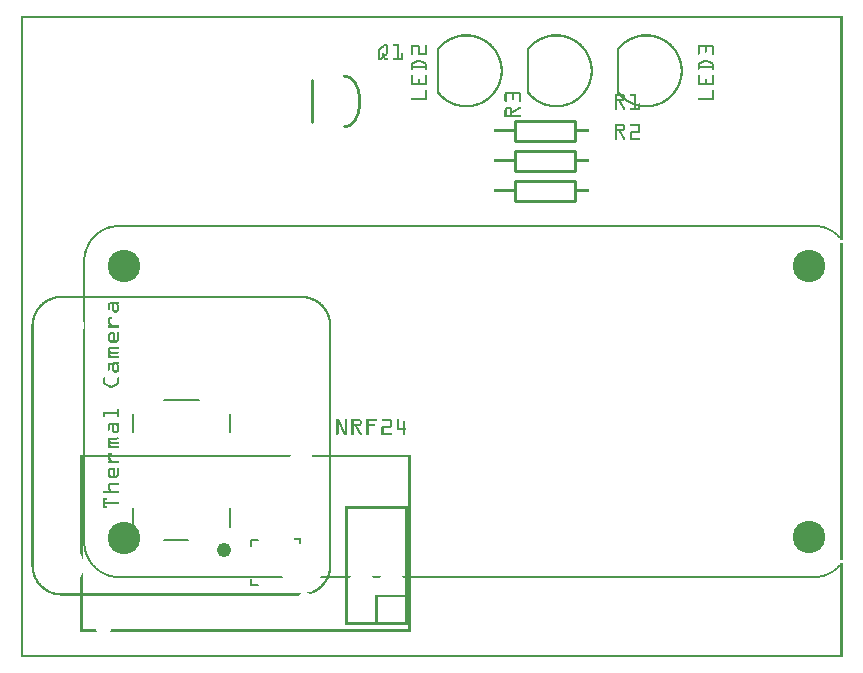
<source format=gto>
G04 MADE WITH FRITZING*
G04 WWW.FRITZING.ORG*
G04 DOUBLE SIDED*
G04 HOLES PLATED*
G04 CONTOUR ON CENTER OF CONTOUR VECTOR*
%ASAXBY*%
%FSLAX23Y23*%
%MOIN*%
%OFA0B0*%
%SFA1.0B1.0*%
%ADD10C,0.108278*%
%ADD11C,0.108250*%
%ADD12C,0.047622X-0.000378*%
%ADD13C,0.005000*%
%ADD14C,0.010000*%
%ADD15C,0.005556*%
%ADD16R,0.001000X0.001000*%
%LNSILK1*%
G90*
G70*
G54D10*
X345Y1305D03*
X2629Y1305D03*
X345Y399D03*
G54D11*
X2629Y400D03*
G54D12*
X678Y357D03*
G54D13*
X698Y436D02*
X698Y499D01*
D02*
X375Y436D02*
X375Y499D01*
D02*
X556Y392D02*
X477Y392D01*
D02*
X477Y857D02*
X595Y857D01*
D02*
X375Y750D02*
X375Y813D01*
D02*
X698Y750D02*
X698Y813D01*
G54D14*
D02*
X1646Y1788D02*
X1846Y1788D01*
D02*
X1846Y1788D02*
X1846Y1722D01*
D02*
X1846Y1722D02*
X1646Y1722D01*
D02*
X1646Y1722D02*
X1646Y1788D01*
D02*
X1646Y1688D02*
X1846Y1688D01*
D02*
X1846Y1688D02*
X1846Y1622D01*
D02*
X1846Y1622D02*
X1646Y1622D01*
D02*
X1646Y1622D02*
X1646Y1688D01*
D02*
X1646Y1588D02*
X1846Y1588D01*
D02*
X1846Y1588D02*
X1846Y1522D01*
D02*
X1846Y1522D02*
X1646Y1522D01*
D02*
X1646Y1522D02*
X1646Y1588D01*
D02*
X972Y1785D02*
X972Y1925D01*
G54D15*
X769Y372D02*
X769Y393D01*
X792Y393D01*
D02*
X791Y240D02*
X769Y240D01*
X769Y262D01*
D02*
G54D16*
X0Y2139D02*
X2739Y2139D01*
X0Y2138D02*
X2739Y2138D01*
X0Y2137D02*
X2739Y2137D01*
X0Y2136D02*
X2739Y2136D01*
X0Y2135D02*
X2739Y2135D01*
X0Y2134D02*
X2739Y2134D01*
X0Y2133D02*
X2739Y2133D01*
X0Y2132D02*
X2739Y2132D01*
X0Y2131D02*
X7Y2131D01*
X2732Y2131D02*
X2739Y2131D01*
X0Y2130D02*
X7Y2130D01*
X2732Y2130D02*
X2739Y2130D01*
X0Y2129D02*
X7Y2129D01*
X2732Y2129D02*
X2739Y2129D01*
X0Y2128D02*
X7Y2128D01*
X2732Y2128D02*
X2739Y2128D01*
X0Y2127D02*
X7Y2127D01*
X2732Y2127D02*
X2739Y2127D01*
X0Y2126D02*
X7Y2126D01*
X2732Y2126D02*
X2739Y2126D01*
X0Y2125D02*
X7Y2125D01*
X2732Y2125D02*
X2739Y2125D01*
X0Y2124D02*
X7Y2124D01*
X2732Y2124D02*
X2739Y2124D01*
X0Y2123D02*
X7Y2123D01*
X2732Y2123D02*
X2739Y2123D01*
X0Y2122D02*
X7Y2122D01*
X2732Y2122D02*
X2739Y2122D01*
X0Y2121D02*
X7Y2121D01*
X2732Y2121D02*
X2739Y2121D01*
X0Y2120D02*
X7Y2120D01*
X2732Y2120D02*
X2739Y2120D01*
X0Y2119D02*
X7Y2119D01*
X2732Y2119D02*
X2739Y2119D01*
X0Y2118D02*
X7Y2118D01*
X2732Y2118D02*
X2739Y2118D01*
X0Y2117D02*
X7Y2117D01*
X2732Y2117D02*
X2739Y2117D01*
X0Y2116D02*
X7Y2116D01*
X2732Y2116D02*
X2739Y2116D01*
X0Y2115D02*
X7Y2115D01*
X2732Y2115D02*
X2739Y2115D01*
X0Y2114D02*
X7Y2114D01*
X2732Y2114D02*
X2739Y2114D01*
X0Y2113D02*
X7Y2113D01*
X2732Y2113D02*
X2739Y2113D01*
X0Y2112D02*
X7Y2112D01*
X2732Y2112D02*
X2739Y2112D01*
X0Y2111D02*
X7Y2111D01*
X2732Y2111D02*
X2739Y2111D01*
X0Y2110D02*
X7Y2110D01*
X2732Y2110D02*
X2739Y2110D01*
X0Y2109D02*
X7Y2109D01*
X2732Y2109D02*
X2739Y2109D01*
X0Y2108D02*
X7Y2108D01*
X2732Y2108D02*
X2739Y2108D01*
X0Y2107D02*
X7Y2107D01*
X2732Y2107D02*
X2739Y2107D01*
X0Y2106D02*
X7Y2106D01*
X2732Y2106D02*
X2739Y2106D01*
X0Y2105D02*
X7Y2105D01*
X2732Y2105D02*
X2739Y2105D01*
X0Y2104D02*
X7Y2104D01*
X2732Y2104D02*
X2739Y2104D01*
X0Y2103D02*
X7Y2103D01*
X2732Y2103D02*
X2739Y2103D01*
X0Y2102D02*
X7Y2102D01*
X2732Y2102D02*
X2739Y2102D01*
X0Y2101D02*
X7Y2101D01*
X2732Y2101D02*
X2739Y2101D01*
X0Y2100D02*
X7Y2100D01*
X2732Y2100D02*
X2739Y2100D01*
X0Y2099D02*
X7Y2099D01*
X2732Y2099D02*
X2739Y2099D01*
X0Y2098D02*
X7Y2098D01*
X2732Y2098D02*
X2739Y2098D01*
X0Y2097D02*
X7Y2097D01*
X2732Y2097D02*
X2739Y2097D01*
X0Y2096D02*
X7Y2096D01*
X2732Y2096D02*
X2739Y2096D01*
X0Y2095D02*
X7Y2095D01*
X2732Y2095D02*
X2739Y2095D01*
X0Y2094D02*
X7Y2094D01*
X2732Y2094D02*
X2739Y2094D01*
X0Y2093D02*
X7Y2093D01*
X2732Y2093D02*
X2739Y2093D01*
X0Y2092D02*
X7Y2092D01*
X2732Y2092D02*
X2739Y2092D01*
X0Y2091D02*
X7Y2091D01*
X2732Y2091D02*
X2739Y2091D01*
X0Y2090D02*
X7Y2090D01*
X2732Y2090D02*
X2739Y2090D01*
X0Y2089D02*
X7Y2089D01*
X2732Y2089D02*
X2739Y2089D01*
X0Y2088D02*
X7Y2088D01*
X2732Y2088D02*
X2739Y2088D01*
X0Y2087D02*
X7Y2087D01*
X2732Y2087D02*
X2739Y2087D01*
X0Y2086D02*
X7Y2086D01*
X2732Y2086D02*
X2739Y2086D01*
X0Y2085D02*
X7Y2085D01*
X2732Y2085D02*
X2739Y2085D01*
X0Y2084D02*
X7Y2084D01*
X2732Y2084D02*
X2739Y2084D01*
X0Y2083D02*
X7Y2083D01*
X2732Y2083D02*
X2739Y2083D01*
X0Y2082D02*
X7Y2082D01*
X2732Y2082D02*
X2739Y2082D01*
X0Y2081D02*
X7Y2081D01*
X2732Y2081D02*
X2739Y2081D01*
X0Y2080D02*
X7Y2080D01*
X2732Y2080D02*
X2739Y2080D01*
X0Y2079D02*
X7Y2079D01*
X2732Y2079D02*
X2739Y2079D01*
X0Y2078D02*
X7Y2078D01*
X2732Y2078D02*
X2739Y2078D01*
X0Y2077D02*
X7Y2077D01*
X1480Y2077D02*
X1489Y2077D01*
X1780Y2077D02*
X1789Y2077D01*
X2080Y2077D02*
X2089Y2077D01*
X2732Y2077D02*
X2739Y2077D01*
X0Y2076D02*
X7Y2076D01*
X1469Y2076D02*
X1501Y2076D01*
X1769Y2076D02*
X1801Y2076D01*
X2069Y2076D02*
X2101Y2076D01*
X2732Y2076D02*
X2739Y2076D01*
X0Y2075D02*
X7Y2075D01*
X1463Y2075D02*
X1507Y2075D01*
X1763Y2075D02*
X1807Y2075D01*
X2063Y2075D02*
X2107Y2075D01*
X2732Y2075D02*
X2739Y2075D01*
X0Y2074D02*
X7Y2074D01*
X1458Y2074D02*
X1512Y2074D01*
X1758Y2074D02*
X1812Y2074D01*
X2058Y2074D02*
X2112Y2074D01*
X2732Y2074D02*
X2739Y2074D01*
X0Y2073D02*
X7Y2073D01*
X1454Y2073D02*
X1516Y2073D01*
X1754Y2073D02*
X1816Y2073D01*
X2054Y2073D02*
X2116Y2073D01*
X2732Y2073D02*
X2739Y2073D01*
X0Y2072D02*
X7Y2072D01*
X1451Y2072D02*
X1519Y2072D01*
X1751Y2072D02*
X1819Y2072D01*
X2051Y2072D02*
X2119Y2072D01*
X2732Y2072D02*
X2739Y2072D01*
X0Y2071D02*
X7Y2071D01*
X1447Y2071D02*
X1523Y2071D01*
X1747Y2071D02*
X1823Y2071D01*
X2047Y2071D02*
X2123Y2071D01*
X2732Y2071D02*
X2739Y2071D01*
X0Y2070D02*
X7Y2070D01*
X1445Y2070D02*
X1526Y2070D01*
X1745Y2070D02*
X1826Y2070D01*
X2045Y2070D02*
X2126Y2070D01*
X2732Y2070D02*
X2739Y2070D01*
X0Y2069D02*
X7Y2069D01*
X1442Y2069D02*
X1477Y2069D01*
X1494Y2069D02*
X1528Y2069D01*
X1742Y2069D02*
X1777Y2069D01*
X1794Y2069D02*
X1828Y2069D01*
X2042Y2069D02*
X2077Y2069D01*
X2094Y2069D02*
X2128Y2069D01*
X2732Y2069D02*
X2739Y2069D01*
X0Y2068D02*
X7Y2068D01*
X1439Y2068D02*
X1468Y2068D01*
X1503Y2068D02*
X1531Y2068D01*
X1739Y2068D02*
X1768Y2068D01*
X1803Y2068D02*
X1831Y2068D01*
X2039Y2068D02*
X2068Y2068D01*
X2103Y2068D02*
X2131Y2068D01*
X2732Y2068D02*
X2739Y2068D01*
X0Y2067D02*
X7Y2067D01*
X1437Y2067D02*
X1462Y2067D01*
X1509Y2067D02*
X1533Y2067D01*
X1737Y2067D02*
X1762Y2067D01*
X1809Y2067D02*
X1833Y2067D01*
X2037Y2067D02*
X2062Y2067D01*
X2109Y2067D02*
X2133Y2067D01*
X2732Y2067D02*
X2739Y2067D01*
X0Y2066D02*
X7Y2066D01*
X1435Y2066D02*
X1457Y2066D01*
X1513Y2066D02*
X1535Y2066D01*
X1735Y2066D02*
X1757Y2066D01*
X1813Y2066D02*
X1835Y2066D01*
X2035Y2066D02*
X2057Y2066D01*
X2113Y2066D02*
X2135Y2066D01*
X2732Y2066D02*
X2739Y2066D01*
X0Y2065D02*
X7Y2065D01*
X1433Y2065D02*
X1454Y2065D01*
X1517Y2065D02*
X1538Y2065D01*
X1733Y2065D02*
X1754Y2065D01*
X1817Y2065D02*
X1838Y2065D01*
X2033Y2065D02*
X2054Y2065D01*
X2117Y2065D02*
X2138Y2065D01*
X2732Y2065D02*
X2739Y2065D01*
X0Y2064D02*
X7Y2064D01*
X1431Y2064D02*
X1450Y2064D01*
X1520Y2064D02*
X1540Y2064D01*
X1731Y2064D02*
X1750Y2064D01*
X1820Y2064D02*
X1840Y2064D01*
X2031Y2064D02*
X2050Y2064D01*
X2120Y2064D02*
X2140Y2064D01*
X2732Y2064D02*
X2739Y2064D01*
X0Y2063D02*
X7Y2063D01*
X1429Y2063D02*
X1447Y2063D01*
X1523Y2063D02*
X1542Y2063D01*
X1729Y2063D02*
X1747Y2063D01*
X1823Y2063D02*
X1842Y2063D01*
X2029Y2063D02*
X2047Y2063D01*
X2123Y2063D02*
X2141Y2063D01*
X2732Y2063D02*
X2739Y2063D01*
X0Y2062D02*
X7Y2062D01*
X1427Y2062D02*
X1444Y2062D01*
X1526Y2062D02*
X1543Y2062D01*
X1727Y2062D02*
X1744Y2062D01*
X1826Y2062D02*
X1843Y2062D01*
X2027Y2062D02*
X2044Y2062D01*
X2126Y2062D02*
X2143Y2062D01*
X2732Y2062D02*
X2739Y2062D01*
X0Y2061D02*
X7Y2061D01*
X1425Y2061D02*
X1442Y2061D01*
X1528Y2061D02*
X1545Y2061D01*
X1725Y2061D02*
X1742Y2061D01*
X1828Y2061D02*
X1845Y2061D01*
X2025Y2061D02*
X2042Y2061D01*
X2128Y2061D02*
X2145Y2061D01*
X2732Y2061D02*
X2739Y2061D01*
X0Y2060D02*
X7Y2060D01*
X1423Y2060D02*
X1439Y2060D01*
X1531Y2060D02*
X1547Y2060D01*
X1723Y2060D02*
X1739Y2060D01*
X1831Y2060D02*
X1847Y2060D01*
X2023Y2060D02*
X2039Y2060D01*
X2131Y2060D02*
X2147Y2060D01*
X2732Y2060D02*
X2739Y2060D01*
X0Y2059D02*
X7Y2059D01*
X1422Y2059D02*
X1437Y2059D01*
X1533Y2059D02*
X1549Y2059D01*
X1722Y2059D02*
X1737Y2059D01*
X1833Y2059D02*
X1849Y2059D01*
X2022Y2059D02*
X2037Y2059D01*
X2133Y2059D02*
X2149Y2059D01*
X2732Y2059D02*
X2739Y2059D01*
X0Y2058D02*
X7Y2058D01*
X1420Y2058D02*
X1435Y2058D01*
X1535Y2058D02*
X1550Y2058D01*
X1720Y2058D02*
X1735Y2058D01*
X1835Y2058D02*
X1850Y2058D01*
X2020Y2058D02*
X2035Y2058D01*
X2135Y2058D02*
X2150Y2058D01*
X2732Y2058D02*
X2739Y2058D01*
X0Y2057D02*
X7Y2057D01*
X1418Y2057D02*
X1433Y2057D01*
X1537Y2057D02*
X1552Y2057D01*
X1718Y2057D02*
X1733Y2057D01*
X1837Y2057D02*
X1852Y2057D01*
X2018Y2057D02*
X2033Y2057D01*
X2137Y2057D02*
X2152Y2057D01*
X2732Y2057D02*
X2739Y2057D01*
X0Y2056D02*
X7Y2056D01*
X1417Y2056D02*
X1431Y2056D01*
X1539Y2056D02*
X1553Y2056D01*
X1717Y2056D02*
X1731Y2056D01*
X1839Y2056D02*
X1853Y2056D01*
X2017Y2056D02*
X2031Y2056D01*
X2139Y2056D02*
X2153Y2056D01*
X2732Y2056D02*
X2739Y2056D01*
X0Y2055D02*
X7Y2055D01*
X1416Y2055D02*
X1429Y2055D01*
X1541Y2055D02*
X1555Y2055D01*
X1716Y2055D02*
X1729Y2055D01*
X1841Y2055D02*
X1855Y2055D01*
X2016Y2055D02*
X2029Y2055D01*
X2141Y2055D02*
X2155Y2055D01*
X2732Y2055D02*
X2739Y2055D01*
X0Y2054D02*
X7Y2054D01*
X1414Y2054D02*
X1427Y2054D01*
X1543Y2054D02*
X1556Y2054D01*
X1714Y2054D02*
X1727Y2054D01*
X1843Y2054D02*
X1856Y2054D01*
X2014Y2054D02*
X2027Y2054D01*
X2143Y2054D02*
X2156Y2054D01*
X2732Y2054D02*
X2739Y2054D01*
X0Y2053D02*
X7Y2053D01*
X1413Y2053D02*
X1426Y2053D01*
X1544Y2053D02*
X1557Y2053D01*
X1713Y2053D02*
X1726Y2053D01*
X1844Y2053D02*
X1857Y2053D01*
X2013Y2053D02*
X2026Y2053D01*
X2144Y2053D02*
X2157Y2053D01*
X2732Y2053D02*
X2739Y2053D01*
X0Y2052D02*
X7Y2052D01*
X1411Y2052D02*
X1424Y2052D01*
X1546Y2052D02*
X1559Y2052D01*
X1711Y2052D02*
X1724Y2052D01*
X1846Y2052D02*
X1859Y2052D01*
X2011Y2052D02*
X2024Y2052D01*
X2146Y2052D02*
X2159Y2052D01*
X2732Y2052D02*
X2739Y2052D01*
X0Y2051D02*
X7Y2051D01*
X1410Y2051D02*
X1422Y2051D01*
X1547Y2051D02*
X1560Y2051D01*
X1710Y2051D02*
X1722Y2051D01*
X1847Y2051D02*
X1860Y2051D01*
X2010Y2051D02*
X2022Y2051D01*
X2147Y2051D02*
X2160Y2051D01*
X2732Y2051D02*
X2739Y2051D01*
X0Y2050D02*
X7Y2050D01*
X1409Y2050D02*
X1421Y2050D01*
X1549Y2050D02*
X1561Y2050D01*
X1709Y2050D02*
X1721Y2050D01*
X1849Y2050D02*
X1861Y2050D01*
X2009Y2050D02*
X2021Y2050D01*
X2149Y2050D02*
X2161Y2050D01*
X2732Y2050D02*
X2739Y2050D01*
X0Y2049D02*
X7Y2049D01*
X1408Y2049D02*
X1419Y2049D01*
X1550Y2049D02*
X1562Y2049D01*
X1708Y2049D02*
X1719Y2049D01*
X1850Y2049D02*
X1862Y2049D01*
X2008Y2049D02*
X2019Y2049D01*
X2150Y2049D02*
X2162Y2049D01*
X2732Y2049D02*
X2739Y2049D01*
X0Y2048D02*
X7Y2048D01*
X1406Y2048D02*
X1418Y2048D01*
X1552Y2048D02*
X1564Y2048D01*
X1706Y2048D02*
X1718Y2048D01*
X1852Y2048D02*
X1864Y2048D01*
X2006Y2048D02*
X2018Y2048D01*
X2152Y2048D02*
X2164Y2048D01*
X2732Y2048D02*
X2739Y2048D01*
X0Y2047D02*
X7Y2047D01*
X1405Y2047D02*
X1417Y2047D01*
X1553Y2047D02*
X1565Y2047D01*
X1705Y2047D02*
X1717Y2047D01*
X1853Y2047D02*
X1865Y2047D01*
X2005Y2047D02*
X2017Y2047D01*
X2153Y2047D02*
X2165Y2047D01*
X2732Y2047D02*
X2739Y2047D01*
X0Y2046D02*
X7Y2046D01*
X1404Y2046D02*
X1415Y2046D01*
X1555Y2046D02*
X1566Y2046D01*
X1704Y2046D02*
X1715Y2046D01*
X1855Y2046D02*
X1866Y2046D01*
X2004Y2046D02*
X2015Y2046D01*
X2155Y2046D02*
X2166Y2046D01*
X2732Y2046D02*
X2739Y2046D01*
X0Y2045D02*
X7Y2045D01*
X1403Y2045D02*
X1414Y2045D01*
X1556Y2045D02*
X1567Y2045D01*
X1703Y2045D02*
X1714Y2045D01*
X1856Y2045D02*
X1867Y2045D01*
X2003Y2045D02*
X2014Y2045D01*
X2156Y2045D02*
X2167Y2045D01*
X2732Y2045D02*
X2739Y2045D01*
X0Y2044D02*
X7Y2044D01*
X1212Y2044D02*
X1219Y2044D01*
X1242Y2044D02*
X1260Y2044D01*
X1402Y2044D02*
X1413Y2044D01*
X1557Y2044D02*
X1568Y2044D01*
X1702Y2044D02*
X1713Y2044D01*
X1857Y2044D02*
X1868Y2044D01*
X2002Y2044D02*
X2013Y2044D01*
X2157Y2044D02*
X2168Y2044D01*
X2732Y2044D02*
X2739Y2044D01*
X0Y2043D02*
X7Y2043D01*
X1211Y2043D02*
X1221Y2043D01*
X1241Y2043D02*
X1260Y2043D01*
X1401Y2043D02*
X1412Y2043D01*
X1558Y2043D02*
X1569Y2043D01*
X1701Y2043D02*
X1712Y2043D01*
X1858Y2043D02*
X1869Y2043D01*
X2001Y2043D02*
X2012Y2043D01*
X2158Y2043D02*
X2169Y2043D01*
X2732Y2043D02*
X2739Y2043D01*
X0Y2042D02*
X7Y2042D01*
X1210Y2042D02*
X1222Y2042D01*
X1240Y2042D02*
X1260Y2042D01*
X1304Y2042D02*
X1326Y2042D01*
X1349Y2042D02*
X1352Y2042D01*
X1400Y2042D02*
X1410Y2042D01*
X1560Y2042D02*
X1570Y2042D01*
X1700Y2042D02*
X1710Y2042D01*
X1860Y2042D02*
X1870Y2042D01*
X2000Y2042D02*
X2010Y2042D01*
X2160Y2042D02*
X2170Y2042D01*
X2261Y2042D02*
X2280Y2042D01*
X2287Y2042D02*
X2306Y2042D01*
X2732Y2042D02*
X2739Y2042D01*
X0Y2041D02*
X7Y2041D01*
X1208Y2041D02*
X1222Y2041D01*
X1240Y2041D02*
X1260Y2041D01*
X1303Y2041D02*
X1327Y2041D01*
X1348Y2041D02*
X1353Y2041D01*
X1399Y2041D02*
X1409Y2041D01*
X1561Y2041D02*
X1571Y2041D01*
X1699Y2041D02*
X1709Y2041D01*
X1861Y2041D02*
X1871Y2041D01*
X1999Y2041D02*
X2009Y2041D01*
X2161Y2041D02*
X2171Y2041D01*
X2259Y2041D02*
X2282Y2041D01*
X2285Y2041D02*
X2308Y2041D01*
X2732Y2041D02*
X2739Y2041D01*
X0Y2040D02*
X7Y2040D01*
X1207Y2040D02*
X1223Y2040D01*
X1241Y2040D02*
X1260Y2040D01*
X1302Y2040D02*
X1328Y2040D01*
X1348Y2040D02*
X1353Y2040D01*
X1398Y2040D02*
X1408Y2040D01*
X1562Y2040D02*
X1572Y2040D01*
X1698Y2040D02*
X1708Y2040D01*
X1862Y2040D02*
X1872Y2040D01*
X1998Y2040D02*
X2008Y2040D01*
X2162Y2040D02*
X2172Y2040D01*
X2258Y2040D02*
X2308Y2040D01*
X2732Y2040D02*
X2739Y2040D01*
X0Y2039D02*
X7Y2039D01*
X1206Y2039D02*
X1223Y2039D01*
X1241Y2039D02*
X1260Y2039D01*
X1301Y2039D02*
X1329Y2039D01*
X1347Y2039D02*
X1353Y2039D01*
X1397Y2039D02*
X1407Y2039D01*
X1563Y2039D02*
X1573Y2039D01*
X1697Y2039D02*
X1707Y2039D01*
X1863Y2039D02*
X1873Y2039D01*
X1997Y2039D02*
X2007Y2039D01*
X2163Y2039D02*
X2173Y2039D01*
X2258Y2039D02*
X2309Y2039D01*
X2732Y2039D02*
X2739Y2039D01*
X0Y2038D02*
X7Y2038D01*
X1205Y2038D02*
X1224Y2038D01*
X1244Y2038D02*
X1260Y2038D01*
X1301Y2038D02*
X1329Y2038D01*
X1347Y2038D02*
X1353Y2038D01*
X1396Y2038D02*
X1406Y2038D01*
X1564Y2038D02*
X1574Y2038D01*
X1696Y2038D02*
X1706Y2038D01*
X1864Y2038D02*
X1874Y2038D01*
X1996Y2038D02*
X2006Y2038D01*
X2164Y2038D02*
X2174Y2038D01*
X2257Y2038D02*
X2310Y2038D01*
X2732Y2038D02*
X2739Y2038D01*
X0Y2037D02*
X7Y2037D01*
X1204Y2037D02*
X1214Y2037D01*
X1218Y2037D02*
X1224Y2037D01*
X1254Y2037D02*
X1260Y2037D01*
X1300Y2037D02*
X1330Y2037D01*
X1347Y2037D02*
X1353Y2037D01*
X1395Y2037D02*
X1405Y2037D01*
X1565Y2037D02*
X1575Y2037D01*
X1695Y2037D02*
X1705Y2037D01*
X1865Y2037D02*
X1875Y2037D01*
X1995Y2037D02*
X2005Y2037D01*
X2165Y2037D02*
X2175Y2037D01*
X2257Y2037D02*
X2310Y2037D01*
X2732Y2037D02*
X2739Y2037D01*
X0Y2036D02*
X7Y2036D01*
X1203Y2036D02*
X1212Y2036D01*
X1218Y2036D02*
X1224Y2036D01*
X1254Y2036D02*
X1260Y2036D01*
X1300Y2036D02*
X1330Y2036D01*
X1347Y2036D02*
X1353Y2036D01*
X1394Y2036D02*
X1404Y2036D01*
X1566Y2036D02*
X1576Y2036D01*
X1694Y2036D02*
X1704Y2036D01*
X1866Y2036D02*
X1876Y2036D01*
X1994Y2036D02*
X2004Y2036D01*
X2166Y2036D02*
X2176Y2036D01*
X2257Y2036D02*
X2310Y2036D01*
X2732Y2036D02*
X2739Y2036D01*
X0Y2035D02*
X7Y2035D01*
X1201Y2035D02*
X1211Y2035D01*
X1218Y2035D02*
X1224Y2035D01*
X1254Y2035D02*
X1260Y2035D01*
X1300Y2035D02*
X1306Y2035D01*
X1324Y2035D02*
X1330Y2035D01*
X1347Y2035D02*
X1353Y2035D01*
X1393Y2035D02*
X1403Y2035D01*
X1567Y2035D02*
X1577Y2035D01*
X1693Y2035D02*
X1703Y2035D01*
X1867Y2035D02*
X1877Y2035D01*
X1993Y2035D02*
X2003Y2035D01*
X2167Y2035D02*
X2177Y2035D01*
X2257Y2035D02*
X2263Y2035D01*
X2279Y2035D02*
X2288Y2035D01*
X2304Y2035D02*
X2310Y2035D01*
X2732Y2035D02*
X2739Y2035D01*
X0Y2034D02*
X7Y2034D01*
X1200Y2034D02*
X1210Y2034D01*
X1218Y2034D02*
X1224Y2034D01*
X1254Y2034D02*
X1260Y2034D01*
X1300Y2034D02*
X1306Y2034D01*
X1324Y2034D02*
X1330Y2034D01*
X1347Y2034D02*
X1353Y2034D01*
X1392Y2034D02*
X1402Y2034D01*
X1568Y2034D02*
X1578Y2034D01*
X1692Y2034D02*
X1702Y2034D01*
X1868Y2034D02*
X1878Y2034D01*
X1992Y2034D02*
X2002Y2034D01*
X2168Y2034D02*
X2178Y2034D01*
X2257Y2034D02*
X2263Y2034D01*
X2280Y2034D02*
X2287Y2034D01*
X2304Y2034D02*
X2310Y2034D01*
X2732Y2034D02*
X2739Y2034D01*
X0Y2033D02*
X7Y2033D01*
X1199Y2033D02*
X1209Y2033D01*
X1218Y2033D02*
X1224Y2033D01*
X1254Y2033D02*
X1260Y2033D01*
X1300Y2033D02*
X1306Y2033D01*
X1324Y2033D02*
X1330Y2033D01*
X1347Y2033D02*
X1353Y2033D01*
X1392Y2033D02*
X1401Y2033D01*
X1569Y2033D02*
X1578Y2033D01*
X1692Y2033D02*
X1701Y2033D01*
X1869Y2033D02*
X1878Y2033D01*
X1992Y2033D02*
X2001Y2033D01*
X2169Y2033D02*
X2178Y2033D01*
X2257Y2033D02*
X2263Y2033D01*
X2280Y2033D02*
X2287Y2033D01*
X2304Y2033D02*
X2310Y2033D01*
X2732Y2033D02*
X2739Y2033D01*
X0Y2032D02*
X7Y2032D01*
X1198Y2032D02*
X1208Y2032D01*
X1218Y2032D02*
X1224Y2032D01*
X1254Y2032D02*
X1260Y2032D01*
X1300Y2032D02*
X1306Y2032D01*
X1324Y2032D02*
X1330Y2032D01*
X1347Y2032D02*
X1353Y2032D01*
X1391Y2032D02*
X1400Y2032D01*
X1570Y2032D02*
X1579Y2032D01*
X1691Y2032D02*
X1700Y2032D01*
X1870Y2032D02*
X1879Y2032D01*
X1991Y2032D02*
X2000Y2032D01*
X2170Y2032D02*
X2179Y2032D01*
X2257Y2032D02*
X2263Y2032D01*
X2280Y2032D02*
X2286Y2032D01*
X2304Y2032D02*
X2310Y2032D01*
X2732Y2032D02*
X2739Y2032D01*
X0Y2031D02*
X7Y2031D01*
X1197Y2031D02*
X1206Y2031D01*
X1218Y2031D02*
X1224Y2031D01*
X1254Y2031D02*
X1260Y2031D01*
X1300Y2031D02*
X1306Y2031D01*
X1324Y2031D02*
X1330Y2031D01*
X1347Y2031D02*
X1353Y2031D01*
X1390Y2031D02*
X1399Y2031D01*
X1571Y2031D02*
X1580Y2031D01*
X1690Y2031D02*
X1699Y2031D01*
X1871Y2031D02*
X1880Y2031D01*
X1990Y2031D02*
X1999Y2031D01*
X2171Y2031D02*
X2180Y2031D01*
X2257Y2031D02*
X2263Y2031D01*
X2280Y2031D02*
X2286Y2031D01*
X2304Y2031D02*
X2310Y2031D01*
X2732Y2031D02*
X2739Y2031D01*
X0Y2030D02*
X7Y2030D01*
X1195Y2030D02*
X1205Y2030D01*
X1218Y2030D02*
X1224Y2030D01*
X1254Y2030D02*
X1260Y2030D01*
X1300Y2030D02*
X1306Y2030D01*
X1324Y2030D02*
X1330Y2030D01*
X1347Y2030D02*
X1353Y2030D01*
X1389Y2030D02*
X1398Y2030D01*
X1572Y2030D02*
X1581Y2030D01*
X1689Y2030D02*
X1698Y2030D01*
X1872Y2030D02*
X1881Y2030D01*
X1989Y2030D02*
X1998Y2030D01*
X2172Y2030D02*
X2181Y2030D01*
X2257Y2030D02*
X2263Y2030D01*
X2280Y2030D02*
X2286Y2030D01*
X2304Y2030D02*
X2310Y2030D01*
X2732Y2030D02*
X2739Y2030D01*
X0Y2029D02*
X7Y2029D01*
X1194Y2029D02*
X1204Y2029D01*
X1218Y2029D02*
X1224Y2029D01*
X1254Y2029D02*
X1260Y2029D01*
X1300Y2029D02*
X1306Y2029D01*
X1324Y2029D02*
X1330Y2029D01*
X1347Y2029D02*
X1353Y2029D01*
X1388Y2029D02*
X1398Y2029D01*
X1573Y2029D02*
X1582Y2029D01*
X1688Y2029D02*
X1698Y2029D01*
X1873Y2029D02*
X1882Y2029D01*
X1988Y2029D02*
X1997Y2029D01*
X2173Y2029D02*
X2182Y2029D01*
X2257Y2029D02*
X2263Y2029D01*
X2280Y2029D02*
X2286Y2029D01*
X2304Y2029D02*
X2310Y2029D01*
X2732Y2029D02*
X2739Y2029D01*
X0Y2028D02*
X7Y2028D01*
X1193Y2028D02*
X1203Y2028D01*
X1218Y2028D02*
X1224Y2028D01*
X1254Y2028D02*
X1260Y2028D01*
X1300Y2028D02*
X1306Y2028D01*
X1324Y2028D02*
X1330Y2028D01*
X1347Y2028D02*
X1353Y2028D01*
X1388Y2028D02*
X1397Y2028D01*
X1573Y2028D02*
X1582Y2028D01*
X1688Y2028D02*
X1697Y2028D01*
X1873Y2028D02*
X1882Y2028D01*
X1988Y2028D02*
X1997Y2028D01*
X2173Y2028D02*
X2182Y2028D01*
X2257Y2028D02*
X2263Y2028D01*
X2280Y2028D02*
X2286Y2028D01*
X2304Y2028D02*
X2310Y2028D01*
X2732Y2028D02*
X2739Y2028D01*
X0Y2027D02*
X7Y2027D01*
X1193Y2027D02*
X1202Y2027D01*
X1218Y2027D02*
X1224Y2027D01*
X1254Y2027D02*
X1260Y2027D01*
X1300Y2027D02*
X1306Y2027D01*
X1324Y2027D02*
X1330Y2027D01*
X1347Y2027D02*
X1353Y2027D01*
X1387Y2027D02*
X1396Y2027D01*
X1574Y2027D02*
X1583Y2027D01*
X1687Y2027D02*
X1696Y2027D01*
X1874Y2027D02*
X1883Y2027D01*
X1987Y2027D02*
X1996Y2027D01*
X2174Y2027D02*
X2183Y2027D01*
X2257Y2027D02*
X2263Y2027D01*
X2280Y2027D02*
X2286Y2027D01*
X2304Y2027D02*
X2310Y2027D01*
X2732Y2027D02*
X2739Y2027D01*
X0Y2026D02*
X7Y2026D01*
X1192Y2026D02*
X1201Y2026D01*
X1218Y2026D02*
X1224Y2026D01*
X1254Y2026D02*
X1260Y2026D01*
X1300Y2026D02*
X1306Y2026D01*
X1324Y2026D02*
X1330Y2026D01*
X1347Y2026D02*
X1353Y2026D01*
X1387Y2026D02*
X1395Y2026D01*
X1575Y2026D02*
X1584Y2026D01*
X1687Y2026D02*
X1695Y2026D01*
X1875Y2026D02*
X1884Y2026D01*
X1987Y2026D02*
X1995Y2026D01*
X2175Y2026D02*
X2184Y2026D01*
X2257Y2026D02*
X2263Y2026D01*
X2280Y2026D02*
X2286Y2026D01*
X2304Y2026D02*
X2310Y2026D01*
X2732Y2026D02*
X2739Y2026D01*
X0Y2025D02*
X7Y2025D01*
X1191Y2025D02*
X1199Y2025D01*
X1218Y2025D02*
X1224Y2025D01*
X1254Y2025D02*
X1260Y2025D01*
X1300Y2025D02*
X1306Y2025D01*
X1324Y2025D02*
X1330Y2025D01*
X1347Y2025D02*
X1353Y2025D01*
X1387Y2025D02*
X1394Y2025D01*
X1576Y2025D02*
X1585Y2025D01*
X1687Y2025D02*
X1694Y2025D01*
X1876Y2025D02*
X1885Y2025D01*
X1987Y2025D02*
X1994Y2025D01*
X2176Y2025D02*
X2185Y2025D01*
X2257Y2025D02*
X2263Y2025D01*
X2280Y2025D02*
X2286Y2025D01*
X2304Y2025D02*
X2310Y2025D01*
X2732Y2025D02*
X2739Y2025D01*
X0Y2024D02*
X7Y2024D01*
X1191Y2024D02*
X1198Y2024D01*
X1218Y2024D02*
X1224Y2024D01*
X1254Y2024D02*
X1260Y2024D01*
X1300Y2024D02*
X1306Y2024D01*
X1324Y2024D02*
X1330Y2024D01*
X1347Y2024D02*
X1353Y2024D01*
X1387Y2024D02*
X1394Y2024D01*
X1577Y2024D02*
X1585Y2024D01*
X1687Y2024D02*
X1694Y2024D01*
X1877Y2024D02*
X1885Y2024D01*
X1987Y2024D02*
X1994Y2024D01*
X2177Y2024D02*
X2185Y2024D01*
X2257Y2024D02*
X2263Y2024D01*
X2280Y2024D02*
X2286Y2024D01*
X2304Y2024D02*
X2310Y2024D01*
X2732Y2024D02*
X2739Y2024D01*
X0Y2023D02*
X7Y2023D01*
X1191Y2023D02*
X1197Y2023D01*
X1218Y2023D02*
X1224Y2023D01*
X1254Y2023D02*
X1260Y2023D01*
X1300Y2023D02*
X1306Y2023D01*
X1324Y2023D02*
X1330Y2023D01*
X1347Y2023D02*
X1353Y2023D01*
X1387Y2023D02*
X1394Y2023D01*
X1577Y2023D02*
X1586Y2023D01*
X1687Y2023D02*
X1694Y2023D01*
X1877Y2023D02*
X1886Y2023D01*
X1987Y2023D02*
X1994Y2023D01*
X2177Y2023D02*
X2186Y2023D01*
X2257Y2023D02*
X2263Y2023D01*
X2280Y2023D02*
X2286Y2023D01*
X2304Y2023D02*
X2310Y2023D01*
X2732Y2023D02*
X2739Y2023D01*
X0Y2022D02*
X7Y2022D01*
X1191Y2022D02*
X1197Y2022D01*
X1218Y2022D02*
X1224Y2022D01*
X1254Y2022D02*
X1260Y2022D01*
X1300Y2022D02*
X1306Y2022D01*
X1324Y2022D02*
X1330Y2022D01*
X1347Y2022D02*
X1353Y2022D01*
X1387Y2022D02*
X1394Y2022D01*
X1578Y2022D02*
X1587Y2022D01*
X1687Y2022D02*
X1694Y2022D01*
X1878Y2022D02*
X1887Y2022D01*
X1987Y2022D02*
X1994Y2022D01*
X2178Y2022D02*
X2187Y2022D01*
X2257Y2022D02*
X2263Y2022D01*
X2280Y2022D02*
X2286Y2022D01*
X2304Y2022D02*
X2310Y2022D01*
X2732Y2022D02*
X2739Y2022D01*
X0Y2021D02*
X7Y2021D01*
X1190Y2021D02*
X1197Y2021D01*
X1218Y2021D02*
X1224Y2021D01*
X1254Y2021D02*
X1260Y2021D01*
X1300Y2021D02*
X1306Y2021D01*
X1324Y2021D02*
X1330Y2021D01*
X1347Y2021D02*
X1353Y2021D01*
X1387Y2021D02*
X1394Y2021D01*
X1579Y2021D02*
X1587Y2021D01*
X1687Y2021D02*
X1694Y2021D01*
X1879Y2021D02*
X1887Y2021D01*
X1987Y2021D02*
X1994Y2021D01*
X2179Y2021D02*
X2187Y2021D01*
X2257Y2021D02*
X2263Y2021D01*
X2280Y2021D02*
X2286Y2021D01*
X2304Y2021D02*
X2310Y2021D01*
X2732Y2021D02*
X2739Y2021D01*
X0Y2020D02*
X7Y2020D01*
X1190Y2020D02*
X1196Y2020D01*
X1218Y2020D02*
X1224Y2020D01*
X1254Y2020D02*
X1260Y2020D01*
X1300Y2020D02*
X1306Y2020D01*
X1324Y2020D02*
X1330Y2020D01*
X1347Y2020D02*
X1353Y2020D01*
X1387Y2020D02*
X1394Y2020D01*
X1580Y2020D02*
X1588Y2020D01*
X1687Y2020D02*
X1694Y2020D01*
X1880Y2020D02*
X1888Y2020D01*
X1987Y2020D02*
X1994Y2020D01*
X2180Y2020D02*
X2188Y2020D01*
X2257Y2020D02*
X2263Y2020D01*
X2280Y2020D02*
X2286Y2020D01*
X2304Y2020D02*
X2310Y2020D01*
X2732Y2020D02*
X2739Y2020D01*
X0Y2019D02*
X7Y2019D01*
X1190Y2019D02*
X1196Y2019D01*
X1218Y2019D02*
X1224Y2019D01*
X1254Y2019D02*
X1260Y2019D01*
X1300Y2019D02*
X1306Y2019D01*
X1324Y2019D02*
X1330Y2019D01*
X1347Y2019D02*
X1353Y2019D01*
X1387Y2019D02*
X1394Y2019D01*
X1580Y2019D02*
X1588Y2019D01*
X1687Y2019D02*
X1694Y2019D01*
X1880Y2019D02*
X1888Y2019D01*
X1987Y2019D02*
X1994Y2019D01*
X2180Y2019D02*
X2188Y2019D01*
X2257Y2019D02*
X2263Y2019D01*
X2280Y2019D02*
X2286Y2019D01*
X2304Y2019D02*
X2310Y2019D01*
X2732Y2019D02*
X2739Y2019D01*
X0Y2018D02*
X7Y2018D01*
X1190Y2018D02*
X1196Y2018D01*
X1218Y2018D02*
X1224Y2018D01*
X1254Y2018D02*
X1260Y2018D01*
X1300Y2018D02*
X1306Y2018D01*
X1324Y2018D02*
X1330Y2018D01*
X1347Y2018D02*
X1353Y2018D01*
X1387Y2018D02*
X1394Y2018D01*
X1581Y2018D02*
X1589Y2018D01*
X1687Y2018D02*
X1694Y2018D01*
X1881Y2018D02*
X1889Y2018D01*
X1987Y2018D02*
X1994Y2018D01*
X2181Y2018D02*
X2189Y2018D01*
X2257Y2018D02*
X2263Y2018D01*
X2280Y2018D02*
X2286Y2018D01*
X2304Y2018D02*
X2310Y2018D01*
X2732Y2018D02*
X2739Y2018D01*
X0Y2017D02*
X7Y2017D01*
X1190Y2017D02*
X1196Y2017D01*
X1218Y2017D02*
X1224Y2017D01*
X1254Y2017D02*
X1260Y2017D01*
X1300Y2017D02*
X1306Y2017D01*
X1324Y2017D02*
X1330Y2017D01*
X1347Y2017D02*
X1353Y2017D01*
X1387Y2017D02*
X1394Y2017D01*
X1582Y2017D02*
X1590Y2017D01*
X1687Y2017D02*
X1694Y2017D01*
X1882Y2017D02*
X1890Y2017D01*
X1987Y2017D02*
X1994Y2017D01*
X2182Y2017D02*
X2190Y2017D01*
X2257Y2017D02*
X2263Y2017D01*
X2281Y2017D02*
X2286Y2017D01*
X2304Y2017D02*
X2310Y2017D01*
X2732Y2017D02*
X2739Y2017D01*
X0Y2016D02*
X7Y2016D01*
X1190Y2016D02*
X1196Y2016D01*
X1218Y2016D02*
X1224Y2016D01*
X1254Y2016D02*
X1260Y2016D01*
X1300Y2016D02*
X1306Y2016D01*
X1324Y2016D02*
X1330Y2016D01*
X1347Y2016D02*
X1353Y2016D01*
X1387Y2016D02*
X1394Y2016D01*
X1582Y2016D02*
X1590Y2016D01*
X1687Y2016D02*
X1694Y2016D01*
X1882Y2016D02*
X1890Y2016D01*
X1987Y2016D02*
X1994Y2016D01*
X2182Y2016D02*
X2190Y2016D01*
X2257Y2016D02*
X2263Y2016D01*
X2282Y2016D02*
X2285Y2016D01*
X2304Y2016D02*
X2310Y2016D01*
X2732Y2016D02*
X2739Y2016D01*
X0Y2015D02*
X7Y2015D01*
X1190Y2015D02*
X1196Y2015D01*
X1206Y2015D02*
X1208Y2015D01*
X1217Y2015D02*
X1224Y2015D01*
X1254Y2015D02*
X1260Y2015D01*
X1270Y2015D02*
X1272Y2015D01*
X1300Y2015D02*
X1306Y2015D01*
X1324Y2015D02*
X1353Y2015D01*
X1387Y2015D02*
X1394Y2015D01*
X1583Y2015D02*
X1591Y2015D01*
X1687Y2015D02*
X1694Y2015D01*
X1883Y2015D02*
X1891Y2015D01*
X1987Y2015D02*
X1994Y2015D01*
X2183Y2015D02*
X2191Y2015D01*
X2257Y2015D02*
X2263Y2015D01*
X2304Y2015D02*
X2310Y2015D01*
X2732Y2015D02*
X2739Y2015D01*
X0Y2014D02*
X7Y2014D01*
X1190Y2014D02*
X1196Y2014D01*
X1205Y2014D02*
X1209Y2014D01*
X1217Y2014D02*
X1224Y2014D01*
X1254Y2014D02*
X1260Y2014D01*
X1269Y2014D02*
X1273Y2014D01*
X1300Y2014D02*
X1306Y2014D01*
X1324Y2014D02*
X1353Y2014D01*
X1387Y2014D02*
X1394Y2014D01*
X1583Y2014D02*
X1591Y2014D01*
X1687Y2014D02*
X1694Y2014D01*
X1883Y2014D02*
X1891Y2014D01*
X1987Y2014D02*
X1994Y2014D01*
X2183Y2014D02*
X2191Y2014D01*
X2257Y2014D02*
X2263Y2014D01*
X2304Y2014D02*
X2310Y2014D01*
X2732Y2014D02*
X2739Y2014D01*
X0Y2013D02*
X7Y2013D01*
X1190Y2013D02*
X1196Y2013D01*
X1204Y2013D02*
X1210Y2013D01*
X1217Y2013D02*
X1223Y2013D01*
X1254Y2013D02*
X1260Y2013D01*
X1268Y2013D02*
X1274Y2013D01*
X1300Y2013D02*
X1306Y2013D01*
X1324Y2013D02*
X1353Y2013D01*
X1387Y2013D02*
X1394Y2013D01*
X1584Y2013D02*
X1592Y2013D01*
X1687Y2013D02*
X1694Y2013D01*
X1884Y2013D02*
X1892Y2013D01*
X1987Y2013D02*
X1994Y2013D01*
X2184Y2013D02*
X2192Y2013D01*
X2257Y2013D02*
X2263Y2013D01*
X2304Y2013D02*
X2310Y2013D01*
X2732Y2013D02*
X2739Y2013D01*
X0Y2012D02*
X7Y2012D01*
X1190Y2012D02*
X1196Y2012D01*
X1204Y2012D02*
X1210Y2012D01*
X1216Y2012D02*
X1223Y2012D01*
X1254Y2012D02*
X1260Y2012D01*
X1268Y2012D02*
X1274Y2012D01*
X1300Y2012D02*
X1306Y2012D01*
X1325Y2012D02*
X1353Y2012D01*
X1387Y2012D02*
X1394Y2012D01*
X1585Y2012D02*
X1592Y2012D01*
X1687Y2012D02*
X1694Y2012D01*
X1885Y2012D02*
X1892Y2012D01*
X1987Y2012D02*
X1994Y2012D01*
X2185Y2012D02*
X2192Y2012D01*
X2257Y2012D02*
X2263Y2012D01*
X2304Y2012D02*
X2310Y2012D01*
X2732Y2012D02*
X2739Y2012D01*
X0Y2011D02*
X7Y2011D01*
X1190Y2011D02*
X1196Y2011D01*
X1204Y2011D02*
X1211Y2011D01*
X1215Y2011D02*
X1222Y2011D01*
X1254Y2011D02*
X1260Y2011D01*
X1268Y2011D02*
X1274Y2011D01*
X1300Y2011D02*
X1306Y2011D01*
X1325Y2011D02*
X1353Y2011D01*
X1387Y2011D02*
X1394Y2011D01*
X1585Y2011D02*
X1593Y2011D01*
X1687Y2011D02*
X1694Y2011D01*
X1885Y2011D02*
X1893Y2011D01*
X1987Y2011D02*
X1994Y2011D01*
X2185Y2011D02*
X2193Y2011D01*
X2257Y2011D02*
X2263Y2011D01*
X2304Y2011D02*
X2310Y2011D01*
X2732Y2011D02*
X2739Y2011D01*
X0Y2010D02*
X7Y2010D01*
X1190Y2010D02*
X1196Y2010D01*
X1204Y2010D02*
X1211Y2010D01*
X1213Y2010D02*
X1222Y2010D01*
X1254Y2010D02*
X1260Y2010D01*
X1268Y2010D02*
X1274Y2010D01*
X1301Y2010D02*
X1306Y2010D01*
X1326Y2010D02*
X1353Y2010D01*
X1387Y2010D02*
X1394Y2010D01*
X1586Y2010D02*
X1593Y2010D01*
X1687Y2010D02*
X1694Y2010D01*
X1886Y2010D02*
X1893Y2010D01*
X1987Y2010D02*
X1994Y2010D01*
X2186Y2010D02*
X2193Y2010D01*
X2257Y2010D02*
X2262Y2010D01*
X2304Y2010D02*
X2309Y2010D01*
X2732Y2010D02*
X2739Y2010D01*
X0Y2009D02*
X7Y2009D01*
X1190Y2009D02*
X1196Y2009D01*
X1205Y2009D02*
X1221Y2009D01*
X1254Y2009D02*
X1260Y2009D01*
X1268Y2009D02*
X1274Y2009D01*
X1302Y2009D02*
X1305Y2009D01*
X1328Y2009D02*
X1353Y2009D01*
X1387Y2009D02*
X1394Y2009D01*
X1586Y2009D02*
X1594Y2009D01*
X1687Y2009D02*
X1694Y2009D01*
X1886Y2009D02*
X1894Y2009D01*
X1987Y2009D02*
X1994Y2009D01*
X2186Y2009D02*
X2194Y2009D01*
X2258Y2009D02*
X2261Y2009D01*
X2305Y2009D02*
X2309Y2009D01*
X2732Y2009D02*
X2739Y2009D01*
X0Y2008D02*
X7Y2008D01*
X1190Y2008D02*
X1196Y2008D01*
X1205Y2008D02*
X1221Y2008D01*
X1254Y2008D02*
X1260Y2008D01*
X1268Y2008D02*
X1274Y2008D01*
X1387Y2008D02*
X1394Y2008D01*
X1587Y2008D02*
X1594Y2008D01*
X1687Y2008D02*
X1694Y2008D01*
X1887Y2008D02*
X1894Y2008D01*
X1987Y2008D02*
X1994Y2008D01*
X2187Y2008D02*
X2194Y2008D01*
X2732Y2008D02*
X2739Y2008D01*
X0Y2007D02*
X7Y2007D01*
X1190Y2007D02*
X1196Y2007D01*
X1206Y2007D02*
X1220Y2007D01*
X1254Y2007D02*
X1260Y2007D01*
X1268Y2007D02*
X1274Y2007D01*
X1387Y2007D02*
X1394Y2007D01*
X1587Y2007D02*
X1595Y2007D01*
X1687Y2007D02*
X1694Y2007D01*
X1887Y2007D02*
X1895Y2007D01*
X1987Y2007D02*
X1994Y2007D01*
X2187Y2007D02*
X2195Y2007D01*
X2732Y2007D02*
X2739Y2007D01*
X0Y2006D02*
X7Y2006D01*
X1190Y2006D02*
X1196Y2006D01*
X1206Y2006D02*
X1219Y2006D01*
X1254Y2006D02*
X1260Y2006D01*
X1268Y2006D02*
X1274Y2006D01*
X1387Y2006D02*
X1394Y2006D01*
X1588Y2006D02*
X1595Y2006D01*
X1687Y2006D02*
X1694Y2006D01*
X1888Y2006D02*
X1895Y2006D01*
X1987Y2006D02*
X1994Y2006D01*
X2188Y2006D02*
X2195Y2006D01*
X2732Y2006D02*
X2739Y2006D01*
X0Y2005D02*
X7Y2005D01*
X1190Y2005D02*
X1196Y2005D01*
X1206Y2005D02*
X1218Y2005D01*
X1254Y2005D02*
X1260Y2005D01*
X1268Y2005D02*
X1274Y2005D01*
X1387Y2005D02*
X1394Y2005D01*
X1588Y2005D02*
X1596Y2005D01*
X1687Y2005D02*
X1694Y2005D01*
X1888Y2005D02*
X1896Y2005D01*
X1987Y2005D02*
X1994Y2005D01*
X2188Y2005D02*
X2196Y2005D01*
X2732Y2005D02*
X2739Y2005D01*
X0Y2004D02*
X7Y2004D01*
X1190Y2004D02*
X1196Y2004D01*
X1206Y2004D02*
X1216Y2004D01*
X1254Y2004D02*
X1260Y2004D01*
X1268Y2004D02*
X1274Y2004D01*
X1387Y2004D02*
X1394Y2004D01*
X1589Y2004D02*
X1596Y2004D01*
X1687Y2004D02*
X1694Y2004D01*
X1889Y2004D02*
X1896Y2004D01*
X1987Y2004D02*
X1994Y2004D01*
X2189Y2004D02*
X2196Y2004D01*
X2732Y2004D02*
X2739Y2004D01*
X0Y2003D02*
X7Y2003D01*
X1190Y2003D02*
X1196Y2003D01*
X1205Y2003D02*
X1215Y2003D01*
X1254Y2003D02*
X1260Y2003D01*
X1268Y2003D02*
X1274Y2003D01*
X1387Y2003D02*
X1394Y2003D01*
X1589Y2003D02*
X1597Y2003D01*
X1687Y2003D02*
X1694Y2003D01*
X1889Y2003D02*
X1897Y2003D01*
X1987Y2003D02*
X1994Y2003D01*
X2189Y2003D02*
X2197Y2003D01*
X2732Y2003D02*
X2739Y2003D01*
X0Y2002D02*
X7Y2002D01*
X1190Y2002D02*
X1196Y2002D01*
X1204Y2002D02*
X1214Y2002D01*
X1254Y2002D02*
X1260Y2002D01*
X1268Y2002D02*
X1274Y2002D01*
X1387Y2002D02*
X1394Y2002D01*
X1590Y2002D02*
X1597Y2002D01*
X1687Y2002D02*
X1694Y2002D01*
X1890Y2002D02*
X1897Y2002D01*
X1987Y2002D02*
X1994Y2002D01*
X2190Y2002D02*
X2197Y2002D01*
X2732Y2002D02*
X2739Y2002D01*
X0Y2001D02*
X7Y2001D01*
X1190Y2001D02*
X1196Y2001D01*
X1203Y2001D02*
X1214Y2001D01*
X1254Y2001D02*
X1260Y2001D01*
X1268Y2001D02*
X1274Y2001D01*
X1387Y2001D02*
X1394Y2001D01*
X1590Y2001D02*
X1598Y2001D01*
X1687Y2001D02*
X1694Y2001D01*
X1890Y2001D02*
X1898Y2001D01*
X1987Y2001D02*
X1994Y2001D01*
X2190Y2001D02*
X2198Y2001D01*
X2732Y2001D02*
X2739Y2001D01*
X0Y2000D02*
X7Y2000D01*
X1190Y2000D02*
X1196Y2000D01*
X1202Y2000D02*
X1215Y2000D01*
X1254Y2000D02*
X1260Y2000D01*
X1268Y2000D02*
X1274Y2000D01*
X1387Y2000D02*
X1394Y2000D01*
X1591Y2000D02*
X1598Y2000D01*
X1687Y2000D02*
X1694Y2000D01*
X1891Y2000D02*
X1898Y2000D01*
X1987Y2000D02*
X1994Y2000D01*
X2191Y2000D02*
X2198Y2000D01*
X2732Y2000D02*
X2739Y2000D01*
X0Y1999D02*
X7Y1999D01*
X1190Y1999D02*
X1196Y1999D01*
X1201Y1999D02*
X1215Y1999D01*
X1254Y1999D02*
X1260Y1999D01*
X1268Y1999D02*
X1274Y1999D01*
X1387Y1999D02*
X1394Y1999D01*
X1591Y1999D02*
X1598Y1999D01*
X1687Y1999D02*
X1694Y1999D01*
X1891Y1999D02*
X1898Y1999D01*
X1987Y1999D02*
X1994Y1999D01*
X2191Y1999D02*
X2198Y1999D01*
X2732Y1999D02*
X2739Y1999D01*
X0Y1998D02*
X7Y1998D01*
X1190Y1998D02*
X1197Y1998D01*
X1199Y1998D02*
X1216Y1998D01*
X1254Y1998D02*
X1260Y1998D01*
X1268Y1998D02*
X1274Y1998D01*
X1387Y1998D02*
X1394Y1998D01*
X1591Y1998D02*
X1599Y1998D01*
X1687Y1998D02*
X1694Y1998D01*
X1891Y1998D02*
X1899Y1998D01*
X1987Y1998D02*
X1994Y1998D01*
X2191Y1998D02*
X2199Y1998D01*
X2732Y1998D02*
X2739Y1998D01*
X0Y1997D02*
X7Y1997D01*
X1191Y1997D02*
X1222Y1997D01*
X1242Y1997D02*
X1274Y1997D01*
X1387Y1997D02*
X1394Y1997D01*
X1592Y1997D02*
X1599Y1997D01*
X1687Y1997D02*
X1694Y1997D01*
X1892Y1997D02*
X1899Y1997D01*
X1987Y1997D02*
X1994Y1997D01*
X2192Y1997D02*
X2199Y1997D01*
X2732Y1997D02*
X2739Y1997D01*
X0Y1996D02*
X7Y1996D01*
X1191Y1996D02*
X1207Y1996D01*
X1210Y1996D02*
X1223Y1996D01*
X1241Y1996D02*
X1274Y1996D01*
X1387Y1996D02*
X1394Y1996D01*
X1592Y1996D02*
X1599Y1996D01*
X1687Y1996D02*
X1694Y1996D01*
X1892Y1996D02*
X1899Y1996D01*
X1987Y1996D02*
X1994Y1996D01*
X2192Y1996D02*
X2199Y1996D01*
X2732Y1996D02*
X2739Y1996D01*
X0Y1995D02*
X7Y1995D01*
X1191Y1995D02*
X1206Y1995D01*
X1210Y1995D02*
X1224Y1995D01*
X1241Y1995D02*
X1274Y1995D01*
X1387Y1995D02*
X1394Y1995D01*
X1593Y1995D02*
X1600Y1995D01*
X1687Y1995D02*
X1694Y1995D01*
X1893Y1995D02*
X1900Y1995D01*
X1987Y1995D02*
X1994Y1995D01*
X2193Y1995D02*
X2200Y1995D01*
X2732Y1995D02*
X2739Y1995D01*
X0Y1994D02*
X7Y1994D01*
X1192Y1994D02*
X1204Y1994D01*
X1211Y1994D02*
X1224Y1994D01*
X1240Y1994D02*
X1274Y1994D01*
X1387Y1994D02*
X1394Y1994D01*
X1593Y1994D02*
X1600Y1994D01*
X1687Y1994D02*
X1694Y1994D01*
X1893Y1994D02*
X1900Y1994D01*
X1987Y1994D02*
X1994Y1994D01*
X2193Y1994D02*
X2200Y1994D01*
X2732Y1994D02*
X2739Y1994D01*
X0Y1993D02*
X7Y1993D01*
X1193Y1993D02*
X1203Y1993D01*
X1211Y1993D02*
X1223Y1993D01*
X1241Y1993D02*
X1274Y1993D01*
X1387Y1993D02*
X1394Y1993D01*
X1593Y1993D02*
X1601Y1993D01*
X1687Y1993D02*
X1694Y1993D01*
X1893Y1993D02*
X1900Y1993D01*
X1987Y1993D02*
X1994Y1993D01*
X2193Y1993D02*
X2200Y1993D01*
X2732Y1993D02*
X2739Y1993D01*
X0Y1992D02*
X7Y1992D01*
X1194Y1992D02*
X1202Y1992D01*
X1211Y1992D02*
X1223Y1992D01*
X1241Y1992D02*
X1273Y1992D01*
X1323Y1992D02*
X1330Y1992D01*
X1387Y1992D02*
X1394Y1992D01*
X1594Y1992D02*
X1601Y1992D01*
X1687Y1992D02*
X1694Y1992D01*
X1894Y1992D02*
X1901Y1992D01*
X1987Y1992D02*
X1994Y1992D01*
X2194Y1992D02*
X2201Y1992D01*
X2280Y1992D02*
X2287Y1992D01*
X2732Y1992D02*
X2739Y1992D01*
X0Y1991D02*
X7Y1991D01*
X1197Y1991D02*
X1199Y1991D01*
X1212Y1991D02*
X1221Y1991D01*
X1243Y1991D02*
X1271Y1991D01*
X1320Y1991D02*
X1333Y1991D01*
X1387Y1991D02*
X1394Y1991D01*
X1594Y1991D02*
X1601Y1991D01*
X1687Y1991D02*
X1694Y1991D01*
X1894Y1991D02*
X1901Y1991D01*
X1987Y1991D02*
X1994Y1991D01*
X2194Y1991D02*
X2201Y1991D01*
X2277Y1991D02*
X2290Y1991D01*
X2732Y1991D02*
X2739Y1991D01*
X0Y1990D02*
X7Y1990D01*
X1318Y1990D02*
X1335Y1990D01*
X1387Y1990D02*
X1394Y1990D01*
X1594Y1990D02*
X1601Y1990D01*
X1687Y1990D02*
X1694Y1990D01*
X1894Y1990D02*
X1901Y1990D01*
X1987Y1990D02*
X1994Y1990D01*
X2194Y1990D02*
X2201Y1990D01*
X2275Y1990D02*
X2292Y1990D01*
X2732Y1990D02*
X2739Y1990D01*
X0Y1989D02*
X7Y1989D01*
X1316Y1989D02*
X1337Y1989D01*
X1387Y1989D02*
X1394Y1989D01*
X1595Y1989D02*
X1602Y1989D01*
X1687Y1989D02*
X1694Y1989D01*
X1895Y1989D02*
X1902Y1989D01*
X1987Y1989D02*
X1994Y1989D01*
X2195Y1989D02*
X2202Y1989D01*
X2273Y1989D02*
X2294Y1989D01*
X2732Y1989D02*
X2739Y1989D01*
X0Y1988D02*
X7Y1988D01*
X1314Y1988D02*
X1339Y1988D01*
X1387Y1988D02*
X1394Y1988D01*
X1595Y1988D02*
X1602Y1988D01*
X1687Y1988D02*
X1694Y1988D01*
X1895Y1988D02*
X1902Y1988D01*
X1987Y1988D02*
X1994Y1988D01*
X2195Y1988D02*
X2202Y1988D01*
X2271Y1988D02*
X2296Y1988D01*
X2732Y1988D02*
X2739Y1988D01*
X0Y1987D02*
X7Y1987D01*
X1312Y1987D02*
X1341Y1987D01*
X1387Y1987D02*
X1394Y1987D01*
X1595Y1987D02*
X1602Y1987D01*
X1687Y1987D02*
X1694Y1987D01*
X1895Y1987D02*
X1902Y1987D01*
X1987Y1987D02*
X1994Y1987D01*
X2195Y1987D02*
X2202Y1987D01*
X2269Y1987D02*
X2298Y1987D01*
X2732Y1987D02*
X2739Y1987D01*
X0Y1986D02*
X7Y1986D01*
X1310Y1986D02*
X1343Y1986D01*
X1387Y1986D02*
X1394Y1986D01*
X1595Y1986D02*
X1603Y1986D01*
X1687Y1986D02*
X1694Y1986D01*
X1895Y1986D02*
X1903Y1986D01*
X1987Y1986D02*
X1994Y1986D01*
X2195Y1986D02*
X2203Y1986D01*
X2267Y1986D02*
X2300Y1986D01*
X2732Y1986D02*
X2739Y1986D01*
X0Y1985D02*
X7Y1985D01*
X1308Y1985D02*
X1323Y1985D01*
X1330Y1985D02*
X1345Y1985D01*
X1387Y1985D02*
X1394Y1985D01*
X1596Y1985D02*
X1603Y1985D01*
X1687Y1985D02*
X1694Y1985D01*
X1896Y1985D02*
X1903Y1985D01*
X1987Y1985D02*
X1994Y1985D01*
X2196Y1985D02*
X2203Y1985D01*
X2265Y1985D02*
X2280Y1985D01*
X2287Y1985D02*
X2302Y1985D01*
X2732Y1985D02*
X2739Y1985D01*
X0Y1984D02*
X7Y1984D01*
X1306Y1984D02*
X1321Y1984D01*
X1333Y1984D02*
X1347Y1984D01*
X1387Y1984D02*
X1394Y1984D01*
X1596Y1984D02*
X1603Y1984D01*
X1687Y1984D02*
X1694Y1984D01*
X1896Y1984D02*
X1903Y1984D01*
X1987Y1984D02*
X1994Y1984D01*
X2196Y1984D02*
X2203Y1984D01*
X2263Y1984D02*
X2278Y1984D01*
X2289Y1984D02*
X2304Y1984D01*
X2732Y1984D02*
X2739Y1984D01*
X0Y1983D02*
X7Y1983D01*
X1305Y1983D02*
X1319Y1983D01*
X1335Y1983D02*
X1349Y1983D01*
X1387Y1983D02*
X1394Y1983D01*
X1596Y1983D02*
X1603Y1983D01*
X1687Y1983D02*
X1694Y1983D01*
X1896Y1983D02*
X1903Y1983D01*
X1987Y1983D02*
X1994Y1983D01*
X2196Y1983D02*
X2203Y1983D01*
X2261Y1983D02*
X2276Y1983D01*
X2291Y1983D02*
X2306Y1983D01*
X2732Y1983D02*
X2739Y1983D01*
X0Y1982D02*
X7Y1982D01*
X1304Y1982D02*
X1317Y1982D01*
X1337Y1982D02*
X1350Y1982D01*
X1387Y1982D02*
X1394Y1982D01*
X1597Y1982D02*
X1604Y1982D01*
X1687Y1982D02*
X1694Y1982D01*
X1897Y1982D02*
X1904Y1982D01*
X1987Y1982D02*
X1994Y1982D01*
X2196Y1982D02*
X2204Y1982D01*
X2260Y1982D02*
X2274Y1982D01*
X2293Y1982D02*
X2307Y1982D01*
X2732Y1982D02*
X2739Y1982D01*
X0Y1981D02*
X7Y1981D01*
X1303Y1981D02*
X1315Y1981D01*
X1339Y1981D02*
X1351Y1981D01*
X1387Y1981D02*
X1394Y1981D01*
X1597Y1981D02*
X1604Y1981D01*
X1687Y1981D02*
X1694Y1981D01*
X1897Y1981D02*
X1904Y1981D01*
X1987Y1981D02*
X1994Y1981D01*
X2197Y1981D02*
X2204Y1981D01*
X2259Y1981D02*
X2272Y1981D01*
X2295Y1981D02*
X2308Y1981D01*
X2732Y1981D02*
X2739Y1981D01*
X0Y1980D02*
X7Y1980D01*
X1302Y1980D02*
X1313Y1980D01*
X1341Y1980D02*
X1352Y1980D01*
X1387Y1980D02*
X1394Y1980D01*
X1597Y1980D02*
X1604Y1980D01*
X1687Y1980D02*
X1694Y1980D01*
X1897Y1980D02*
X1904Y1980D01*
X1987Y1980D02*
X1994Y1980D01*
X2197Y1980D02*
X2204Y1980D01*
X2258Y1980D02*
X2270Y1980D01*
X2297Y1980D02*
X2308Y1980D01*
X2732Y1980D02*
X2739Y1980D01*
X0Y1979D02*
X7Y1979D01*
X1301Y1979D02*
X1311Y1979D01*
X1342Y1979D02*
X1352Y1979D01*
X1387Y1979D02*
X1394Y1979D01*
X1597Y1979D02*
X1604Y1979D01*
X1687Y1979D02*
X1694Y1979D01*
X1897Y1979D02*
X1904Y1979D01*
X1987Y1979D02*
X1994Y1979D01*
X2197Y1979D02*
X2204Y1979D01*
X2258Y1979D02*
X2268Y1979D01*
X2299Y1979D02*
X2309Y1979D01*
X2732Y1979D02*
X2739Y1979D01*
X0Y1978D02*
X7Y1978D01*
X1301Y1978D02*
X1309Y1978D01*
X1344Y1978D02*
X1353Y1978D01*
X1387Y1978D02*
X1394Y1978D01*
X1597Y1978D02*
X1604Y1978D01*
X1687Y1978D02*
X1694Y1978D01*
X1897Y1978D02*
X1904Y1978D01*
X1987Y1978D02*
X1994Y1978D01*
X2197Y1978D02*
X2204Y1978D01*
X2258Y1978D02*
X2266Y1978D01*
X2301Y1978D02*
X2309Y1978D01*
X2732Y1978D02*
X2739Y1978D01*
X0Y1977D02*
X7Y1977D01*
X1301Y1977D02*
X1307Y1977D01*
X1346Y1977D02*
X1353Y1977D01*
X1387Y1977D02*
X1394Y1977D01*
X1598Y1977D02*
X1605Y1977D01*
X1687Y1977D02*
X1694Y1977D01*
X1898Y1977D02*
X1905Y1977D01*
X1987Y1977D02*
X1994Y1977D01*
X2198Y1977D02*
X2205Y1977D01*
X2257Y1977D02*
X2264Y1977D01*
X2303Y1977D02*
X2310Y1977D01*
X2732Y1977D02*
X2739Y1977D01*
X0Y1976D02*
X7Y1976D01*
X1300Y1976D02*
X1307Y1976D01*
X1347Y1976D02*
X1353Y1976D01*
X1387Y1976D02*
X1394Y1976D01*
X1598Y1976D02*
X1605Y1976D01*
X1687Y1976D02*
X1694Y1976D01*
X1898Y1976D02*
X1905Y1976D01*
X1987Y1976D02*
X1994Y1976D01*
X2198Y1976D02*
X2205Y1976D01*
X2257Y1976D02*
X2263Y1976D01*
X2304Y1976D02*
X2310Y1976D01*
X2732Y1976D02*
X2739Y1976D01*
X0Y1975D02*
X7Y1975D01*
X1300Y1975D02*
X1306Y1975D01*
X1347Y1975D02*
X1353Y1975D01*
X1387Y1975D02*
X1394Y1975D01*
X1598Y1975D02*
X1605Y1975D01*
X1687Y1975D02*
X1694Y1975D01*
X1898Y1975D02*
X1905Y1975D01*
X1987Y1975D02*
X1994Y1975D01*
X2198Y1975D02*
X2205Y1975D01*
X2257Y1975D02*
X2263Y1975D01*
X2304Y1975D02*
X2310Y1975D01*
X2732Y1975D02*
X2739Y1975D01*
X0Y1974D02*
X7Y1974D01*
X1300Y1974D02*
X1306Y1974D01*
X1347Y1974D02*
X1353Y1974D01*
X1387Y1974D02*
X1394Y1974D01*
X1598Y1974D02*
X1605Y1974D01*
X1687Y1974D02*
X1694Y1974D01*
X1898Y1974D02*
X1905Y1974D01*
X1987Y1974D02*
X1994Y1974D01*
X2198Y1974D02*
X2205Y1974D01*
X2257Y1974D02*
X2263Y1974D01*
X2304Y1974D02*
X2310Y1974D01*
X2732Y1974D02*
X2739Y1974D01*
X0Y1973D02*
X7Y1973D01*
X1300Y1973D02*
X1306Y1973D01*
X1347Y1973D02*
X1353Y1973D01*
X1387Y1973D02*
X1394Y1973D01*
X1598Y1973D02*
X1605Y1973D01*
X1687Y1973D02*
X1694Y1973D01*
X1898Y1973D02*
X1905Y1973D01*
X1987Y1973D02*
X1994Y1973D01*
X2198Y1973D02*
X2205Y1973D01*
X2257Y1973D02*
X2263Y1973D01*
X2304Y1973D02*
X2310Y1973D01*
X2732Y1973D02*
X2739Y1973D01*
X0Y1972D02*
X7Y1972D01*
X1300Y1972D02*
X1307Y1972D01*
X1347Y1972D02*
X1353Y1972D01*
X1387Y1972D02*
X1394Y1972D01*
X1598Y1972D02*
X1605Y1972D01*
X1687Y1972D02*
X1694Y1972D01*
X1898Y1972D02*
X1905Y1972D01*
X1987Y1972D02*
X1994Y1972D01*
X2198Y1972D02*
X2205Y1972D01*
X2257Y1972D02*
X2263Y1972D01*
X2304Y1972D02*
X2310Y1972D01*
X2732Y1972D02*
X2739Y1972D01*
X0Y1971D02*
X7Y1971D01*
X1300Y1971D02*
X1353Y1971D01*
X1387Y1971D02*
X1394Y1971D01*
X1599Y1971D02*
X1606Y1971D01*
X1687Y1971D02*
X1694Y1971D01*
X1899Y1971D02*
X1906Y1971D01*
X1987Y1971D02*
X1994Y1971D01*
X2199Y1971D02*
X2206Y1971D01*
X2257Y1971D02*
X2310Y1971D01*
X2732Y1971D02*
X2739Y1971D01*
X0Y1970D02*
X7Y1970D01*
X1300Y1970D02*
X1353Y1970D01*
X1387Y1970D02*
X1394Y1970D01*
X1599Y1970D02*
X1606Y1970D01*
X1687Y1970D02*
X1694Y1970D01*
X1899Y1970D02*
X1906Y1970D01*
X1987Y1970D02*
X1994Y1970D01*
X2199Y1970D02*
X2206Y1970D01*
X2257Y1970D02*
X2310Y1970D01*
X2732Y1970D02*
X2739Y1970D01*
X0Y1969D02*
X7Y1969D01*
X1300Y1969D02*
X1353Y1969D01*
X1387Y1969D02*
X1394Y1969D01*
X1599Y1969D02*
X1606Y1969D01*
X1687Y1969D02*
X1694Y1969D01*
X1899Y1969D02*
X1906Y1969D01*
X1987Y1969D02*
X1994Y1969D01*
X2199Y1969D02*
X2206Y1969D01*
X2257Y1969D02*
X2310Y1969D01*
X2732Y1969D02*
X2739Y1969D01*
X0Y1968D02*
X7Y1968D01*
X1300Y1968D02*
X1353Y1968D01*
X1387Y1968D02*
X1394Y1968D01*
X1599Y1968D02*
X1606Y1968D01*
X1687Y1968D02*
X1694Y1968D01*
X1899Y1968D02*
X1906Y1968D01*
X1987Y1968D02*
X1994Y1968D01*
X2199Y1968D02*
X2206Y1968D01*
X2257Y1968D02*
X2310Y1968D01*
X2732Y1968D02*
X2739Y1968D01*
X0Y1967D02*
X7Y1967D01*
X1300Y1967D02*
X1353Y1967D01*
X1387Y1967D02*
X1394Y1967D01*
X1599Y1967D02*
X1606Y1967D01*
X1687Y1967D02*
X1694Y1967D01*
X1899Y1967D02*
X1906Y1967D01*
X1987Y1967D02*
X1994Y1967D01*
X2199Y1967D02*
X2206Y1967D01*
X2257Y1967D02*
X2310Y1967D01*
X2732Y1967D02*
X2739Y1967D01*
X0Y1966D02*
X7Y1966D01*
X1300Y1966D02*
X1353Y1966D01*
X1387Y1966D02*
X1394Y1966D01*
X1599Y1966D02*
X1606Y1966D01*
X1687Y1966D02*
X1694Y1966D01*
X1899Y1966D02*
X1906Y1966D01*
X1987Y1966D02*
X1994Y1966D01*
X2199Y1966D02*
X2206Y1966D01*
X2257Y1966D02*
X2310Y1966D01*
X2732Y1966D02*
X2739Y1966D01*
X0Y1965D02*
X7Y1965D01*
X1300Y1965D02*
X1353Y1965D01*
X1387Y1965D02*
X1394Y1965D01*
X1599Y1965D02*
X1606Y1965D01*
X1687Y1965D02*
X1694Y1965D01*
X1899Y1965D02*
X1906Y1965D01*
X1987Y1965D02*
X1994Y1965D01*
X2199Y1965D02*
X2206Y1965D01*
X2257Y1965D02*
X2310Y1965D01*
X2732Y1965D02*
X2739Y1965D01*
X0Y1964D02*
X7Y1964D01*
X1300Y1964D02*
X1306Y1964D01*
X1347Y1964D02*
X1353Y1964D01*
X1387Y1964D02*
X1394Y1964D01*
X1599Y1964D02*
X1606Y1964D01*
X1687Y1964D02*
X1694Y1964D01*
X1899Y1964D02*
X1906Y1964D01*
X1987Y1964D02*
X1994Y1964D01*
X2199Y1964D02*
X2206Y1964D01*
X2257Y1964D02*
X2263Y1964D01*
X2304Y1964D02*
X2310Y1964D01*
X2732Y1964D02*
X2739Y1964D01*
X0Y1963D02*
X7Y1963D01*
X1300Y1963D02*
X1306Y1963D01*
X1347Y1963D02*
X1353Y1963D01*
X1387Y1963D02*
X1394Y1963D01*
X1599Y1963D02*
X1606Y1963D01*
X1687Y1963D02*
X1694Y1963D01*
X1899Y1963D02*
X1906Y1963D01*
X1987Y1963D02*
X1994Y1963D01*
X2199Y1963D02*
X2206Y1963D01*
X2257Y1963D02*
X2263Y1963D01*
X2304Y1963D02*
X2310Y1963D01*
X2732Y1963D02*
X2739Y1963D01*
X0Y1962D02*
X7Y1962D01*
X1300Y1962D02*
X1306Y1962D01*
X1347Y1962D02*
X1353Y1962D01*
X1387Y1962D02*
X1394Y1962D01*
X1599Y1962D02*
X1606Y1962D01*
X1687Y1962D02*
X1694Y1962D01*
X1899Y1962D02*
X1906Y1962D01*
X1987Y1962D02*
X1994Y1962D01*
X2199Y1962D02*
X2206Y1962D01*
X2257Y1962D02*
X2263Y1962D01*
X2304Y1962D02*
X2310Y1962D01*
X2732Y1962D02*
X2739Y1962D01*
X0Y1961D02*
X7Y1961D01*
X1300Y1961D02*
X1306Y1961D01*
X1347Y1961D02*
X1353Y1961D01*
X1387Y1961D02*
X1394Y1961D01*
X1600Y1961D02*
X1606Y1961D01*
X1687Y1961D02*
X1694Y1961D01*
X1900Y1961D02*
X1906Y1961D01*
X1987Y1961D02*
X1994Y1961D01*
X2200Y1961D02*
X2206Y1961D01*
X2257Y1961D02*
X2263Y1961D01*
X2304Y1961D02*
X2310Y1961D01*
X2732Y1961D02*
X2739Y1961D01*
X0Y1960D02*
X7Y1960D01*
X1301Y1960D02*
X1306Y1960D01*
X1348Y1960D02*
X1353Y1960D01*
X1387Y1960D02*
X1394Y1960D01*
X1600Y1960D02*
X1606Y1960D01*
X1687Y1960D02*
X1694Y1960D01*
X1900Y1960D02*
X1906Y1960D01*
X1987Y1960D02*
X1994Y1960D01*
X2200Y1960D02*
X2206Y1960D01*
X2257Y1960D02*
X2262Y1960D01*
X2304Y1960D02*
X2310Y1960D01*
X2732Y1960D02*
X2739Y1960D01*
X0Y1959D02*
X7Y1959D01*
X1301Y1959D02*
X1305Y1959D01*
X1349Y1959D02*
X1352Y1959D01*
X1387Y1959D02*
X1394Y1959D01*
X1600Y1959D02*
X1606Y1959D01*
X1687Y1959D02*
X1694Y1959D01*
X1900Y1959D02*
X1906Y1959D01*
X1987Y1959D02*
X1994Y1959D01*
X2200Y1959D02*
X2206Y1959D01*
X2258Y1959D02*
X2262Y1959D01*
X2305Y1959D02*
X2309Y1959D01*
X2732Y1959D02*
X2739Y1959D01*
X0Y1958D02*
X7Y1958D01*
X1387Y1958D02*
X1394Y1958D01*
X1600Y1958D02*
X1607Y1958D01*
X1687Y1958D02*
X1694Y1958D01*
X1900Y1958D02*
X1906Y1958D01*
X1987Y1958D02*
X1994Y1958D01*
X2200Y1958D02*
X2206Y1958D01*
X2732Y1958D02*
X2739Y1958D01*
X0Y1957D02*
X7Y1957D01*
X1387Y1957D02*
X1394Y1957D01*
X1600Y1957D02*
X1607Y1957D01*
X1687Y1957D02*
X1694Y1957D01*
X1900Y1957D02*
X1907Y1957D01*
X1987Y1957D02*
X1994Y1957D01*
X2200Y1957D02*
X2207Y1957D01*
X2732Y1957D02*
X2739Y1957D01*
X0Y1956D02*
X7Y1956D01*
X1387Y1956D02*
X1394Y1956D01*
X1600Y1956D02*
X1607Y1956D01*
X1687Y1956D02*
X1694Y1956D01*
X1900Y1956D02*
X1907Y1956D01*
X1987Y1956D02*
X1994Y1956D01*
X2200Y1956D02*
X2207Y1956D01*
X2732Y1956D02*
X2739Y1956D01*
X0Y1955D02*
X7Y1955D01*
X1387Y1955D02*
X1394Y1955D01*
X1600Y1955D02*
X1607Y1955D01*
X1687Y1955D02*
X1694Y1955D01*
X1900Y1955D02*
X1907Y1955D01*
X1987Y1955D02*
X1994Y1955D01*
X2200Y1955D02*
X2207Y1955D01*
X2732Y1955D02*
X2739Y1955D01*
X0Y1954D02*
X7Y1954D01*
X1387Y1954D02*
X1394Y1954D01*
X1600Y1954D02*
X1607Y1954D01*
X1687Y1954D02*
X1694Y1954D01*
X1900Y1954D02*
X1907Y1954D01*
X1987Y1954D02*
X1994Y1954D01*
X2200Y1954D02*
X2207Y1954D01*
X2732Y1954D02*
X2739Y1954D01*
X0Y1953D02*
X7Y1953D01*
X1387Y1953D02*
X1394Y1953D01*
X1600Y1953D02*
X1607Y1953D01*
X1687Y1953D02*
X1694Y1953D01*
X1900Y1953D02*
X1907Y1953D01*
X1987Y1953D02*
X1994Y1953D01*
X2200Y1953D02*
X2206Y1953D01*
X2732Y1953D02*
X2739Y1953D01*
X0Y1952D02*
X7Y1952D01*
X1387Y1952D02*
X1394Y1952D01*
X1600Y1952D02*
X1606Y1952D01*
X1687Y1952D02*
X1694Y1952D01*
X1900Y1952D02*
X1906Y1952D01*
X1987Y1952D02*
X1994Y1952D01*
X2200Y1952D02*
X2206Y1952D01*
X2732Y1952D02*
X2739Y1952D01*
X0Y1951D02*
X7Y1951D01*
X1387Y1951D02*
X1394Y1951D01*
X1600Y1951D02*
X1606Y1951D01*
X1687Y1951D02*
X1694Y1951D01*
X1900Y1951D02*
X1906Y1951D01*
X1987Y1951D02*
X1994Y1951D01*
X2200Y1951D02*
X2206Y1951D01*
X2732Y1951D02*
X2739Y1951D01*
X0Y1950D02*
X7Y1950D01*
X1387Y1950D02*
X1394Y1950D01*
X1600Y1950D02*
X1606Y1950D01*
X1687Y1950D02*
X1694Y1950D01*
X1900Y1950D02*
X1906Y1950D01*
X1987Y1950D02*
X1994Y1950D01*
X2200Y1950D02*
X2206Y1950D01*
X2732Y1950D02*
X2739Y1950D01*
X0Y1949D02*
X7Y1949D01*
X1387Y1949D02*
X1394Y1949D01*
X1600Y1949D02*
X1606Y1949D01*
X1687Y1949D02*
X1694Y1949D01*
X1900Y1949D02*
X1906Y1949D01*
X1987Y1949D02*
X1994Y1949D01*
X2200Y1949D02*
X2206Y1949D01*
X2732Y1949D02*
X2739Y1949D01*
X0Y1948D02*
X7Y1948D01*
X1387Y1948D02*
X1394Y1948D01*
X1600Y1948D02*
X1606Y1948D01*
X1687Y1948D02*
X1694Y1948D01*
X1900Y1948D02*
X1906Y1948D01*
X1987Y1948D02*
X1994Y1948D01*
X2200Y1948D02*
X2206Y1948D01*
X2732Y1948D02*
X2739Y1948D01*
X0Y1947D02*
X7Y1947D01*
X1387Y1947D02*
X1394Y1947D01*
X1599Y1947D02*
X1606Y1947D01*
X1687Y1947D02*
X1694Y1947D01*
X1899Y1947D02*
X1906Y1947D01*
X1987Y1947D02*
X1994Y1947D01*
X2199Y1947D02*
X2206Y1947D01*
X2732Y1947D02*
X2739Y1947D01*
X0Y1946D02*
X7Y1946D01*
X1387Y1946D02*
X1394Y1946D01*
X1599Y1946D02*
X1606Y1946D01*
X1687Y1946D02*
X1694Y1946D01*
X1899Y1946D02*
X1906Y1946D01*
X1987Y1946D02*
X1994Y1946D01*
X2199Y1946D02*
X2206Y1946D01*
X2732Y1946D02*
X2739Y1946D01*
X0Y1945D02*
X7Y1945D01*
X1387Y1945D02*
X1394Y1945D01*
X1599Y1945D02*
X1606Y1945D01*
X1687Y1945D02*
X1694Y1945D01*
X1899Y1945D02*
X1906Y1945D01*
X1987Y1945D02*
X1994Y1945D01*
X2199Y1945D02*
X2206Y1945D01*
X2732Y1945D02*
X2739Y1945D01*
X0Y1944D02*
X7Y1944D01*
X1387Y1944D02*
X1394Y1944D01*
X1599Y1944D02*
X1606Y1944D01*
X1687Y1944D02*
X1694Y1944D01*
X1899Y1944D02*
X1906Y1944D01*
X1987Y1944D02*
X1994Y1944D01*
X2199Y1944D02*
X2206Y1944D01*
X2732Y1944D02*
X2739Y1944D01*
X0Y1943D02*
X7Y1943D01*
X1387Y1943D02*
X1394Y1943D01*
X1599Y1943D02*
X1606Y1943D01*
X1687Y1943D02*
X1694Y1943D01*
X1899Y1943D02*
X1906Y1943D01*
X1987Y1943D02*
X1994Y1943D01*
X2199Y1943D02*
X2206Y1943D01*
X2732Y1943D02*
X2739Y1943D01*
X0Y1942D02*
X7Y1942D01*
X1077Y1942D02*
X1085Y1942D01*
X1302Y1942D02*
X1304Y1942D01*
X1349Y1942D02*
X1351Y1942D01*
X1387Y1942D02*
X1394Y1942D01*
X1599Y1942D02*
X1606Y1942D01*
X1687Y1942D02*
X1694Y1942D01*
X1899Y1942D02*
X1906Y1942D01*
X1987Y1942D02*
X1994Y1942D01*
X2199Y1942D02*
X2206Y1942D01*
X2259Y1942D02*
X2261Y1942D01*
X2306Y1942D02*
X2308Y1942D01*
X2732Y1942D02*
X2739Y1942D01*
X0Y1941D02*
X7Y1941D01*
X1076Y1941D02*
X1089Y1941D01*
X1301Y1941D02*
X1305Y1941D01*
X1348Y1941D02*
X1353Y1941D01*
X1387Y1941D02*
X1394Y1941D01*
X1599Y1941D02*
X1606Y1941D01*
X1687Y1941D02*
X1694Y1941D01*
X1899Y1941D02*
X1906Y1941D01*
X1987Y1941D02*
X1994Y1941D01*
X2199Y1941D02*
X2206Y1941D01*
X2258Y1941D02*
X2262Y1941D01*
X2305Y1941D02*
X2309Y1941D01*
X2732Y1941D02*
X2739Y1941D01*
X0Y1940D02*
X7Y1940D01*
X1076Y1940D02*
X1091Y1940D01*
X1300Y1940D02*
X1306Y1940D01*
X1348Y1940D02*
X1353Y1940D01*
X1387Y1940D02*
X1394Y1940D01*
X1599Y1940D02*
X1606Y1940D01*
X1687Y1940D02*
X1694Y1940D01*
X1899Y1940D02*
X1906Y1940D01*
X1987Y1940D02*
X1994Y1940D01*
X2199Y1940D02*
X2206Y1940D01*
X2257Y1940D02*
X2263Y1940D01*
X2304Y1940D02*
X2310Y1940D01*
X2732Y1940D02*
X2739Y1940D01*
X0Y1939D02*
X7Y1939D01*
X1076Y1939D02*
X1094Y1939D01*
X1300Y1939D02*
X1306Y1939D01*
X1347Y1939D02*
X1353Y1939D01*
X1387Y1939D02*
X1394Y1939D01*
X1599Y1939D02*
X1605Y1939D01*
X1687Y1939D02*
X1694Y1939D01*
X1899Y1939D02*
X1905Y1939D01*
X1987Y1939D02*
X1994Y1939D01*
X2199Y1939D02*
X2205Y1939D01*
X2257Y1939D02*
X2263Y1939D01*
X2304Y1939D02*
X2310Y1939D01*
X2732Y1939D02*
X2739Y1939D01*
X0Y1938D02*
X7Y1938D01*
X1075Y1938D02*
X1096Y1938D01*
X1300Y1938D02*
X1306Y1938D01*
X1347Y1938D02*
X1353Y1938D01*
X1387Y1938D02*
X1394Y1938D01*
X1599Y1938D02*
X1605Y1938D01*
X1687Y1938D02*
X1694Y1938D01*
X1898Y1938D02*
X1905Y1938D01*
X1987Y1938D02*
X1994Y1938D01*
X2198Y1938D02*
X2205Y1938D01*
X2257Y1938D02*
X2263Y1938D01*
X2304Y1938D02*
X2310Y1938D01*
X2732Y1938D02*
X2739Y1938D01*
X0Y1937D02*
X7Y1937D01*
X1075Y1937D02*
X1098Y1937D01*
X1300Y1937D02*
X1306Y1937D01*
X1347Y1937D02*
X1353Y1937D01*
X1387Y1937D02*
X1394Y1937D01*
X1598Y1937D02*
X1605Y1937D01*
X1687Y1937D02*
X1694Y1937D01*
X1898Y1937D02*
X1905Y1937D01*
X1987Y1937D02*
X1994Y1937D01*
X2198Y1937D02*
X2205Y1937D01*
X2257Y1937D02*
X2263Y1937D01*
X2304Y1937D02*
X2310Y1937D01*
X2732Y1937D02*
X2739Y1937D01*
X0Y1936D02*
X7Y1936D01*
X1074Y1936D02*
X1099Y1936D01*
X1300Y1936D02*
X1306Y1936D01*
X1347Y1936D02*
X1353Y1936D01*
X1387Y1936D02*
X1394Y1936D01*
X1598Y1936D02*
X1605Y1936D01*
X1687Y1936D02*
X1694Y1936D01*
X1898Y1936D02*
X1905Y1936D01*
X1987Y1936D02*
X1994Y1936D01*
X2198Y1936D02*
X2205Y1936D01*
X2257Y1936D02*
X2263Y1936D01*
X2304Y1936D02*
X2310Y1936D01*
X2732Y1936D02*
X2739Y1936D01*
X0Y1935D02*
X7Y1935D01*
X1074Y1935D02*
X1101Y1935D01*
X1300Y1935D02*
X1306Y1935D01*
X1347Y1935D02*
X1353Y1935D01*
X1387Y1935D02*
X1394Y1935D01*
X1598Y1935D02*
X1605Y1935D01*
X1687Y1935D02*
X1694Y1935D01*
X1898Y1935D02*
X1905Y1935D01*
X1987Y1935D02*
X1994Y1935D01*
X2198Y1935D02*
X2205Y1935D01*
X2257Y1935D02*
X2263Y1935D01*
X2304Y1935D02*
X2310Y1935D01*
X2732Y1935D02*
X2739Y1935D01*
X0Y1934D02*
X7Y1934D01*
X1075Y1934D02*
X1102Y1934D01*
X1300Y1934D02*
X1306Y1934D01*
X1347Y1934D02*
X1353Y1934D01*
X1387Y1934D02*
X1394Y1934D01*
X1598Y1934D02*
X1605Y1934D01*
X1687Y1934D02*
X1694Y1934D01*
X1898Y1934D02*
X1905Y1934D01*
X1987Y1934D02*
X1994Y1934D01*
X2198Y1934D02*
X2205Y1934D01*
X2257Y1934D02*
X2263Y1934D01*
X2304Y1934D02*
X2310Y1934D01*
X2732Y1934D02*
X2739Y1934D01*
X0Y1933D02*
X7Y1933D01*
X1077Y1933D02*
X1103Y1933D01*
X1300Y1933D02*
X1306Y1933D01*
X1347Y1933D02*
X1353Y1933D01*
X1387Y1933D02*
X1394Y1933D01*
X1598Y1933D02*
X1604Y1933D01*
X1687Y1933D02*
X1694Y1933D01*
X1898Y1933D02*
X1904Y1933D01*
X1987Y1933D02*
X1994Y1933D01*
X2198Y1933D02*
X2204Y1933D01*
X2257Y1933D02*
X2263Y1933D01*
X2304Y1933D02*
X2310Y1933D01*
X2732Y1933D02*
X2739Y1933D01*
X0Y1932D02*
X7Y1932D01*
X1085Y1932D02*
X1105Y1932D01*
X1300Y1932D02*
X1306Y1932D01*
X1347Y1932D02*
X1353Y1932D01*
X1387Y1932D02*
X1394Y1932D01*
X1597Y1932D02*
X1604Y1932D01*
X1687Y1932D02*
X1694Y1932D01*
X1897Y1932D02*
X1904Y1932D01*
X1987Y1932D02*
X1994Y1932D01*
X2197Y1932D02*
X2204Y1932D01*
X2257Y1932D02*
X2263Y1932D01*
X2304Y1932D02*
X2310Y1932D01*
X2732Y1932D02*
X2739Y1932D01*
X0Y1931D02*
X7Y1931D01*
X1089Y1931D02*
X1106Y1931D01*
X1300Y1931D02*
X1306Y1931D01*
X1347Y1931D02*
X1353Y1931D01*
X1387Y1931D02*
X1394Y1931D01*
X1597Y1931D02*
X1604Y1931D01*
X1687Y1931D02*
X1694Y1931D01*
X1897Y1931D02*
X1904Y1931D01*
X1987Y1931D02*
X1994Y1931D01*
X2197Y1931D02*
X2204Y1931D01*
X2257Y1931D02*
X2263Y1931D01*
X2304Y1931D02*
X2310Y1931D01*
X2732Y1931D02*
X2739Y1931D01*
X0Y1930D02*
X7Y1930D01*
X1091Y1930D02*
X1107Y1930D01*
X1300Y1930D02*
X1306Y1930D01*
X1347Y1930D02*
X1353Y1930D01*
X1387Y1930D02*
X1394Y1930D01*
X1597Y1930D02*
X1604Y1930D01*
X1687Y1930D02*
X1694Y1930D01*
X1897Y1930D02*
X1904Y1930D01*
X1987Y1930D02*
X1994Y1930D01*
X2197Y1930D02*
X2204Y1930D01*
X2257Y1930D02*
X2263Y1930D01*
X2304Y1930D02*
X2310Y1930D01*
X2732Y1930D02*
X2739Y1930D01*
X0Y1929D02*
X7Y1929D01*
X1093Y1929D02*
X1108Y1929D01*
X1300Y1929D02*
X1306Y1929D01*
X1347Y1929D02*
X1353Y1929D01*
X1387Y1929D02*
X1394Y1929D01*
X1597Y1929D02*
X1604Y1929D01*
X1687Y1929D02*
X1694Y1929D01*
X1897Y1929D02*
X1904Y1929D01*
X1987Y1929D02*
X1994Y1929D01*
X2197Y1929D02*
X2204Y1929D01*
X2257Y1929D02*
X2263Y1929D01*
X2304Y1929D02*
X2310Y1929D01*
X2732Y1929D02*
X2739Y1929D01*
X0Y1928D02*
X7Y1928D01*
X1095Y1928D02*
X1109Y1928D01*
X1300Y1928D02*
X1306Y1928D01*
X1325Y1928D02*
X1328Y1928D01*
X1347Y1928D02*
X1353Y1928D01*
X1387Y1928D02*
X1394Y1928D01*
X1597Y1928D02*
X1603Y1928D01*
X1687Y1928D02*
X1694Y1928D01*
X1897Y1928D02*
X1903Y1928D01*
X1987Y1928D02*
X1994Y1928D01*
X2196Y1928D02*
X2203Y1928D01*
X2257Y1928D02*
X2263Y1928D01*
X2282Y1928D02*
X2285Y1928D01*
X2304Y1928D02*
X2310Y1928D01*
X2732Y1928D02*
X2739Y1928D01*
X0Y1927D02*
X7Y1927D01*
X1096Y1927D02*
X1110Y1927D01*
X1300Y1927D02*
X1306Y1927D01*
X1324Y1927D02*
X1329Y1927D01*
X1347Y1927D02*
X1353Y1927D01*
X1387Y1927D02*
X1394Y1927D01*
X1596Y1927D02*
X1603Y1927D01*
X1687Y1927D02*
X1694Y1927D01*
X1896Y1927D02*
X1903Y1927D01*
X1987Y1927D02*
X1994Y1927D01*
X2196Y1927D02*
X2203Y1927D01*
X2257Y1927D02*
X2263Y1927D01*
X2281Y1927D02*
X2286Y1927D01*
X2304Y1927D02*
X2310Y1927D01*
X2732Y1927D02*
X2739Y1927D01*
X0Y1926D02*
X7Y1926D01*
X1098Y1926D02*
X1111Y1926D01*
X1300Y1926D02*
X1306Y1926D01*
X1324Y1926D02*
X1330Y1926D01*
X1347Y1926D02*
X1353Y1926D01*
X1387Y1926D02*
X1394Y1926D01*
X1596Y1926D02*
X1603Y1926D01*
X1687Y1926D02*
X1694Y1926D01*
X1896Y1926D02*
X1903Y1926D01*
X1987Y1926D02*
X1994Y1926D01*
X2196Y1926D02*
X2203Y1926D01*
X2257Y1926D02*
X2263Y1926D01*
X2281Y1926D02*
X2286Y1926D01*
X2304Y1926D02*
X2310Y1926D01*
X2732Y1926D02*
X2739Y1926D01*
X0Y1925D02*
X7Y1925D01*
X1099Y1925D02*
X1112Y1925D01*
X1300Y1925D02*
X1306Y1925D01*
X1324Y1925D02*
X1330Y1925D01*
X1347Y1925D02*
X1353Y1925D01*
X1387Y1925D02*
X1394Y1925D01*
X1596Y1925D02*
X1603Y1925D01*
X1687Y1925D02*
X1694Y1925D01*
X1896Y1925D02*
X1903Y1925D01*
X1987Y1925D02*
X1994Y1925D01*
X2196Y1925D02*
X2203Y1925D01*
X2257Y1925D02*
X2263Y1925D01*
X2280Y1925D02*
X2286Y1925D01*
X2304Y1925D02*
X2310Y1925D01*
X2732Y1925D02*
X2739Y1925D01*
X0Y1924D02*
X7Y1924D01*
X1100Y1924D02*
X1113Y1924D01*
X1300Y1924D02*
X1306Y1924D01*
X1324Y1924D02*
X1330Y1924D01*
X1347Y1924D02*
X1353Y1924D01*
X1387Y1924D02*
X1394Y1924D01*
X1595Y1924D02*
X1602Y1924D01*
X1687Y1924D02*
X1694Y1924D01*
X1895Y1924D02*
X1902Y1924D01*
X1987Y1924D02*
X1994Y1924D01*
X2195Y1924D02*
X2202Y1924D01*
X2257Y1924D02*
X2263Y1924D01*
X2280Y1924D02*
X2286Y1924D01*
X2304Y1924D02*
X2310Y1924D01*
X2732Y1924D02*
X2739Y1924D01*
X0Y1923D02*
X7Y1923D01*
X1101Y1923D02*
X1114Y1923D01*
X1300Y1923D02*
X1306Y1923D01*
X1324Y1923D02*
X1330Y1923D01*
X1347Y1923D02*
X1353Y1923D01*
X1387Y1923D02*
X1394Y1923D01*
X1595Y1923D02*
X1602Y1923D01*
X1687Y1923D02*
X1694Y1923D01*
X1895Y1923D02*
X1902Y1923D01*
X1987Y1923D02*
X1994Y1923D01*
X2195Y1923D02*
X2202Y1923D01*
X2257Y1923D02*
X2263Y1923D01*
X2280Y1923D02*
X2286Y1923D01*
X2304Y1923D02*
X2310Y1923D01*
X2732Y1923D02*
X2739Y1923D01*
X0Y1922D02*
X7Y1922D01*
X1102Y1922D02*
X1114Y1922D01*
X1300Y1922D02*
X1306Y1922D01*
X1324Y1922D02*
X1330Y1922D01*
X1347Y1922D02*
X1353Y1922D01*
X1387Y1922D02*
X1394Y1922D01*
X1595Y1922D02*
X1602Y1922D01*
X1687Y1922D02*
X1694Y1922D01*
X1895Y1922D02*
X1902Y1922D01*
X1987Y1922D02*
X1994Y1922D01*
X2195Y1922D02*
X2202Y1922D01*
X2257Y1922D02*
X2263Y1922D01*
X2280Y1922D02*
X2286Y1922D01*
X2304Y1922D02*
X2310Y1922D01*
X2732Y1922D02*
X2739Y1922D01*
X0Y1921D02*
X7Y1921D01*
X1103Y1921D02*
X1115Y1921D01*
X1300Y1921D02*
X1306Y1921D01*
X1324Y1921D02*
X1330Y1921D01*
X1347Y1921D02*
X1353Y1921D01*
X1387Y1921D02*
X1394Y1921D01*
X1595Y1921D02*
X1602Y1921D01*
X1687Y1921D02*
X1694Y1921D01*
X1895Y1921D02*
X1902Y1921D01*
X1987Y1921D02*
X1994Y1921D01*
X2195Y1921D02*
X2202Y1921D01*
X2257Y1921D02*
X2263Y1921D01*
X2280Y1921D02*
X2286Y1921D01*
X2304Y1921D02*
X2310Y1921D01*
X2732Y1921D02*
X2739Y1921D01*
X0Y1920D02*
X7Y1920D01*
X1104Y1920D02*
X1116Y1920D01*
X1300Y1920D02*
X1306Y1920D01*
X1324Y1920D02*
X1330Y1920D01*
X1347Y1920D02*
X1353Y1920D01*
X1387Y1920D02*
X1394Y1920D01*
X1594Y1920D02*
X1601Y1920D01*
X1687Y1920D02*
X1694Y1920D01*
X1894Y1920D02*
X1901Y1920D01*
X1987Y1920D02*
X1994Y1920D01*
X2194Y1920D02*
X2201Y1920D01*
X2257Y1920D02*
X2263Y1920D01*
X2280Y1920D02*
X2286Y1920D01*
X2304Y1920D02*
X2310Y1920D01*
X2732Y1920D02*
X2739Y1920D01*
X0Y1919D02*
X7Y1919D01*
X1105Y1919D02*
X1117Y1919D01*
X1300Y1919D02*
X1306Y1919D01*
X1324Y1919D02*
X1330Y1919D01*
X1347Y1919D02*
X1353Y1919D01*
X1387Y1919D02*
X1394Y1919D01*
X1594Y1919D02*
X1601Y1919D01*
X1687Y1919D02*
X1694Y1919D01*
X1894Y1919D02*
X1901Y1919D01*
X1987Y1919D02*
X1994Y1919D01*
X2194Y1919D02*
X2201Y1919D01*
X2257Y1919D02*
X2263Y1919D01*
X2280Y1919D02*
X2286Y1919D01*
X2304Y1919D02*
X2310Y1919D01*
X2732Y1919D02*
X2739Y1919D01*
X0Y1918D02*
X7Y1918D01*
X1106Y1918D02*
X1117Y1918D01*
X1300Y1918D02*
X1306Y1918D01*
X1324Y1918D02*
X1330Y1918D01*
X1347Y1918D02*
X1353Y1918D01*
X1387Y1918D02*
X1394Y1918D01*
X1594Y1918D02*
X1601Y1918D01*
X1687Y1918D02*
X1694Y1918D01*
X1894Y1918D02*
X1901Y1918D01*
X1987Y1918D02*
X1994Y1918D01*
X2194Y1918D02*
X2201Y1918D01*
X2257Y1918D02*
X2263Y1918D01*
X2280Y1918D02*
X2286Y1918D01*
X2304Y1918D02*
X2310Y1918D01*
X2732Y1918D02*
X2739Y1918D01*
X0Y1917D02*
X7Y1917D01*
X1107Y1917D02*
X1118Y1917D01*
X1300Y1917D02*
X1306Y1917D01*
X1324Y1917D02*
X1330Y1917D01*
X1347Y1917D02*
X1353Y1917D01*
X1387Y1917D02*
X1394Y1917D01*
X1593Y1917D02*
X1600Y1917D01*
X1687Y1917D02*
X1694Y1917D01*
X1893Y1917D02*
X1900Y1917D01*
X1987Y1917D02*
X1994Y1917D01*
X2193Y1917D02*
X2200Y1917D01*
X2257Y1917D02*
X2263Y1917D01*
X2280Y1917D02*
X2286Y1917D01*
X2304Y1917D02*
X2310Y1917D01*
X2732Y1917D02*
X2739Y1917D01*
X0Y1916D02*
X7Y1916D01*
X1108Y1916D02*
X1119Y1916D01*
X1300Y1916D02*
X1306Y1916D01*
X1324Y1916D02*
X1330Y1916D01*
X1347Y1916D02*
X1353Y1916D01*
X1387Y1916D02*
X1394Y1916D01*
X1593Y1916D02*
X1600Y1916D01*
X1687Y1916D02*
X1694Y1916D01*
X1893Y1916D02*
X1900Y1916D01*
X1987Y1916D02*
X1994Y1916D01*
X2193Y1916D02*
X2200Y1916D01*
X2257Y1916D02*
X2263Y1916D01*
X2280Y1916D02*
X2286Y1916D01*
X2304Y1916D02*
X2310Y1916D01*
X2732Y1916D02*
X2739Y1916D01*
X0Y1915D02*
X7Y1915D01*
X1108Y1915D02*
X1119Y1915D01*
X1300Y1915D02*
X1307Y1915D01*
X1323Y1915D02*
X1330Y1915D01*
X1347Y1915D02*
X1353Y1915D01*
X1387Y1915D02*
X1394Y1915D01*
X1592Y1915D02*
X1600Y1915D01*
X1687Y1915D02*
X1694Y1915D01*
X1892Y1915D02*
X1900Y1915D01*
X1987Y1915D02*
X1994Y1915D01*
X2192Y1915D02*
X2200Y1915D01*
X2257Y1915D02*
X2263Y1915D01*
X2280Y1915D02*
X2287Y1915D01*
X2304Y1915D02*
X2310Y1915D01*
X2732Y1915D02*
X2739Y1915D01*
X0Y1914D02*
X7Y1914D01*
X1109Y1914D02*
X1120Y1914D01*
X1300Y1914D02*
X1353Y1914D01*
X1387Y1914D02*
X1394Y1914D01*
X1592Y1914D02*
X1599Y1914D01*
X1687Y1914D02*
X1694Y1914D01*
X1892Y1914D02*
X1899Y1914D01*
X1987Y1914D02*
X1994Y1914D01*
X2192Y1914D02*
X2199Y1914D01*
X2257Y1914D02*
X2310Y1914D01*
X2732Y1914D02*
X2739Y1914D01*
X0Y1913D02*
X7Y1913D01*
X1110Y1913D02*
X1120Y1913D01*
X1300Y1913D02*
X1353Y1913D01*
X1387Y1913D02*
X1394Y1913D01*
X1592Y1913D02*
X1599Y1913D01*
X1687Y1913D02*
X1694Y1913D01*
X1892Y1913D02*
X1899Y1913D01*
X1987Y1913D02*
X1994Y1913D01*
X2192Y1913D02*
X2199Y1913D01*
X2257Y1913D02*
X2310Y1913D01*
X2732Y1913D02*
X2739Y1913D01*
X0Y1912D02*
X7Y1912D01*
X1110Y1912D02*
X1121Y1912D01*
X1300Y1912D02*
X1353Y1912D01*
X1387Y1912D02*
X1394Y1912D01*
X1591Y1912D02*
X1599Y1912D01*
X1687Y1912D02*
X1694Y1912D01*
X1891Y1912D02*
X1899Y1912D01*
X1987Y1912D02*
X1994Y1912D01*
X2191Y1912D02*
X2199Y1912D01*
X2257Y1912D02*
X2310Y1912D01*
X2732Y1912D02*
X2739Y1912D01*
X0Y1911D02*
X7Y1911D01*
X1111Y1911D02*
X1122Y1911D01*
X1300Y1911D02*
X1353Y1911D01*
X1387Y1911D02*
X1394Y1911D01*
X1591Y1911D02*
X1598Y1911D01*
X1687Y1911D02*
X1694Y1911D01*
X1891Y1911D02*
X1898Y1911D01*
X1987Y1911D02*
X1994Y1911D01*
X2191Y1911D02*
X2198Y1911D01*
X2257Y1911D02*
X2310Y1911D01*
X2732Y1911D02*
X2739Y1911D01*
X0Y1910D02*
X7Y1910D01*
X1112Y1910D02*
X1122Y1910D01*
X1300Y1910D02*
X1353Y1910D01*
X1387Y1910D02*
X1394Y1910D01*
X1590Y1910D02*
X1598Y1910D01*
X1687Y1910D02*
X1694Y1910D01*
X1890Y1910D02*
X1898Y1910D01*
X1987Y1910D02*
X1994Y1910D01*
X2190Y1910D02*
X2198Y1910D01*
X2257Y1910D02*
X2310Y1910D01*
X2732Y1910D02*
X2739Y1910D01*
X0Y1909D02*
X7Y1909D01*
X1112Y1909D02*
X1123Y1909D01*
X1300Y1909D02*
X1353Y1909D01*
X1387Y1909D02*
X1394Y1909D01*
X1590Y1909D02*
X1597Y1909D01*
X1687Y1909D02*
X1694Y1909D01*
X1890Y1909D02*
X1897Y1909D01*
X1987Y1909D02*
X1994Y1909D01*
X2190Y1909D02*
X2197Y1909D01*
X2257Y1909D02*
X2310Y1909D01*
X2732Y1909D02*
X2739Y1909D01*
X0Y1908D02*
X7Y1908D01*
X1113Y1908D02*
X1123Y1908D01*
X1301Y1908D02*
X1353Y1908D01*
X1387Y1908D02*
X1394Y1908D01*
X1590Y1908D02*
X1597Y1908D01*
X1687Y1908D02*
X1694Y1908D01*
X1890Y1908D02*
X1897Y1908D01*
X1987Y1908D02*
X1994Y1908D01*
X2190Y1908D02*
X2197Y1908D01*
X2257Y1908D02*
X2310Y1908D01*
X2732Y1908D02*
X2739Y1908D01*
X0Y1907D02*
X7Y1907D01*
X1113Y1907D02*
X1124Y1907D01*
X1387Y1907D02*
X1394Y1907D01*
X1589Y1907D02*
X1597Y1907D01*
X1687Y1907D02*
X1694Y1907D01*
X1889Y1907D02*
X1897Y1907D01*
X1987Y1907D02*
X1994Y1907D01*
X2189Y1907D02*
X2197Y1907D01*
X2732Y1907D02*
X2739Y1907D01*
X0Y1906D02*
X7Y1906D01*
X1114Y1906D02*
X1124Y1906D01*
X1387Y1906D02*
X1394Y1906D01*
X1589Y1906D02*
X1596Y1906D01*
X1687Y1906D02*
X1694Y1906D01*
X1889Y1906D02*
X1896Y1906D01*
X1987Y1906D02*
X1994Y1906D01*
X2189Y1906D02*
X2196Y1906D01*
X2732Y1906D02*
X2739Y1906D01*
X0Y1905D02*
X7Y1905D01*
X1114Y1905D02*
X1125Y1905D01*
X1387Y1905D02*
X1394Y1905D01*
X1588Y1905D02*
X1596Y1905D01*
X1687Y1905D02*
X1694Y1905D01*
X1888Y1905D02*
X1896Y1905D01*
X1987Y1905D02*
X1994Y1905D01*
X2188Y1905D02*
X2196Y1905D01*
X2732Y1905D02*
X2739Y1905D01*
X0Y1904D02*
X7Y1904D01*
X1115Y1904D02*
X1125Y1904D01*
X1387Y1904D02*
X1394Y1904D01*
X1588Y1904D02*
X1595Y1904D01*
X1687Y1904D02*
X1694Y1904D01*
X1888Y1904D02*
X1895Y1904D01*
X1987Y1904D02*
X1994Y1904D01*
X2188Y1904D02*
X2195Y1904D01*
X2732Y1904D02*
X2739Y1904D01*
X0Y1903D02*
X7Y1903D01*
X1115Y1903D02*
X1125Y1903D01*
X1387Y1903D02*
X1394Y1903D01*
X1587Y1903D02*
X1595Y1903D01*
X1687Y1903D02*
X1694Y1903D01*
X1887Y1903D02*
X1895Y1903D01*
X1987Y1903D02*
X1994Y1903D01*
X2187Y1903D02*
X2195Y1903D01*
X2732Y1903D02*
X2739Y1903D01*
X0Y1902D02*
X7Y1902D01*
X1116Y1902D02*
X1126Y1902D01*
X1387Y1902D02*
X1394Y1902D01*
X1587Y1902D02*
X1594Y1902D01*
X1687Y1902D02*
X1694Y1902D01*
X1887Y1902D02*
X1894Y1902D01*
X1987Y1902D02*
X1994Y1902D01*
X2187Y1902D02*
X2194Y1902D01*
X2732Y1902D02*
X2739Y1902D01*
X0Y1901D02*
X7Y1901D01*
X1116Y1901D02*
X1126Y1901D01*
X1387Y1901D02*
X1394Y1901D01*
X1586Y1901D02*
X1594Y1901D01*
X1687Y1901D02*
X1694Y1901D01*
X1886Y1901D02*
X1894Y1901D01*
X1987Y1901D02*
X1994Y1901D01*
X2186Y1901D02*
X2194Y1901D01*
X2732Y1901D02*
X2739Y1901D01*
X0Y1900D02*
X7Y1900D01*
X1117Y1900D02*
X1127Y1900D01*
X1387Y1900D02*
X1394Y1900D01*
X1586Y1900D02*
X1593Y1900D01*
X1687Y1900D02*
X1694Y1900D01*
X1885Y1900D02*
X1893Y1900D01*
X1987Y1900D02*
X1994Y1900D01*
X2185Y1900D02*
X2193Y1900D01*
X2732Y1900D02*
X2739Y1900D01*
X0Y1899D02*
X7Y1899D01*
X1117Y1899D02*
X1127Y1899D01*
X1387Y1899D02*
X1394Y1899D01*
X1585Y1899D02*
X1593Y1899D01*
X1687Y1899D02*
X1694Y1899D01*
X1885Y1899D02*
X1893Y1899D01*
X1987Y1899D02*
X1994Y1899D01*
X2185Y1899D02*
X2193Y1899D01*
X2732Y1899D02*
X2739Y1899D01*
X0Y1898D02*
X7Y1898D01*
X1118Y1898D02*
X1127Y1898D01*
X1387Y1898D02*
X1394Y1898D01*
X1584Y1898D02*
X1592Y1898D01*
X1687Y1898D02*
X1694Y1898D01*
X1884Y1898D02*
X1892Y1898D01*
X1987Y1898D02*
X1994Y1898D01*
X2184Y1898D02*
X2192Y1898D01*
X2732Y1898D02*
X2739Y1898D01*
X0Y1897D02*
X7Y1897D01*
X1118Y1897D02*
X1128Y1897D01*
X1387Y1897D02*
X1394Y1897D01*
X1584Y1897D02*
X1592Y1897D01*
X1687Y1897D02*
X1694Y1897D01*
X1884Y1897D02*
X1892Y1897D01*
X1987Y1897D02*
X1994Y1897D01*
X2184Y1897D02*
X2192Y1897D01*
X2732Y1897D02*
X2739Y1897D01*
X0Y1896D02*
X7Y1896D01*
X1118Y1896D02*
X1128Y1896D01*
X1387Y1896D02*
X1394Y1896D01*
X1583Y1896D02*
X1591Y1896D01*
X1687Y1896D02*
X1694Y1896D01*
X1883Y1896D02*
X1891Y1896D01*
X1987Y1896D02*
X1994Y1896D01*
X2183Y1896D02*
X2191Y1896D01*
X2732Y1896D02*
X2739Y1896D01*
X0Y1895D02*
X7Y1895D01*
X1119Y1895D02*
X1128Y1895D01*
X1387Y1895D02*
X1394Y1895D01*
X1583Y1895D02*
X1591Y1895D01*
X1687Y1895D02*
X1694Y1895D01*
X1883Y1895D02*
X1891Y1895D01*
X1987Y1895D02*
X1994Y1895D01*
X2183Y1895D02*
X2191Y1895D01*
X2732Y1895D02*
X2739Y1895D01*
X0Y1894D02*
X7Y1894D01*
X1119Y1894D02*
X1129Y1894D01*
X1387Y1894D02*
X1394Y1894D01*
X1582Y1894D02*
X1590Y1894D01*
X1687Y1894D02*
X1694Y1894D01*
X1882Y1894D02*
X1890Y1894D01*
X1987Y1894D02*
X1994Y1894D01*
X2182Y1894D02*
X2190Y1894D01*
X2732Y1894D02*
X2739Y1894D01*
X0Y1893D02*
X7Y1893D01*
X1120Y1893D02*
X1129Y1893D01*
X1387Y1893D02*
X1394Y1893D01*
X1581Y1893D02*
X1590Y1893D01*
X1687Y1893D02*
X1694Y1893D01*
X1881Y1893D02*
X1890Y1893D01*
X1987Y1893D02*
X1994Y1893D01*
X2181Y1893D02*
X2189Y1893D01*
X2732Y1893D02*
X2739Y1893D01*
X0Y1892D02*
X7Y1892D01*
X1120Y1892D02*
X1129Y1892D01*
X1350Y1892D02*
X1351Y1892D01*
X1387Y1892D02*
X1394Y1892D01*
X1581Y1892D02*
X1589Y1892D01*
X1687Y1892D02*
X1694Y1892D01*
X1881Y1892D02*
X1889Y1892D01*
X1987Y1892D02*
X1994Y1892D01*
X2181Y1892D02*
X2189Y1892D01*
X2306Y1892D02*
X2308Y1892D01*
X2732Y1892D02*
X2739Y1892D01*
X0Y1891D02*
X7Y1891D01*
X1120Y1891D02*
X1130Y1891D01*
X1348Y1891D02*
X1352Y1891D01*
X1387Y1891D02*
X1394Y1891D01*
X1580Y1891D02*
X1588Y1891D01*
X1687Y1891D02*
X1694Y1891D01*
X1880Y1891D02*
X1888Y1891D01*
X1987Y1891D02*
X1994Y1891D01*
X2180Y1891D02*
X2188Y1891D01*
X2305Y1891D02*
X2309Y1891D01*
X2732Y1891D02*
X2739Y1891D01*
X0Y1890D02*
X7Y1890D01*
X1121Y1890D02*
X1130Y1890D01*
X1348Y1890D02*
X1353Y1890D01*
X1387Y1890D02*
X1394Y1890D01*
X1579Y1890D02*
X1588Y1890D01*
X1687Y1890D02*
X1694Y1890D01*
X1879Y1890D02*
X1888Y1890D01*
X1987Y1890D02*
X1994Y1890D01*
X2179Y1890D02*
X2188Y1890D01*
X2304Y1890D02*
X2310Y1890D01*
X2732Y1890D02*
X2739Y1890D01*
X0Y1889D02*
X7Y1889D01*
X1121Y1889D02*
X1130Y1889D01*
X1347Y1889D02*
X1353Y1889D01*
X1387Y1889D02*
X1394Y1889D01*
X1579Y1889D02*
X1587Y1889D01*
X1687Y1889D02*
X1694Y1889D01*
X1879Y1889D02*
X1887Y1889D01*
X1987Y1889D02*
X1994Y1889D01*
X2179Y1889D02*
X2187Y1889D01*
X2304Y1889D02*
X2310Y1889D01*
X2732Y1889D02*
X2739Y1889D01*
X0Y1888D02*
X7Y1888D01*
X1121Y1888D02*
X1131Y1888D01*
X1347Y1888D02*
X1353Y1888D01*
X1387Y1888D02*
X1394Y1888D01*
X1578Y1888D02*
X1586Y1888D01*
X1687Y1888D02*
X1694Y1888D01*
X1878Y1888D02*
X1886Y1888D01*
X1987Y1888D02*
X1994Y1888D01*
X2178Y1888D02*
X2186Y1888D01*
X2304Y1888D02*
X2310Y1888D01*
X2732Y1888D02*
X2739Y1888D01*
X0Y1887D02*
X7Y1887D01*
X1122Y1887D02*
X1131Y1887D01*
X1347Y1887D02*
X1353Y1887D01*
X1387Y1887D02*
X1394Y1887D01*
X1577Y1887D02*
X1586Y1887D01*
X1687Y1887D02*
X1694Y1887D01*
X1877Y1887D02*
X1886Y1887D01*
X1987Y1887D02*
X1994Y1887D01*
X2177Y1887D02*
X2186Y1887D01*
X2304Y1887D02*
X2310Y1887D01*
X2732Y1887D02*
X2739Y1887D01*
X0Y1886D02*
X7Y1886D01*
X1122Y1886D02*
X1131Y1886D01*
X1347Y1886D02*
X1353Y1886D01*
X1387Y1886D02*
X1394Y1886D01*
X1576Y1886D02*
X1585Y1886D01*
X1687Y1886D02*
X1694Y1886D01*
X1876Y1886D02*
X1885Y1886D01*
X1987Y1886D02*
X1994Y1886D01*
X2176Y1886D02*
X2185Y1886D01*
X2304Y1886D02*
X2310Y1886D01*
X2732Y1886D02*
X2739Y1886D01*
X0Y1885D02*
X7Y1885D01*
X1122Y1885D02*
X1131Y1885D01*
X1347Y1885D02*
X1353Y1885D01*
X1387Y1885D02*
X1395Y1885D01*
X1576Y1885D02*
X1584Y1885D01*
X1618Y1885D02*
X1635Y1885D01*
X1645Y1885D02*
X1662Y1885D01*
X1687Y1885D02*
X1695Y1885D01*
X1876Y1885D02*
X1884Y1885D01*
X1987Y1885D02*
X1995Y1885D01*
X2176Y1885D02*
X2184Y1885D01*
X2304Y1885D02*
X2310Y1885D01*
X2732Y1885D02*
X2739Y1885D01*
X0Y1884D02*
X7Y1884D01*
X1122Y1884D02*
X1132Y1884D01*
X1347Y1884D02*
X1353Y1884D01*
X1387Y1884D02*
X1395Y1884D01*
X1575Y1884D02*
X1584Y1884D01*
X1617Y1884D02*
X1638Y1884D01*
X1643Y1884D02*
X1664Y1884D01*
X1687Y1884D02*
X1695Y1884D01*
X1875Y1884D02*
X1884Y1884D01*
X1987Y1884D02*
X1995Y1884D01*
X2175Y1884D02*
X2184Y1884D01*
X2304Y1884D02*
X2310Y1884D01*
X2732Y1884D02*
X2739Y1884D01*
X0Y1883D02*
X7Y1883D01*
X1123Y1883D02*
X1132Y1883D01*
X1347Y1883D02*
X1353Y1883D01*
X1387Y1883D02*
X1396Y1883D01*
X1574Y1883D02*
X1583Y1883D01*
X1615Y1883D02*
X1639Y1883D01*
X1641Y1883D02*
X1665Y1883D01*
X1687Y1883D02*
X1696Y1883D01*
X1874Y1883D02*
X1883Y1883D01*
X1987Y1883D02*
X1996Y1883D01*
X2174Y1883D02*
X2183Y1883D01*
X2304Y1883D02*
X2310Y1883D01*
X2732Y1883D02*
X2739Y1883D01*
X0Y1882D02*
X7Y1882D01*
X1123Y1882D02*
X1132Y1882D01*
X1347Y1882D02*
X1353Y1882D01*
X1388Y1882D02*
X1397Y1882D01*
X1573Y1882D02*
X1582Y1882D01*
X1615Y1882D02*
X1665Y1882D01*
X1688Y1882D02*
X1697Y1882D01*
X1873Y1882D02*
X1882Y1882D01*
X1988Y1882D02*
X1997Y1882D01*
X2173Y1882D02*
X2182Y1882D01*
X2304Y1882D02*
X2310Y1882D01*
X2732Y1882D02*
X2739Y1882D01*
X0Y1881D02*
X7Y1881D01*
X1123Y1881D02*
X1132Y1881D01*
X1347Y1881D02*
X1353Y1881D01*
X1389Y1881D02*
X1398Y1881D01*
X1572Y1881D02*
X1581Y1881D01*
X1614Y1881D02*
X1666Y1881D01*
X1689Y1881D02*
X1698Y1881D01*
X1872Y1881D02*
X1881Y1881D01*
X1989Y1881D02*
X1998Y1881D01*
X2172Y1881D02*
X2181Y1881D01*
X2304Y1881D02*
X2310Y1881D01*
X2732Y1881D02*
X2739Y1881D01*
X0Y1880D02*
X7Y1880D01*
X1123Y1880D02*
X1132Y1880D01*
X1347Y1880D02*
X1353Y1880D01*
X1389Y1880D02*
X1399Y1880D01*
X1571Y1880D02*
X1581Y1880D01*
X1614Y1880D02*
X1666Y1880D01*
X1689Y1880D02*
X1699Y1880D01*
X1871Y1880D02*
X1881Y1880D01*
X1989Y1880D02*
X1999Y1880D01*
X2171Y1880D02*
X2181Y1880D01*
X2304Y1880D02*
X2310Y1880D01*
X2732Y1880D02*
X2739Y1880D01*
X0Y1879D02*
X7Y1879D01*
X1124Y1879D02*
X1133Y1879D01*
X1347Y1879D02*
X1353Y1879D01*
X1390Y1879D02*
X1400Y1879D01*
X1571Y1879D02*
X1580Y1879D01*
X1614Y1879D02*
X1667Y1879D01*
X1690Y1879D02*
X1700Y1879D01*
X1871Y1879D02*
X1880Y1879D01*
X1990Y1879D02*
X2000Y1879D01*
X2171Y1879D02*
X2180Y1879D01*
X2304Y1879D02*
X2310Y1879D01*
X2732Y1879D02*
X2739Y1879D01*
X0Y1878D02*
X7Y1878D01*
X1124Y1878D02*
X1133Y1878D01*
X1347Y1878D02*
X1353Y1878D01*
X1391Y1878D02*
X1401Y1878D01*
X1570Y1878D02*
X1579Y1878D01*
X1613Y1878D02*
X1620Y1878D01*
X1635Y1878D02*
X1645Y1878D01*
X1660Y1878D02*
X1667Y1878D01*
X1691Y1878D02*
X1700Y1878D01*
X1870Y1878D02*
X1879Y1878D01*
X1982Y1878D02*
X2005Y1878D01*
X2035Y1878D02*
X2051Y1878D01*
X2170Y1878D02*
X2179Y1878D01*
X2304Y1878D02*
X2310Y1878D01*
X2732Y1878D02*
X2739Y1878D01*
X0Y1877D02*
X7Y1877D01*
X1124Y1877D02*
X1133Y1877D01*
X1347Y1877D02*
X1353Y1877D01*
X1392Y1877D02*
X1401Y1877D01*
X1569Y1877D02*
X1578Y1877D01*
X1613Y1877D02*
X1619Y1877D01*
X1636Y1877D02*
X1644Y1877D01*
X1661Y1877D02*
X1667Y1877D01*
X1692Y1877D02*
X1701Y1877D01*
X1869Y1877D02*
X1878Y1877D01*
X1982Y1877D02*
X2009Y1877D01*
X2033Y1877D02*
X2052Y1877D01*
X2169Y1877D02*
X2178Y1877D01*
X2304Y1877D02*
X2310Y1877D01*
X2732Y1877D02*
X2739Y1877D01*
X0Y1876D02*
X7Y1876D01*
X1124Y1876D02*
X1133Y1876D01*
X1347Y1876D02*
X1353Y1876D01*
X1393Y1876D02*
X1402Y1876D01*
X1568Y1876D02*
X1577Y1876D01*
X1613Y1876D02*
X1619Y1876D01*
X1637Y1876D02*
X1643Y1876D01*
X1661Y1876D02*
X1667Y1876D01*
X1693Y1876D02*
X1702Y1876D01*
X1868Y1876D02*
X1877Y1876D01*
X1982Y1876D02*
X2011Y1876D01*
X2032Y1876D02*
X2052Y1876D01*
X2168Y1876D02*
X2177Y1876D01*
X2304Y1876D02*
X2310Y1876D01*
X2732Y1876D02*
X2739Y1876D01*
X0Y1875D02*
X7Y1875D01*
X1124Y1875D02*
X1133Y1875D01*
X1347Y1875D02*
X1353Y1875D01*
X1394Y1875D02*
X1403Y1875D01*
X1567Y1875D02*
X1577Y1875D01*
X1613Y1875D02*
X1619Y1875D01*
X1637Y1875D02*
X1643Y1875D01*
X1661Y1875D02*
X1667Y1875D01*
X1694Y1875D02*
X1703Y1875D01*
X1867Y1875D02*
X1877Y1875D01*
X1982Y1875D02*
X2012Y1875D01*
X2032Y1875D02*
X2052Y1875D01*
X2167Y1875D02*
X2176Y1875D01*
X2304Y1875D02*
X2310Y1875D01*
X2732Y1875D02*
X2739Y1875D01*
X0Y1874D02*
X7Y1874D01*
X1124Y1874D02*
X1133Y1874D01*
X1347Y1874D02*
X1353Y1874D01*
X1395Y1874D02*
X1404Y1874D01*
X1566Y1874D02*
X1576Y1874D01*
X1613Y1874D02*
X1619Y1874D01*
X1637Y1874D02*
X1643Y1874D01*
X1661Y1874D02*
X1667Y1874D01*
X1694Y1874D02*
X1704Y1874D01*
X1866Y1874D02*
X1876Y1874D01*
X1982Y1874D02*
X2013Y1874D01*
X2032Y1874D02*
X2052Y1874D01*
X2166Y1874D02*
X2176Y1874D01*
X2304Y1874D02*
X2310Y1874D01*
X2732Y1874D02*
X2739Y1874D01*
X0Y1873D02*
X7Y1873D01*
X1125Y1873D02*
X1134Y1873D01*
X1347Y1873D02*
X1353Y1873D01*
X1395Y1873D02*
X1405Y1873D01*
X1565Y1873D02*
X1575Y1873D01*
X1613Y1873D02*
X1619Y1873D01*
X1637Y1873D02*
X1643Y1873D01*
X1661Y1873D02*
X1667Y1873D01*
X1695Y1873D02*
X1705Y1873D01*
X1865Y1873D02*
X1875Y1873D01*
X1982Y1873D02*
X2014Y1873D01*
X2032Y1873D02*
X2052Y1873D01*
X2165Y1873D02*
X2175Y1873D01*
X2304Y1873D02*
X2310Y1873D01*
X2732Y1873D02*
X2739Y1873D01*
X0Y1872D02*
X7Y1872D01*
X1125Y1872D02*
X1134Y1872D01*
X1347Y1872D02*
X1353Y1872D01*
X1396Y1872D02*
X1406Y1872D01*
X1564Y1872D02*
X1574Y1872D01*
X1613Y1872D02*
X1619Y1872D01*
X1637Y1872D02*
X1643Y1872D01*
X1661Y1872D02*
X1667Y1872D01*
X1696Y1872D02*
X1706Y1872D01*
X1864Y1872D02*
X1874Y1872D01*
X1982Y1872D02*
X2014Y1872D01*
X2033Y1872D02*
X2052Y1872D01*
X2164Y1872D02*
X2174Y1872D01*
X2304Y1872D02*
X2310Y1872D01*
X2732Y1872D02*
X2739Y1872D01*
X0Y1871D02*
X7Y1871D01*
X1125Y1871D02*
X1134Y1871D01*
X1347Y1871D02*
X1353Y1871D01*
X1397Y1871D02*
X1408Y1871D01*
X1563Y1871D02*
X1573Y1871D01*
X1613Y1871D02*
X1619Y1871D01*
X1637Y1871D02*
X1643Y1871D01*
X1661Y1871D02*
X1667Y1871D01*
X1697Y1871D02*
X1707Y1871D01*
X1863Y1871D02*
X1873Y1871D01*
X1982Y1871D02*
X1988Y1871D01*
X1997Y1871D02*
X2015Y1871D01*
X2045Y1871D02*
X2052Y1871D01*
X2163Y1871D02*
X2173Y1871D01*
X2304Y1871D02*
X2310Y1871D01*
X2732Y1871D02*
X2739Y1871D01*
X0Y1870D02*
X7Y1870D01*
X1125Y1870D02*
X1134Y1870D01*
X1347Y1870D02*
X1353Y1870D01*
X1398Y1870D02*
X1409Y1870D01*
X1562Y1870D02*
X1572Y1870D01*
X1613Y1870D02*
X1619Y1870D01*
X1637Y1870D02*
X1643Y1870D01*
X1661Y1870D02*
X1667Y1870D01*
X1698Y1870D02*
X1709Y1870D01*
X1862Y1870D02*
X1872Y1870D01*
X1982Y1870D02*
X1988Y1870D01*
X1998Y1870D02*
X2015Y1870D01*
X2046Y1870D02*
X2052Y1870D01*
X2162Y1870D02*
X2172Y1870D01*
X2304Y1870D02*
X2310Y1870D01*
X2732Y1870D02*
X2739Y1870D01*
X0Y1869D02*
X7Y1869D01*
X1125Y1869D02*
X1134Y1869D01*
X1347Y1869D02*
X1353Y1869D01*
X1399Y1869D02*
X1410Y1869D01*
X1561Y1869D02*
X1571Y1869D01*
X1613Y1869D02*
X1619Y1869D01*
X1637Y1869D02*
X1643Y1869D01*
X1661Y1869D02*
X1667Y1869D01*
X1699Y1869D02*
X1710Y1869D01*
X1861Y1869D02*
X1871Y1869D01*
X1982Y1869D02*
X1988Y1869D01*
X1999Y1869D02*
X2015Y1869D01*
X2046Y1869D02*
X2052Y1869D01*
X2160Y1869D02*
X2171Y1869D01*
X2304Y1869D02*
X2310Y1869D01*
X2732Y1869D02*
X2739Y1869D01*
X0Y1868D02*
X7Y1868D01*
X1125Y1868D02*
X1134Y1868D01*
X1347Y1868D02*
X1353Y1868D01*
X1400Y1868D02*
X1411Y1868D01*
X1559Y1868D02*
X1570Y1868D01*
X1613Y1868D02*
X1619Y1868D01*
X1637Y1868D02*
X1643Y1868D01*
X1661Y1868D02*
X1667Y1868D01*
X1700Y1868D02*
X1711Y1868D01*
X1859Y1868D02*
X1870Y1868D01*
X1982Y1868D02*
X1988Y1868D01*
X2000Y1868D02*
X2015Y1868D01*
X2046Y1868D02*
X2052Y1868D01*
X2159Y1868D02*
X2170Y1868D01*
X2304Y1868D02*
X2310Y1868D01*
X2732Y1868D02*
X2739Y1868D01*
X0Y1867D02*
X7Y1867D01*
X1125Y1867D02*
X1134Y1867D01*
X1347Y1867D02*
X1353Y1867D01*
X1401Y1867D02*
X1412Y1867D01*
X1558Y1867D02*
X1569Y1867D01*
X1613Y1867D02*
X1619Y1867D01*
X1637Y1867D02*
X1643Y1867D01*
X1661Y1867D02*
X1667Y1867D01*
X1701Y1867D02*
X1712Y1867D01*
X1858Y1867D02*
X1869Y1867D01*
X1982Y1867D02*
X1988Y1867D01*
X2001Y1867D02*
X2015Y1867D01*
X2046Y1867D02*
X2052Y1867D01*
X2158Y1867D02*
X2169Y1867D01*
X2304Y1867D02*
X2310Y1867D01*
X2732Y1867D02*
X2739Y1867D01*
X0Y1866D02*
X7Y1866D01*
X1125Y1866D02*
X1134Y1866D01*
X1347Y1866D02*
X1353Y1866D01*
X1402Y1866D02*
X1413Y1866D01*
X1557Y1866D02*
X1568Y1866D01*
X1613Y1866D02*
X1619Y1866D01*
X1637Y1866D02*
X1643Y1866D01*
X1661Y1866D02*
X1667Y1866D01*
X1702Y1866D02*
X1713Y1866D01*
X1857Y1866D02*
X1868Y1866D01*
X1982Y1866D02*
X1988Y1866D01*
X2002Y1866D02*
X2015Y1866D01*
X2046Y1866D02*
X2052Y1866D01*
X2157Y1866D02*
X2168Y1866D01*
X2304Y1866D02*
X2310Y1866D01*
X2732Y1866D02*
X2739Y1866D01*
X0Y1865D02*
X7Y1865D01*
X1126Y1865D02*
X1135Y1865D01*
X1347Y1865D02*
X1353Y1865D01*
X1403Y1865D02*
X1415Y1865D01*
X1556Y1865D02*
X1567Y1865D01*
X1613Y1865D02*
X1619Y1865D01*
X1637Y1865D02*
X1643Y1865D01*
X1661Y1865D02*
X1667Y1865D01*
X1703Y1865D02*
X1715Y1865D01*
X1856Y1865D02*
X1867Y1865D01*
X1982Y1865D02*
X1988Y1865D01*
X2003Y1865D02*
X2015Y1865D01*
X2046Y1865D02*
X2052Y1865D01*
X2156Y1865D02*
X2167Y1865D01*
X2304Y1865D02*
X2310Y1865D01*
X2732Y1865D02*
X2739Y1865D01*
X0Y1864D02*
X7Y1864D01*
X1126Y1864D02*
X1135Y1864D01*
X1302Y1864D02*
X1353Y1864D01*
X1405Y1864D02*
X1416Y1864D01*
X1554Y1864D02*
X1566Y1864D01*
X1613Y1864D02*
X1619Y1864D01*
X1637Y1864D02*
X1643Y1864D01*
X1661Y1864D02*
X1667Y1864D01*
X1704Y1864D02*
X1716Y1864D01*
X1854Y1864D02*
X1866Y1864D01*
X1982Y1864D02*
X1988Y1864D01*
X2004Y1864D02*
X2016Y1864D01*
X2046Y1864D02*
X2052Y1864D01*
X2154Y1864D02*
X2166Y1864D01*
X2258Y1864D02*
X2310Y1864D01*
X2732Y1864D02*
X2739Y1864D01*
X0Y1863D02*
X7Y1863D01*
X1126Y1863D02*
X1135Y1863D01*
X1301Y1863D02*
X1353Y1863D01*
X1406Y1863D02*
X1417Y1863D01*
X1553Y1863D02*
X1564Y1863D01*
X1613Y1863D02*
X1619Y1863D01*
X1637Y1863D02*
X1643Y1863D01*
X1661Y1863D02*
X1667Y1863D01*
X1706Y1863D02*
X1717Y1863D01*
X1853Y1863D02*
X1864Y1863D01*
X1982Y1863D02*
X1988Y1863D01*
X2006Y1863D02*
X2017Y1863D01*
X2046Y1863D02*
X2052Y1863D01*
X2153Y1863D02*
X2164Y1863D01*
X2257Y1863D02*
X2310Y1863D01*
X2732Y1863D02*
X2739Y1863D01*
X0Y1862D02*
X7Y1862D01*
X1126Y1862D02*
X1135Y1862D01*
X1300Y1862D02*
X1353Y1862D01*
X1407Y1862D02*
X1419Y1862D01*
X1552Y1862D02*
X1563Y1862D01*
X1613Y1862D02*
X1619Y1862D01*
X1637Y1862D02*
X1643Y1862D01*
X1661Y1862D02*
X1667Y1862D01*
X1707Y1862D02*
X1719Y1862D01*
X1852Y1862D02*
X1863Y1862D01*
X1982Y1862D02*
X1988Y1862D01*
X2007Y1862D02*
X2019Y1862D01*
X2046Y1862D02*
X2052Y1862D01*
X2152Y1862D02*
X2163Y1862D01*
X2257Y1862D02*
X2310Y1862D01*
X2732Y1862D02*
X2739Y1862D01*
X0Y1861D02*
X7Y1861D01*
X1126Y1861D02*
X1135Y1861D01*
X1300Y1861D02*
X1353Y1861D01*
X1408Y1861D02*
X1420Y1861D01*
X1550Y1861D02*
X1562Y1861D01*
X1613Y1861D02*
X1619Y1861D01*
X1637Y1861D02*
X1643Y1861D01*
X1661Y1861D02*
X1667Y1861D01*
X1708Y1861D02*
X1720Y1861D01*
X1850Y1861D02*
X1862Y1861D01*
X1982Y1861D02*
X1988Y1861D01*
X2008Y1861D02*
X2020Y1861D01*
X2046Y1861D02*
X2052Y1861D01*
X2150Y1861D02*
X2162Y1861D01*
X2257Y1861D02*
X2310Y1861D01*
X2732Y1861D02*
X2739Y1861D01*
X0Y1860D02*
X7Y1860D01*
X1126Y1860D02*
X1135Y1860D01*
X1300Y1860D02*
X1353Y1860D01*
X1409Y1860D02*
X1422Y1860D01*
X1549Y1860D02*
X1561Y1860D01*
X1613Y1860D02*
X1619Y1860D01*
X1637Y1860D02*
X1643Y1860D01*
X1661Y1860D02*
X1667Y1860D01*
X1709Y1860D02*
X1722Y1860D01*
X1849Y1860D02*
X1861Y1860D01*
X1982Y1860D02*
X2022Y1860D01*
X2046Y1860D02*
X2052Y1860D01*
X2149Y1860D02*
X2161Y1860D01*
X2257Y1860D02*
X2310Y1860D01*
X2732Y1860D02*
X2739Y1860D01*
X0Y1859D02*
X7Y1859D01*
X1126Y1859D02*
X1135Y1859D01*
X1301Y1859D02*
X1353Y1859D01*
X1411Y1859D02*
X1423Y1859D01*
X1547Y1859D02*
X1560Y1859D01*
X1613Y1859D02*
X1619Y1859D01*
X1638Y1859D02*
X1642Y1859D01*
X1661Y1859D02*
X1667Y1859D01*
X1711Y1859D02*
X1723Y1859D01*
X1847Y1859D02*
X1860Y1859D01*
X1982Y1859D02*
X2023Y1859D01*
X2046Y1859D02*
X2052Y1859D01*
X2147Y1859D02*
X2160Y1859D01*
X2258Y1859D02*
X2310Y1859D01*
X2732Y1859D02*
X2739Y1859D01*
X0Y1858D02*
X7Y1858D01*
X1126Y1858D02*
X1135Y1858D01*
X1302Y1858D02*
X1353Y1858D01*
X1412Y1858D02*
X1425Y1858D01*
X1546Y1858D02*
X1558Y1858D01*
X1613Y1858D02*
X1619Y1858D01*
X1639Y1858D02*
X1641Y1858D01*
X1661Y1858D02*
X1667Y1858D01*
X1712Y1858D02*
X1725Y1858D01*
X1846Y1858D02*
X1858Y1858D01*
X1982Y1858D02*
X2025Y1858D01*
X2046Y1858D02*
X2052Y1858D01*
X2146Y1858D02*
X2158Y1858D01*
X2259Y1858D02*
X2310Y1858D01*
X2732Y1858D02*
X2739Y1858D01*
X0Y1857D02*
X7Y1857D01*
X1126Y1857D02*
X1135Y1857D01*
X1413Y1857D02*
X1426Y1857D01*
X1544Y1857D02*
X1557Y1857D01*
X1613Y1857D02*
X1619Y1857D01*
X1661Y1857D02*
X1667Y1857D01*
X1713Y1857D02*
X1726Y1857D01*
X1844Y1857D02*
X1857Y1857D01*
X1982Y1857D02*
X2026Y1857D01*
X2046Y1857D02*
X2052Y1857D01*
X2144Y1857D02*
X2157Y1857D01*
X2732Y1857D02*
X2739Y1857D01*
X0Y1856D02*
X7Y1856D01*
X1126Y1856D02*
X1135Y1856D01*
X1415Y1856D02*
X1428Y1856D01*
X1542Y1856D02*
X1556Y1856D01*
X1613Y1856D02*
X1619Y1856D01*
X1661Y1856D02*
X1667Y1856D01*
X1715Y1856D02*
X1728Y1856D01*
X1842Y1856D02*
X1856Y1856D01*
X1982Y1856D02*
X2012Y1856D01*
X2014Y1856D02*
X2028Y1856D01*
X2046Y1856D02*
X2052Y1856D01*
X2142Y1856D02*
X2156Y1856D01*
X2732Y1856D02*
X2739Y1856D01*
X0Y1855D02*
X7Y1855D01*
X1126Y1855D02*
X1135Y1855D01*
X1416Y1855D02*
X1430Y1855D01*
X1540Y1855D02*
X1554Y1855D01*
X1613Y1855D02*
X1619Y1855D01*
X1661Y1855D02*
X1667Y1855D01*
X1716Y1855D02*
X1730Y1855D01*
X1840Y1855D02*
X1854Y1855D01*
X1982Y1855D02*
X2010Y1855D01*
X2016Y1855D02*
X2030Y1855D01*
X2046Y1855D02*
X2052Y1855D01*
X2140Y1855D02*
X2154Y1855D01*
X2732Y1855D02*
X2739Y1855D01*
X0Y1854D02*
X7Y1854D01*
X1126Y1854D02*
X1135Y1854D01*
X1417Y1854D02*
X1432Y1854D01*
X1539Y1854D02*
X1553Y1854D01*
X1614Y1854D02*
X1619Y1854D01*
X1661Y1854D02*
X1667Y1854D01*
X1717Y1854D02*
X1732Y1854D01*
X1839Y1854D02*
X1853Y1854D01*
X1982Y1854D02*
X2008Y1854D01*
X2017Y1854D02*
X2032Y1854D01*
X2046Y1854D02*
X2052Y1854D01*
X2139Y1854D02*
X2153Y1854D01*
X2732Y1854D02*
X2739Y1854D01*
X0Y1853D02*
X7Y1853D01*
X1126Y1853D02*
X1135Y1853D01*
X1419Y1853D02*
X1434Y1853D01*
X1537Y1853D02*
X1551Y1853D01*
X1614Y1853D02*
X1619Y1853D01*
X1661Y1853D02*
X1666Y1853D01*
X1719Y1853D02*
X1734Y1853D01*
X1837Y1853D02*
X1851Y1853D01*
X1982Y1853D02*
X1988Y1853D01*
X1994Y1853D02*
X2001Y1853D01*
X2019Y1853D02*
X2034Y1853D01*
X2046Y1853D02*
X2052Y1853D01*
X2137Y1853D02*
X2151Y1853D01*
X2732Y1853D02*
X2739Y1853D01*
X0Y1852D02*
X7Y1852D01*
X1126Y1852D02*
X1135Y1852D01*
X1420Y1852D02*
X1436Y1852D01*
X1535Y1852D02*
X1550Y1852D01*
X1614Y1852D02*
X1619Y1852D01*
X1662Y1852D02*
X1666Y1852D01*
X1720Y1852D02*
X1736Y1852D01*
X1835Y1852D02*
X1850Y1852D01*
X1982Y1852D02*
X1988Y1852D01*
X1994Y1852D02*
X2001Y1852D01*
X2020Y1852D02*
X2036Y1852D01*
X2046Y1852D02*
X2052Y1852D01*
X2135Y1852D02*
X2150Y1852D01*
X2732Y1852D02*
X2739Y1852D01*
X0Y1851D02*
X7Y1851D01*
X1126Y1851D02*
X1135Y1851D01*
X1422Y1851D02*
X1438Y1851D01*
X1532Y1851D02*
X1548Y1851D01*
X1616Y1851D02*
X1617Y1851D01*
X1663Y1851D02*
X1664Y1851D01*
X1722Y1851D02*
X1738Y1851D01*
X1832Y1851D02*
X1848Y1851D01*
X1982Y1851D02*
X1988Y1851D01*
X1995Y1851D02*
X2002Y1851D01*
X2022Y1851D02*
X2038Y1851D01*
X2046Y1851D02*
X2052Y1851D01*
X2132Y1851D02*
X2148Y1851D01*
X2732Y1851D02*
X2739Y1851D01*
X0Y1850D02*
X7Y1850D01*
X1126Y1850D02*
X1135Y1850D01*
X1424Y1850D02*
X1440Y1850D01*
X1530Y1850D02*
X1546Y1850D01*
X1724Y1850D02*
X1740Y1850D01*
X1830Y1850D02*
X1846Y1850D01*
X1982Y1850D02*
X1988Y1850D01*
X1995Y1850D02*
X2003Y1850D01*
X2024Y1850D02*
X2040Y1850D01*
X2046Y1850D02*
X2052Y1850D01*
X2130Y1850D02*
X2146Y1850D01*
X2732Y1850D02*
X2739Y1850D01*
X0Y1849D02*
X7Y1849D01*
X1126Y1849D02*
X1135Y1849D01*
X1426Y1849D02*
X1442Y1849D01*
X1528Y1849D02*
X1545Y1849D01*
X1726Y1849D02*
X1742Y1849D01*
X1828Y1849D02*
X1845Y1849D01*
X1982Y1849D02*
X1988Y1849D01*
X1996Y1849D02*
X2003Y1849D01*
X2025Y1849D02*
X2042Y1849D01*
X2046Y1849D02*
X2052Y1849D01*
X2128Y1849D02*
X2145Y1849D01*
X2732Y1849D02*
X2739Y1849D01*
X0Y1848D02*
X7Y1848D01*
X1126Y1848D02*
X1135Y1848D01*
X1427Y1848D02*
X1445Y1848D01*
X1525Y1848D02*
X1543Y1848D01*
X1727Y1848D02*
X1745Y1848D01*
X1825Y1848D02*
X1843Y1848D01*
X1982Y1848D02*
X1988Y1848D01*
X1997Y1848D02*
X2004Y1848D01*
X2027Y1848D02*
X2052Y1848D01*
X2061Y1848D02*
X2064Y1848D01*
X2125Y1848D02*
X2143Y1848D01*
X2732Y1848D02*
X2739Y1848D01*
X0Y1847D02*
X7Y1847D01*
X1126Y1847D02*
X1135Y1847D01*
X1429Y1847D02*
X1448Y1847D01*
X1522Y1847D02*
X1541Y1847D01*
X1729Y1847D02*
X1748Y1847D01*
X1822Y1847D02*
X1841Y1847D01*
X1982Y1847D02*
X1988Y1847D01*
X1997Y1847D02*
X2004Y1847D01*
X2029Y1847D02*
X2052Y1847D01*
X2060Y1847D02*
X2065Y1847D01*
X2122Y1847D02*
X2141Y1847D01*
X2732Y1847D02*
X2739Y1847D01*
X0Y1846D02*
X7Y1846D01*
X1126Y1846D02*
X1135Y1846D01*
X1431Y1846D02*
X1451Y1846D01*
X1519Y1846D02*
X1539Y1846D01*
X1731Y1846D02*
X1751Y1846D01*
X1819Y1846D02*
X1839Y1846D01*
X1982Y1846D02*
X1988Y1846D01*
X1998Y1846D02*
X2005Y1846D01*
X2031Y1846D02*
X2052Y1846D01*
X2060Y1846D02*
X2065Y1846D01*
X2119Y1846D02*
X2139Y1846D01*
X2732Y1846D02*
X2739Y1846D01*
X0Y1845D02*
X7Y1845D01*
X1126Y1845D02*
X1135Y1845D01*
X1433Y1845D02*
X1454Y1845D01*
X1515Y1845D02*
X1537Y1845D01*
X1733Y1845D02*
X1754Y1845D01*
X1815Y1845D02*
X1837Y1845D01*
X1982Y1845D02*
X1988Y1845D01*
X1998Y1845D02*
X2006Y1845D01*
X2033Y1845D02*
X2054Y1845D01*
X2059Y1845D02*
X2065Y1845D01*
X2115Y1845D02*
X2137Y1845D01*
X2732Y1845D02*
X2739Y1845D01*
X0Y1844D02*
X7Y1844D01*
X1126Y1844D02*
X1135Y1844D01*
X1435Y1844D02*
X1458Y1844D01*
X1511Y1844D02*
X1535Y1844D01*
X1735Y1844D02*
X1758Y1844D01*
X1811Y1844D02*
X1835Y1844D01*
X1982Y1844D02*
X1988Y1844D01*
X1999Y1844D02*
X2006Y1844D01*
X2035Y1844D02*
X2065Y1844D01*
X2111Y1844D02*
X2135Y1844D01*
X2732Y1844D02*
X2739Y1844D01*
X0Y1843D02*
X7Y1843D01*
X1126Y1843D02*
X1135Y1843D01*
X1438Y1843D02*
X1463Y1843D01*
X1507Y1843D02*
X1532Y1843D01*
X1738Y1843D02*
X1763Y1843D01*
X1807Y1843D02*
X1832Y1843D01*
X1982Y1843D02*
X1988Y1843D01*
X1999Y1843D02*
X2007Y1843D01*
X2038Y1843D02*
X2065Y1843D01*
X2107Y1843D02*
X2132Y1843D01*
X2732Y1843D02*
X2739Y1843D01*
X0Y1842D02*
X7Y1842D01*
X1126Y1842D02*
X1135Y1842D01*
X1440Y1842D02*
X1469Y1842D01*
X1500Y1842D02*
X1530Y1842D01*
X1740Y1842D02*
X1769Y1842D01*
X1800Y1842D02*
X1830Y1842D01*
X1982Y1842D02*
X1988Y1842D01*
X2000Y1842D02*
X2007Y1842D01*
X2040Y1842D02*
X2069Y1842D01*
X2100Y1842D02*
X2130Y1842D01*
X2732Y1842D02*
X2739Y1842D01*
X0Y1841D02*
X7Y1841D01*
X1126Y1841D02*
X1135Y1841D01*
X1443Y1841D02*
X1527Y1841D01*
X1743Y1841D02*
X1827Y1841D01*
X1982Y1841D02*
X1988Y1841D01*
X2001Y1841D02*
X2008Y1841D01*
X2043Y1841D02*
X2127Y1841D01*
X2732Y1841D02*
X2739Y1841D01*
X0Y1840D02*
X7Y1840D01*
X1125Y1840D02*
X1134Y1840D01*
X1445Y1840D02*
X1525Y1840D01*
X1745Y1840D02*
X1825Y1840D01*
X1982Y1840D02*
X1988Y1840D01*
X2001Y1840D02*
X2008Y1840D01*
X2045Y1840D02*
X2125Y1840D01*
X2732Y1840D02*
X2739Y1840D01*
X0Y1839D02*
X7Y1839D01*
X1125Y1839D02*
X1134Y1839D01*
X1448Y1839D02*
X1522Y1839D01*
X1748Y1839D02*
X1822Y1839D01*
X1982Y1839D02*
X1988Y1839D01*
X2002Y1839D02*
X2009Y1839D01*
X2046Y1839D02*
X2122Y1839D01*
X2732Y1839D02*
X2739Y1839D01*
X0Y1838D02*
X7Y1838D01*
X1125Y1838D02*
X1134Y1838D01*
X1452Y1838D02*
X1519Y1838D01*
X1752Y1838D02*
X1819Y1838D01*
X1982Y1838D02*
X1988Y1838D01*
X2002Y1838D02*
X2010Y1838D01*
X2046Y1838D02*
X2118Y1838D01*
X2732Y1838D02*
X2739Y1838D01*
X0Y1837D02*
X7Y1837D01*
X1125Y1837D02*
X1134Y1837D01*
X1455Y1837D02*
X1515Y1837D01*
X1755Y1837D02*
X1815Y1837D01*
X1982Y1837D02*
X1988Y1837D01*
X2003Y1837D02*
X2010Y1837D01*
X2046Y1837D02*
X2052Y1837D01*
X2055Y1837D02*
X2115Y1837D01*
X2732Y1837D02*
X2739Y1837D01*
X0Y1836D02*
X7Y1836D01*
X1125Y1836D02*
X1134Y1836D01*
X1460Y1836D02*
X1511Y1836D01*
X1760Y1836D02*
X1811Y1836D01*
X1982Y1836D02*
X1988Y1836D01*
X2004Y1836D02*
X2011Y1836D01*
X2046Y1836D02*
X2052Y1836D01*
X2059Y1836D02*
X2111Y1836D01*
X2732Y1836D02*
X2739Y1836D01*
X0Y1835D02*
X7Y1835D01*
X1125Y1835D02*
X1134Y1835D01*
X1465Y1835D02*
X1506Y1835D01*
X1623Y1835D02*
X1628Y1835D01*
X1664Y1835D02*
X1664Y1835D01*
X1765Y1835D02*
X1806Y1835D01*
X1982Y1835D02*
X1988Y1835D01*
X2004Y1835D02*
X2011Y1835D01*
X2046Y1835D02*
X2052Y1835D01*
X2059Y1835D02*
X2105Y1835D01*
X2732Y1835D02*
X2739Y1835D01*
X0Y1834D02*
X7Y1834D01*
X1125Y1834D02*
X1134Y1834D01*
X1472Y1834D02*
X1499Y1834D01*
X1619Y1834D02*
X1631Y1834D01*
X1661Y1834D02*
X1666Y1834D01*
X1772Y1834D02*
X1799Y1834D01*
X1982Y1834D02*
X1988Y1834D01*
X2005Y1834D02*
X2012Y1834D01*
X2046Y1834D02*
X2052Y1834D01*
X2059Y1834D02*
X2065Y1834D01*
X2072Y1834D02*
X2099Y1834D01*
X2732Y1834D02*
X2739Y1834D01*
X0Y1833D02*
X7Y1833D01*
X1125Y1833D02*
X1134Y1833D01*
X1618Y1833D02*
X1633Y1833D01*
X1659Y1833D02*
X1666Y1833D01*
X1982Y1833D02*
X1988Y1833D01*
X2005Y1833D02*
X2013Y1833D01*
X2046Y1833D02*
X2052Y1833D01*
X2059Y1833D02*
X2065Y1833D01*
X2732Y1833D02*
X2739Y1833D01*
X0Y1832D02*
X7Y1832D01*
X1124Y1832D02*
X1133Y1832D01*
X1617Y1832D02*
X1634Y1832D01*
X1658Y1832D02*
X1667Y1832D01*
X1982Y1832D02*
X1988Y1832D01*
X2006Y1832D02*
X2013Y1832D01*
X2046Y1832D02*
X2052Y1832D01*
X2059Y1832D02*
X2065Y1832D01*
X2732Y1832D02*
X2739Y1832D01*
X0Y1831D02*
X7Y1831D01*
X1124Y1831D02*
X1133Y1831D01*
X1616Y1831D02*
X1635Y1831D01*
X1656Y1831D02*
X1667Y1831D01*
X1982Y1831D02*
X1988Y1831D01*
X2007Y1831D02*
X2014Y1831D01*
X2045Y1831D02*
X2052Y1831D01*
X2059Y1831D02*
X2065Y1831D01*
X2732Y1831D02*
X2739Y1831D01*
X0Y1830D02*
X7Y1830D01*
X1124Y1830D02*
X1133Y1830D01*
X1615Y1830D02*
X1636Y1830D01*
X1654Y1830D02*
X1666Y1830D01*
X1982Y1830D02*
X1988Y1830D01*
X2007Y1830D02*
X2014Y1830D01*
X2033Y1830D02*
X2065Y1830D01*
X2732Y1830D02*
X2739Y1830D01*
X0Y1829D02*
X7Y1829D01*
X1124Y1829D02*
X1133Y1829D01*
X1614Y1829D02*
X1636Y1829D01*
X1653Y1829D02*
X1665Y1829D01*
X1982Y1829D02*
X1988Y1829D01*
X2008Y1829D02*
X2015Y1829D01*
X2032Y1829D02*
X2065Y1829D01*
X2732Y1829D02*
X2739Y1829D01*
X0Y1828D02*
X7Y1828D01*
X1124Y1828D02*
X1133Y1828D01*
X1614Y1828D02*
X1622Y1828D01*
X1628Y1828D02*
X1637Y1828D01*
X1651Y1828D02*
X1664Y1828D01*
X1982Y1828D02*
X1988Y1828D01*
X2008Y1828D02*
X2015Y1828D01*
X2032Y1828D02*
X2065Y1828D01*
X2732Y1828D02*
X2739Y1828D01*
X0Y1827D02*
X7Y1827D01*
X1124Y1827D02*
X1133Y1827D01*
X1614Y1827D02*
X1621Y1827D01*
X1630Y1827D02*
X1637Y1827D01*
X1649Y1827D02*
X1662Y1827D01*
X1982Y1827D02*
X1988Y1827D01*
X2009Y1827D02*
X2015Y1827D01*
X2032Y1827D02*
X2065Y1827D01*
X2732Y1827D02*
X2739Y1827D01*
X0Y1826D02*
X7Y1826D01*
X1123Y1826D02*
X1132Y1826D01*
X1614Y1826D02*
X1620Y1826D01*
X1631Y1826D02*
X1637Y1826D01*
X1647Y1826D02*
X1661Y1826D01*
X1982Y1826D02*
X1987Y1826D01*
X2009Y1826D02*
X2015Y1826D01*
X2032Y1826D02*
X2065Y1826D01*
X2732Y1826D02*
X2739Y1826D01*
X0Y1825D02*
X7Y1825D01*
X1123Y1825D02*
X1132Y1825D01*
X1614Y1825D02*
X1620Y1825D01*
X1631Y1825D02*
X1637Y1825D01*
X1646Y1825D02*
X1659Y1825D01*
X1983Y1825D02*
X1987Y1825D01*
X2010Y1825D02*
X2014Y1825D01*
X2033Y1825D02*
X2064Y1825D01*
X2732Y1825D02*
X2739Y1825D01*
X0Y1824D02*
X7Y1824D01*
X1123Y1824D02*
X1132Y1824D01*
X1613Y1824D02*
X1619Y1824D01*
X1631Y1824D02*
X1637Y1824D01*
X1644Y1824D02*
X1657Y1824D01*
X1985Y1824D02*
X1985Y1824D01*
X2012Y1824D02*
X2012Y1824D01*
X2035Y1824D02*
X2062Y1824D01*
X2732Y1824D02*
X2739Y1824D01*
X0Y1823D02*
X7Y1823D01*
X1123Y1823D02*
X1132Y1823D01*
X1613Y1823D02*
X1619Y1823D01*
X1631Y1823D02*
X1637Y1823D01*
X1642Y1823D02*
X1655Y1823D01*
X2732Y1823D02*
X2739Y1823D01*
X0Y1822D02*
X7Y1822D01*
X1122Y1822D02*
X1132Y1822D01*
X1613Y1822D02*
X1619Y1822D01*
X1631Y1822D02*
X1637Y1822D01*
X1641Y1822D02*
X1654Y1822D01*
X2732Y1822D02*
X2739Y1822D01*
X0Y1821D02*
X7Y1821D01*
X1122Y1821D02*
X1131Y1821D01*
X1613Y1821D02*
X1619Y1821D01*
X1631Y1821D02*
X1637Y1821D01*
X1639Y1821D02*
X1652Y1821D01*
X2732Y1821D02*
X2739Y1821D01*
X0Y1820D02*
X7Y1820D01*
X1122Y1820D02*
X1131Y1820D01*
X1613Y1820D02*
X1619Y1820D01*
X1631Y1820D02*
X1650Y1820D01*
X2732Y1820D02*
X2739Y1820D01*
X0Y1819D02*
X7Y1819D01*
X1122Y1819D02*
X1131Y1819D01*
X1613Y1819D02*
X1619Y1819D01*
X1631Y1819D02*
X1649Y1819D01*
X2732Y1819D02*
X2739Y1819D01*
X0Y1818D02*
X7Y1818D01*
X1121Y1818D02*
X1131Y1818D01*
X1613Y1818D02*
X1619Y1818D01*
X1631Y1818D02*
X1647Y1818D01*
X2732Y1818D02*
X2739Y1818D01*
X0Y1817D02*
X7Y1817D01*
X1121Y1817D02*
X1130Y1817D01*
X1613Y1817D02*
X1619Y1817D01*
X1631Y1817D02*
X1645Y1817D01*
X2732Y1817D02*
X2739Y1817D01*
X0Y1816D02*
X7Y1816D01*
X1121Y1816D02*
X1130Y1816D01*
X1613Y1816D02*
X1619Y1816D01*
X1631Y1816D02*
X1643Y1816D01*
X2732Y1816D02*
X2739Y1816D01*
X0Y1815D02*
X7Y1815D01*
X1120Y1815D02*
X1130Y1815D01*
X1613Y1815D02*
X1619Y1815D01*
X1631Y1815D02*
X1642Y1815D01*
X2732Y1815D02*
X2739Y1815D01*
X0Y1814D02*
X7Y1814D01*
X1120Y1814D02*
X1129Y1814D01*
X1613Y1814D02*
X1619Y1814D01*
X1631Y1814D02*
X1640Y1814D01*
X2732Y1814D02*
X2739Y1814D01*
X0Y1813D02*
X7Y1813D01*
X1120Y1813D02*
X1129Y1813D01*
X1613Y1813D02*
X1619Y1813D01*
X1631Y1813D02*
X1638Y1813D01*
X2732Y1813D02*
X2739Y1813D01*
X0Y1812D02*
X7Y1812D01*
X1119Y1812D02*
X1129Y1812D01*
X1613Y1812D02*
X1619Y1812D01*
X1631Y1812D02*
X1637Y1812D01*
X2732Y1812D02*
X2739Y1812D01*
X0Y1811D02*
X7Y1811D01*
X1119Y1811D02*
X1128Y1811D01*
X1613Y1811D02*
X1619Y1811D01*
X1631Y1811D02*
X1637Y1811D01*
X2732Y1811D02*
X2739Y1811D01*
X0Y1810D02*
X7Y1810D01*
X1119Y1810D02*
X1128Y1810D01*
X1613Y1810D02*
X1619Y1810D01*
X1631Y1810D02*
X1637Y1810D01*
X2732Y1810D02*
X2739Y1810D01*
X0Y1809D02*
X7Y1809D01*
X1118Y1809D02*
X1128Y1809D01*
X1613Y1809D02*
X1619Y1809D01*
X1631Y1809D02*
X1637Y1809D01*
X2732Y1809D02*
X2739Y1809D01*
X0Y1808D02*
X7Y1808D01*
X1118Y1808D02*
X1127Y1808D01*
X1613Y1808D02*
X1620Y1808D01*
X1631Y1808D02*
X1637Y1808D01*
X2732Y1808D02*
X2739Y1808D01*
X0Y1807D02*
X7Y1807D01*
X1117Y1807D02*
X1127Y1807D01*
X1613Y1807D02*
X1665Y1807D01*
X2732Y1807D02*
X2739Y1807D01*
X0Y1806D02*
X7Y1806D01*
X1117Y1806D02*
X1127Y1806D01*
X1613Y1806D02*
X1666Y1806D01*
X2732Y1806D02*
X2739Y1806D01*
X0Y1805D02*
X7Y1805D01*
X1116Y1805D02*
X1126Y1805D01*
X1613Y1805D02*
X1666Y1805D01*
X2732Y1805D02*
X2739Y1805D01*
X0Y1804D02*
X7Y1804D01*
X1116Y1804D02*
X1126Y1804D01*
X1613Y1804D02*
X1667Y1804D01*
X2732Y1804D02*
X2739Y1804D01*
X0Y1803D02*
X7Y1803D01*
X1116Y1803D02*
X1125Y1803D01*
X1613Y1803D02*
X1666Y1803D01*
X2732Y1803D02*
X2739Y1803D01*
X0Y1802D02*
X7Y1802D01*
X1115Y1802D02*
X1125Y1802D01*
X1613Y1802D02*
X1666Y1802D01*
X2732Y1802D02*
X2739Y1802D01*
X0Y1801D02*
X7Y1801D01*
X1115Y1801D02*
X1125Y1801D01*
X1614Y1801D02*
X1665Y1801D01*
X2732Y1801D02*
X2739Y1801D01*
X0Y1800D02*
X7Y1800D01*
X1114Y1800D02*
X1124Y1800D01*
X2732Y1800D02*
X2739Y1800D01*
X0Y1799D02*
X7Y1799D01*
X1113Y1799D02*
X1124Y1799D01*
X2732Y1799D02*
X2739Y1799D01*
X0Y1798D02*
X7Y1798D01*
X1113Y1798D02*
X1123Y1798D01*
X2732Y1798D02*
X2739Y1798D01*
X0Y1797D02*
X7Y1797D01*
X1112Y1797D02*
X1123Y1797D01*
X2732Y1797D02*
X2739Y1797D01*
X0Y1796D02*
X7Y1796D01*
X1112Y1796D02*
X1122Y1796D01*
X2732Y1796D02*
X2739Y1796D01*
X0Y1795D02*
X7Y1795D01*
X1111Y1795D02*
X1122Y1795D01*
X2732Y1795D02*
X2739Y1795D01*
X0Y1794D02*
X7Y1794D01*
X1110Y1794D02*
X1121Y1794D01*
X2732Y1794D02*
X2739Y1794D01*
X0Y1793D02*
X7Y1793D01*
X1110Y1793D02*
X1120Y1793D01*
X2732Y1793D02*
X2739Y1793D01*
X0Y1792D02*
X7Y1792D01*
X1109Y1792D02*
X1120Y1792D01*
X2732Y1792D02*
X2739Y1792D01*
X0Y1791D02*
X7Y1791D01*
X1108Y1791D02*
X1119Y1791D01*
X2732Y1791D02*
X2739Y1791D01*
X0Y1790D02*
X7Y1790D01*
X1108Y1790D02*
X1119Y1790D01*
X2732Y1790D02*
X2739Y1790D01*
X0Y1789D02*
X7Y1789D01*
X1107Y1789D02*
X1118Y1789D01*
X2732Y1789D02*
X2739Y1789D01*
X0Y1788D02*
X7Y1788D01*
X1106Y1788D02*
X1117Y1788D01*
X2732Y1788D02*
X2739Y1788D01*
X0Y1787D02*
X7Y1787D01*
X1105Y1787D02*
X1117Y1787D01*
X2732Y1787D02*
X2739Y1787D01*
X0Y1786D02*
X7Y1786D01*
X1104Y1786D02*
X1116Y1786D01*
X2732Y1786D02*
X2739Y1786D01*
X0Y1785D02*
X7Y1785D01*
X1103Y1785D02*
X1115Y1785D01*
X2732Y1785D02*
X2739Y1785D01*
X0Y1784D02*
X7Y1784D01*
X1102Y1784D02*
X1115Y1784D01*
X2732Y1784D02*
X2739Y1784D01*
X0Y1783D02*
X7Y1783D01*
X1101Y1783D02*
X1114Y1783D01*
X2732Y1783D02*
X2739Y1783D01*
X0Y1782D02*
X7Y1782D01*
X1100Y1782D02*
X1113Y1782D01*
X2732Y1782D02*
X2739Y1782D01*
X0Y1781D02*
X7Y1781D01*
X1099Y1781D02*
X1112Y1781D01*
X2732Y1781D02*
X2739Y1781D01*
X0Y1780D02*
X7Y1780D01*
X1098Y1780D02*
X1111Y1780D01*
X2732Y1780D02*
X2739Y1780D01*
X0Y1779D02*
X7Y1779D01*
X1097Y1779D02*
X1110Y1779D01*
X2732Y1779D02*
X2739Y1779D01*
X0Y1778D02*
X7Y1778D01*
X1095Y1778D02*
X1109Y1778D01*
X1982Y1778D02*
X2006Y1778D01*
X2035Y1778D02*
X2059Y1778D01*
X2732Y1778D02*
X2739Y1778D01*
X0Y1777D02*
X7Y1777D01*
X1093Y1777D02*
X1108Y1777D01*
X1982Y1777D02*
X2009Y1777D01*
X2033Y1777D02*
X2062Y1777D01*
X2732Y1777D02*
X2739Y1777D01*
X0Y1776D02*
X7Y1776D01*
X1091Y1776D02*
X1107Y1776D01*
X1982Y1776D02*
X2011Y1776D01*
X2032Y1776D02*
X2063Y1776D01*
X2732Y1776D02*
X2739Y1776D01*
X0Y1775D02*
X7Y1775D01*
X1089Y1775D02*
X1106Y1775D01*
X1982Y1775D02*
X2012Y1775D01*
X2032Y1775D02*
X2064Y1775D01*
X2732Y1775D02*
X2739Y1775D01*
X0Y1774D02*
X7Y1774D01*
X1085Y1774D02*
X1105Y1774D01*
X1982Y1774D02*
X2013Y1774D01*
X2032Y1774D02*
X2065Y1774D01*
X2732Y1774D02*
X2739Y1774D01*
X0Y1773D02*
X7Y1773D01*
X1079Y1773D02*
X1104Y1773D01*
X1982Y1773D02*
X2014Y1773D01*
X2032Y1773D02*
X2065Y1773D01*
X2732Y1773D02*
X2739Y1773D01*
X0Y1772D02*
X7Y1772D01*
X1076Y1772D02*
X1102Y1772D01*
X1982Y1772D02*
X2014Y1772D01*
X2033Y1772D02*
X2065Y1772D01*
X2732Y1772D02*
X2739Y1772D01*
X0Y1771D02*
X7Y1771D01*
X1076Y1771D02*
X1101Y1771D01*
X1982Y1771D02*
X1988Y1771D01*
X2006Y1771D02*
X2015Y1771D01*
X2059Y1771D02*
X2065Y1771D01*
X2732Y1771D02*
X2739Y1771D01*
X0Y1770D02*
X7Y1770D01*
X1076Y1770D02*
X1099Y1770D01*
X1982Y1770D02*
X1988Y1770D01*
X2008Y1770D02*
X2015Y1770D01*
X2059Y1770D02*
X2065Y1770D01*
X2732Y1770D02*
X2739Y1770D01*
X0Y1769D02*
X7Y1769D01*
X1077Y1769D02*
X1098Y1769D01*
X1982Y1769D02*
X1988Y1769D01*
X2009Y1769D02*
X2015Y1769D01*
X2059Y1769D02*
X2065Y1769D01*
X2732Y1769D02*
X2739Y1769D01*
X0Y1768D02*
X7Y1768D01*
X1077Y1768D02*
X1096Y1768D01*
X1982Y1768D02*
X1988Y1768D01*
X2009Y1768D02*
X2015Y1768D01*
X2059Y1768D02*
X2065Y1768D01*
X2732Y1768D02*
X2739Y1768D01*
X0Y1767D02*
X7Y1767D01*
X1077Y1767D02*
X1094Y1767D01*
X1982Y1767D02*
X1988Y1767D01*
X2009Y1767D02*
X2015Y1767D01*
X2059Y1767D02*
X2065Y1767D01*
X2732Y1767D02*
X2739Y1767D01*
X0Y1766D02*
X7Y1766D01*
X1077Y1766D02*
X1092Y1766D01*
X1982Y1766D02*
X1988Y1766D01*
X2009Y1766D02*
X2015Y1766D01*
X2059Y1766D02*
X2065Y1766D01*
X2732Y1766D02*
X2739Y1766D01*
X0Y1765D02*
X7Y1765D01*
X1078Y1765D02*
X1089Y1765D01*
X1982Y1765D02*
X1988Y1765D01*
X2009Y1765D02*
X2015Y1765D01*
X2059Y1765D02*
X2065Y1765D01*
X2732Y1765D02*
X2739Y1765D01*
X0Y1764D02*
X7Y1764D01*
X1078Y1764D02*
X1085Y1764D01*
X1982Y1764D02*
X1988Y1764D01*
X2009Y1764D02*
X2015Y1764D01*
X2059Y1764D02*
X2065Y1764D01*
X2732Y1764D02*
X2739Y1764D01*
X0Y1763D02*
X7Y1763D01*
X1982Y1763D02*
X1988Y1763D01*
X2009Y1763D02*
X2015Y1763D01*
X2059Y1763D02*
X2065Y1763D01*
X2732Y1763D02*
X2739Y1763D01*
X0Y1762D02*
X7Y1762D01*
X1982Y1762D02*
X1988Y1762D01*
X2009Y1762D02*
X2015Y1762D01*
X2059Y1762D02*
X2065Y1762D01*
X2732Y1762D02*
X2739Y1762D01*
X0Y1761D02*
X7Y1761D01*
X1982Y1761D02*
X1988Y1761D01*
X2007Y1761D02*
X2015Y1761D01*
X2059Y1761D02*
X2065Y1761D01*
X2732Y1761D02*
X2739Y1761D01*
X0Y1760D02*
X7Y1760D01*
X1578Y1760D02*
X1645Y1760D01*
X1846Y1760D02*
X1893Y1760D01*
X1982Y1760D02*
X2014Y1760D01*
X2059Y1760D02*
X2065Y1760D01*
X2732Y1760D02*
X2739Y1760D01*
X0Y1759D02*
X7Y1759D01*
X1579Y1759D02*
X1645Y1759D01*
X1846Y1759D02*
X1893Y1759D01*
X1982Y1759D02*
X2014Y1759D01*
X2059Y1759D02*
X2065Y1759D01*
X2732Y1759D02*
X2739Y1759D01*
X0Y1758D02*
X7Y1758D01*
X1579Y1758D02*
X1645Y1758D01*
X1846Y1758D02*
X1893Y1758D01*
X1982Y1758D02*
X2013Y1758D01*
X2059Y1758D02*
X2065Y1758D01*
X2732Y1758D02*
X2739Y1758D01*
X0Y1757D02*
X7Y1757D01*
X1579Y1757D02*
X1645Y1757D01*
X1846Y1757D02*
X1893Y1757D01*
X1982Y1757D02*
X2012Y1757D01*
X2059Y1757D02*
X2065Y1757D01*
X2732Y1757D02*
X2739Y1757D01*
X0Y1756D02*
X7Y1756D01*
X1579Y1756D02*
X1645Y1756D01*
X1846Y1756D02*
X1893Y1756D01*
X1982Y1756D02*
X2011Y1756D01*
X2059Y1756D02*
X2065Y1756D01*
X2732Y1756D02*
X2739Y1756D01*
X0Y1755D02*
X7Y1755D01*
X1579Y1755D02*
X1645Y1755D01*
X1846Y1755D02*
X1893Y1755D01*
X1982Y1755D02*
X2010Y1755D01*
X2059Y1755D02*
X2065Y1755D01*
X2732Y1755D02*
X2739Y1755D01*
X0Y1754D02*
X7Y1754D01*
X1579Y1754D02*
X1645Y1754D01*
X1846Y1754D02*
X1893Y1754D01*
X1982Y1754D02*
X2008Y1754D01*
X2036Y1754D02*
X2065Y1754D01*
X2732Y1754D02*
X2739Y1754D01*
X0Y1753D02*
X7Y1753D01*
X1579Y1753D02*
X1645Y1753D01*
X1846Y1753D02*
X1893Y1753D01*
X1982Y1753D02*
X1988Y1753D01*
X1994Y1753D02*
X2001Y1753D01*
X2035Y1753D02*
X2065Y1753D01*
X2732Y1753D02*
X2739Y1753D01*
X0Y1752D02*
X7Y1752D01*
X1579Y1752D02*
X1645Y1752D01*
X1846Y1752D02*
X1893Y1752D01*
X1982Y1752D02*
X1988Y1752D01*
X1994Y1752D02*
X2001Y1752D01*
X2034Y1752D02*
X2065Y1752D01*
X2732Y1752D02*
X2739Y1752D01*
X0Y1751D02*
X7Y1751D01*
X1579Y1751D02*
X1645Y1751D01*
X1846Y1751D02*
X1893Y1751D01*
X1982Y1751D02*
X1988Y1751D01*
X1995Y1751D02*
X2002Y1751D01*
X2033Y1751D02*
X2064Y1751D01*
X2732Y1751D02*
X2739Y1751D01*
X0Y1750D02*
X7Y1750D01*
X1982Y1750D02*
X1988Y1750D01*
X1995Y1750D02*
X2003Y1750D01*
X2032Y1750D02*
X2064Y1750D01*
X2732Y1750D02*
X2739Y1750D01*
X0Y1749D02*
X7Y1749D01*
X1982Y1749D02*
X1988Y1749D01*
X1996Y1749D02*
X2003Y1749D01*
X2032Y1749D02*
X2063Y1749D01*
X2732Y1749D02*
X2739Y1749D01*
X0Y1748D02*
X7Y1748D01*
X1982Y1748D02*
X1988Y1748D01*
X1997Y1748D02*
X2004Y1748D01*
X2032Y1748D02*
X2061Y1748D01*
X2732Y1748D02*
X2739Y1748D01*
X0Y1747D02*
X7Y1747D01*
X1982Y1747D02*
X1988Y1747D01*
X1997Y1747D02*
X2004Y1747D01*
X2032Y1747D02*
X2038Y1747D01*
X2732Y1747D02*
X2739Y1747D01*
X0Y1746D02*
X7Y1746D01*
X1982Y1746D02*
X1988Y1746D01*
X1998Y1746D02*
X2005Y1746D01*
X2032Y1746D02*
X2038Y1746D01*
X2732Y1746D02*
X2739Y1746D01*
X0Y1745D02*
X7Y1745D01*
X1982Y1745D02*
X1988Y1745D01*
X1998Y1745D02*
X2006Y1745D01*
X2032Y1745D02*
X2038Y1745D01*
X2732Y1745D02*
X2739Y1745D01*
X0Y1744D02*
X7Y1744D01*
X1982Y1744D02*
X1988Y1744D01*
X1999Y1744D02*
X2006Y1744D01*
X2032Y1744D02*
X2038Y1744D01*
X2732Y1744D02*
X2739Y1744D01*
X0Y1743D02*
X7Y1743D01*
X1982Y1743D02*
X1988Y1743D01*
X2000Y1743D02*
X2007Y1743D01*
X2032Y1743D02*
X2038Y1743D01*
X2732Y1743D02*
X2739Y1743D01*
X0Y1742D02*
X7Y1742D01*
X1982Y1742D02*
X1988Y1742D01*
X2000Y1742D02*
X2007Y1742D01*
X2032Y1742D02*
X2038Y1742D01*
X2732Y1742D02*
X2739Y1742D01*
X0Y1741D02*
X7Y1741D01*
X1982Y1741D02*
X1988Y1741D01*
X2001Y1741D02*
X2008Y1741D01*
X2032Y1741D02*
X2038Y1741D01*
X2732Y1741D02*
X2739Y1741D01*
X0Y1740D02*
X7Y1740D01*
X1982Y1740D02*
X1988Y1740D01*
X2001Y1740D02*
X2008Y1740D01*
X2032Y1740D02*
X2038Y1740D01*
X2732Y1740D02*
X2739Y1740D01*
X0Y1739D02*
X7Y1739D01*
X1982Y1739D02*
X1988Y1739D01*
X2002Y1739D02*
X2009Y1739D01*
X2032Y1739D02*
X2038Y1739D01*
X2732Y1739D02*
X2739Y1739D01*
X0Y1738D02*
X7Y1738D01*
X1982Y1738D02*
X1988Y1738D01*
X2002Y1738D02*
X2010Y1738D01*
X2032Y1738D02*
X2038Y1738D01*
X2732Y1738D02*
X2739Y1738D01*
X0Y1737D02*
X7Y1737D01*
X1982Y1737D02*
X1988Y1737D01*
X2003Y1737D02*
X2010Y1737D01*
X2032Y1737D02*
X2038Y1737D01*
X2732Y1737D02*
X2739Y1737D01*
X0Y1736D02*
X7Y1736D01*
X1982Y1736D02*
X1988Y1736D01*
X2004Y1736D02*
X2011Y1736D01*
X2032Y1736D02*
X2038Y1736D01*
X2732Y1736D02*
X2739Y1736D01*
X0Y1735D02*
X7Y1735D01*
X1982Y1735D02*
X1988Y1735D01*
X2004Y1735D02*
X2011Y1735D01*
X2032Y1735D02*
X2038Y1735D01*
X2732Y1735D02*
X2739Y1735D01*
X0Y1734D02*
X7Y1734D01*
X1982Y1734D02*
X1988Y1734D01*
X2005Y1734D02*
X2012Y1734D01*
X2032Y1734D02*
X2038Y1734D01*
X2732Y1734D02*
X2739Y1734D01*
X0Y1733D02*
X7Y1733D01*
X1982Y1733D02*
X1988Y1733D01*
X2005Y1733D02*
X2013Y1733D01*
X2032Y1733D02*
X2038Y1733D01*
X2732Y1733D02*
X2739Y1733D01*
X0Y1732D02*
X7Y1732D01*
X1982Y1732D02*
X1988Y1732D01*
X2006Y1732D02*
X2013Y1732D01*
X2032Y1732D02*
X2038Y1732D01*
X2732Y1732D02*
X2739Y1732D01*
X0Y1731D02*
X7Y1731D01*
X1982Y1731D02*
X1988Y1731D01*
X2007Y1731D02*
X2014Y1731D01*
X2032Y1731D02*
X2038Y1731D01*
X2732Y1731D02*
X2739Y1731D01*
X0Y1730D02*
X7Y1730D01*
X1982Y1730D02*
X1988Y1730D01*
X2007Y1730D02*
X2014Y1730D01*
X2032Y1730D02*
X2064Y1730D01*
X2732Y1730D02*
X2739Y1730D01*
X0Y1729D02*
X7Y1729D01*
X1982Y1729D02*
X1988Y1729D01*
X2008Y1729D02*
X2015Y1729D01*
X2032Y1729D02*
X2065Y1729D01*
X2732Y1729D02*
X2739Y1729D01*
X0Y1728D02*
X7Y1728D01*
X1982Y1728D02*
X1988Y1728D01*
X2008Y1728D02*
X2015Y1728D01*
X2032Y1728D02*
X2065Y1728D01*
X2732Y1728D02*
X2739Y1728D01*
X0Y1727D02*
X7Y1727D01*
X1982Y1727D02*
X1988Y1727D01*
X2009Y1727D02*
X2015Y1727D01*
X2032Y1727D02*
X2065Y1727D01*
X2732Y1727D02*
X2739Y1727D01*
X0Y1726D02*
X7Y1726D01*
X1982Y1726D02*
X1987Y1726D01*
X2009Y1726D02*
X2015Y1726D01*
X2032Y1726D02*
X2065Y1726D01*
X2732Y1726D02*
X2739Y1726D01*
X0Y1725D02*
X7Y1725D01*
X1983Y1725D02*
X1987Y1725D01*
X2010Y1725D02*
X2014Y1725D01*
X2032Y1725D02*
X2064Y1725D01*
X2732Y1725D02*
X2739Y1725D01*
X0Y1724D02*
X7Y1724D01*
X2012Y1724D02*
X2012Y1724D01*
X2032Y1724D02*
X2062Y1724D01*
X2732Y1724D02*
X2739Y1724D01*
X0Y1723D02*
X7Y1723D01*
X2732Y1723D02*
X2739Y1723D01*
X0Y1722D02*
X7Y1722D01*
X2732Y1722D02*
X2739Y1722D01*
X0Y1721D02*
X7Y1721D01*
X2732Y1721D02*
X2739Y1721D01*
X0Y1720D02*
X7Y1720D01*
X2732Y1720D02*
X2739Y1720D01*
X0Y1719D02*
X7Y1719D01*
X2732Y1719D02*
X2739Y1719D01*
X0Y1718D02*
X7Y1718D01*
X2732Y1718D02*
X2739Y1718D01*
X0Y1717D02*
X7Y1717D01*
X2732Y1717D02*
X2739Y1717D01*
X0Y1716D02*
X7Y1716D01*
X2732Y1716D02*
X2739Y1716D01*
X0Y1715D02*
X7Y1715D01*
X2732Y1715D02*
X2739Y1715D01*
X0Y1714D02*
X7Y1714D01*
X2732Y1714D02*
X2739Y1714D01*
X0Y1713D02*
X7Y1713D01*
X2732Y1713D02*
X2739Y1713D01*
X0Y1712D02*
X7Y1712D01*
X2732Y1712D02*
X2739Y1712D01*
X0Y1711D02*
X7Y1711D01*
X2732Y1711D02*
X2739Y1711D01*
X0Y1710D02*
X7Y1710D01*
X2732Y1710D02*
X2739Y1710D01*
X0Y1709D02*
X7Y1709D01*
X2732Y1709D02*
X2739Y1709D01*
X0Y1708D02*
X7Y1708D01*
X2732Y1708D02*
X2739Y1708D01*
X0Y1707D02*
X7Y1707D01*
X2732Y1707D02*
X2739Y1707D01*
X0Y1706D02*
X7Y1706D01*
X2732Y1706D02*
X2739Y1706D01*
X0Y1705D02*
X7Y1705D01*
X2732Y1705D02*
X2739Y1705D01*
X0Y1704D02*
X7Y1704D01*
X2732Y1704D02*
X2739Y1704D01*
X0Y1703D02*
X7Y1703D01*
X2732Y1703D02*
X2739Y1703D01*
X0Y1702D02*
X7Y1702D01*
X2732Y1702D02*
X2739Y1702D01*
X0Y1701D02*
X7Y1701D01*
X2732Y1701D02*
X2739Y1701D01*
X0Y1700D02*
X7Y1700D01*
X2732Y1700D02*
X2739Y1700D01*
X0Y1699D02*
X7Y1699D01*
X2732Y1699D02*
X2739Y1699D01*
X0Y1698D02*
X7Y1698D01*
X2732Y1698D02*
X2739Y1698D01*
X0Y1697D02*
X7Y1697D01*
X2732Y1697D02*
X2739Y1697D01*
X0Y1696D02*
X7Y1696D01*
X2732Y1696D02*
X2739Y1696D01*
X0Y1695D02*
X7Y1695D01*
X2732Y1695D02*
X2739Y1695D01*
X0Y1694D02*
X7Y1694D01*
X2732Y1694D02*
X2739Y1694D01*
X0Y1693D02*
X7Y1693D01*
X2732Y1693D02*
X2739Y1693D01*
X0Y1692D02*
X7Y1692D01*
X2732Y1692D02*
X2739Y1692D01*
X0Y1691D02*
X7Y1691D01*
X2732Y1691D02*
X2739Y1691D01*
X0Y1690D02*
X7Y1690D01*
X2732Y1690D02*
X2739Y1690D01*
X0Y1689D02*
X7Y1689D01*
X2732Y1689D02*
X2739Y1689D01*
X0Y1688D02*
X7Y1688D01*
X2732Y1688D02*
X2739Y1688D01*
X0Y1687D02*
X7Y1687D01*
X2732Y1687D02*
X2739Y1687D01*
X0Y1686D02*
X7Y1686D01*
X2732Y1686D02*
X2739Y1686D01*
X0Y1685D02*
X7Y1685D01*
X2732Y1685D02*
X2739Y1685D01*
X0Y1684D02*
X7Y1684D01*
X2732Y1684D02*
X2739Y1684D01*
X0Y1683D02*
X7Y1683D01*
X2732Y1683D02*
X2739Y1683D01*
X0Y1682D02*
X7Y1682D01*
X2732Y1682D02*
X2739Y1682D01*
X0Y1681D02*
X7Y1681D01*
X2732Y1681D02*
X2739Y1681D01*
X0Y1680D02*
X7Y1680D01*
X2732Y1680D02*
X2739Y1680D01*
X0Y1679D02*
X7Y1679D01*
X2732Y1679D02*
X2739Y1679D01*
X0Y1678D02*
X7Y1678D01*
X2732Y1678D02*
X2739Y1678D01*
X0Y1677D02*
X7Y1677D01*
X2732Y1677D02*
X2739Y1677D01*
X0Y1676D02*
X7Y1676D01*
X2732Y1676D02*
X2739Y1676D01*
X0Y1675D02*
X7Y1675D01*
X2732Y1675D02*
X2739Y1675D01*
X0Y1674D02*
X7Y1674D01*
X2732Y1674D02*
X2739Y1674D01*
X0Y1673D02*
X7Y1673D01*
X2732Y1673D02*
X2739Y1673D01*
X0Y1672D02*
X7Y1672D01*
X2732Y1672D02*
X2739Y1672D01*
X0Y1671D02*
X7Y1671D01*
X2732Y1671D02*
X2739Y1671D01*
X0Y1670D02*
X7Y1670D01*
X2732Y1670D02*
X2739Y1670D01*
X0Y1669D02*
X7Y1669D01*
X2732Y1669D02*
X2739Y1669D01*
X0Y1668D02*
X7Y1668D01*
X2732Y1668D02*
X2739Y1668D01*
X0Y1667D02*
X7Y1667D01*
X2732Y1667D02*
X2739Y1667D01*
X0Y1666D02*
X7Y1666D01*
X2732Y1666D02*
X2739Y1666D01*
X0Y1665D02*
X7Y1665D01*
X2732Y1665D02*
X2739Y1665D01*
X0Y1664D02*
X7Y1664D01*
X2732Y1664D02*
X2739Y1664D01*
X0Y1663D02*
X7Y1663D01*
X2732Y1663D02*
X2739Y1663D01*
X0Y1662D02*
X7Y1662D01*
X2732Y1662D02*
X2739Y1662D01*
X0Y1661D02*
X7Y1661D01*
X2732Y1661D02*
X2739Y1661D01*
X0Y1660D02*
X7Y1660D01*
X1578Y1660D02*
X1645Y1660D01*
X1846Y1660D02*
X1893Y1660D01*
X2732Y1660D02*
X2739Y1660D01*
X0Y1659D02*
X7Y1659D01*
X1579Y1659D02*
X1645Y1659D01*
X1846Y1659D02*
X1893Y1659D01*
X2732Y1659D02*
X2739Y1659D01*
X0Y1658D02*
X7Y1658D01*
X1579Y1658D02*
X1645Y1658D01*
X1846Y1658D02*
X1893Y1658D01*
X2732Y1658D02*
X2739Y1658D01*
X0Y1657D02*
X7Y1657D01*
X1579Y1657D02*
X1645Y1657D01*
X1846Y1657D02*
X1893Y1657D01*
X2732Y1657D02*
X2739Y1657D01*
X0Y1656D02*
X7Y1656D01*
X1579Y1656D02*
X1645Y1656D01*
X1846Y1656D02*
X1893Y1656D01*
X2732Y1656D02*
X2739Y1656D01*
X0Y1655D02*
X7Y1655D01*
X1579Y1655D02*
X1645Y1655D01*
X1846Y1655D02*
X1893Y1655D01*
X2732Y1655D02*
X2739Y1655D01*
X0Y1654D02*
X7Y1654D01*
X1579Y1654D02*
X1645Y1654D01*
X1846Y1654D02*
X1893Y1654D01*
X2732Y1654D02*
X2739Y1654D01*
X0Y1653D02*
X7Y1653D01*
X1579Y1653D02*
X1645Y1653D01*
X1846Y1653D02*
X1893Y1653D01*
X2732Y1653D02*
X2739Y1653D01*
X0Y1652D02*
X7Y1652D01*
X1579Y1652D02*
X1645Y1652D01*
X1846Y1652D02*
X1893Y1652D01*
X2732Y1652D02*
X2739Y1652D01*
X0Y1651D02*
X7Y1651D01*
X1579Y1651D02*
X1645Y1651D01*
X1846Y1651D02*
X1893Y1651D01*
X2732Y1651D02*
X2739Y1651D01*
X0Y1650D02*
X7Y1650D01*
X2732Y1650D02*
X2739Y1650D01*
X0Y1649D02*
X7Y1649D01*
X2732Y1649D02*
X2739Y1649D01*
X0Y1648D02*
X7Y1648D01*
X2732Y1648D02*
X2739Y1648D01*
X0Y1647D02*
X7Y1647D01*
X2732Y1647D02*
X2739Y1647D01*
X0Y1646D02*
X7Y1646D01*
X2732Y1646D02*
X2739Y1646D01*
X0Y1645D02*
X7Y1645D01*
X2732Y1645D02*
X2739Y1645D01*
X0Y1644D02*
X7Y1644D01*
X2732Y1644D02*
X2739Y1644D01*
X0Y1643D02*
X7Y1643D01*
X2732Y1643D02*
X2739Y1643D01*
X0Y1642D02*
X7Y1642D01*
X2732Y1642D02*
X2739Y1642D01*
X0Y1641D02*
X7Y1641D01*
X2732Y1641D02*
X2739Y1641D01*
X0Y1640D02*
X7Y1640D01*
X2732Y1640D02*
X2739Y1640D01*
X0Y1639D02*
X7Y1639D01*
X2732Y1639D02*
X2739Y1639D01*
X0Y1638D02*
X7Y1638D01*
X2732Y1638D02*
X2739Y1638D01*
X0Y1637D02*
X7Y1637D01*
X2732Y1637D02*
X2739Y1637D01*
X0Y1636D02*
X7Y1636D01*
X2732Y1636D02*
X2739Y1636D01*
X0Y1635D02*
X7Y1635D01*
X2732Y1635D02*
X2739Y1635D01*
X0Y1634D02*
X7Y1634D01*
X2732Y1634D02*
X2739Y1634D01*
X0Y1633D02*
X7Y1633D01*
X2732Y1633D02*
X2739Y1633D01*
X0Y1632D02*
X7Y1632D01*
X2732Y1632D02*
X2739Y1632D01*
X0Y1631D02*
X7Y1631D01*
X2732Y1631D02*
X2739Y1631D01*
X0Y1630D02*
X7Y1630D01*
X2732Y1630D02*
X2739Y1630D01*
X0Y1629D02*
X7Y1629D01*
X2732Y1629D02*
X2739Y1629D01*
X0Y1628D02*
X7Y1628D01*
X2732Y1628D02*
X2739Y1628D01*
X0Y1627D02*
X7Y1627D01*
X2732Y1627D02*
X2739Y1627D01*
X0Y1626D02*
X7Y1626D01*
X2732Y1626D02*
X2739Y1626D01*
X0Y1625D02*
X7Y1625D01*
X2732Y1625D02*
X2739Y1625D01*
X0Y1624D02*
X7Y1624D01*
X2732Y1624D02*
X2739Y1624D01*
X0Y1623D02*
X7Y1623D01*
X2732Y1623D02*
X2739Y1623D01*
X0Y1622D02*
X7Y1622D01*
X2732Y1622D02*
X2739Y1622D01*
X0Y1621D02*
X7Y1621D01*
X2732Y1621D02*
X2739Y1621D01*
X0Y1620D02*
X7Y1620D01*
X2732Y1620D02*
X2739Y1620D01*
X0Y1619D02*
X7Y1619D01*
X2732Y1619D02*
X2739Y1619D01*
X0Y1618D02*
X7Y1618D01*
X2732Y1618D02*
X2739Y1618D01*
X0Y1617D02*
X7Y1617D01*
X2732Y1617D02*
X2739Y1617D01*
X0Y1616D02*
X7Y1616D01*
X2732Y1616D02*
X2739Y1616D01*
X0Y1615D02*
X7Y1615D01*
X2732Y1615D02*
X2739Y1615D01*
X0Y1614D02*
X7Y1614D01*
X2732Y1614D02*
X2739Y1614D01*
X0Y1613D02*
X7Y1613D01*
X2732Y1613D02*
X2739Y1613D01*
X0Y1612D02*
X7Y1612D01*
X2732Y1612D02*
X2739Y1612D01*
X0Y1611D02*
X7Y1611D01*
X2732Y1611D02*
X2739Y1611D01*
X0Y1610D02*
X7Y1610D01*
X2732Y1610D02*
X2739Y1610D01*
X0Y1609D02*
X7Y1609D01*
X2732Y1609D02*
X2739Y1609D01*
X0Y1608D02*
X7Y1608D01*
X2732Y1608D02*
X2739Y1608D01*
X0Y1607D02*
X7Y1607D01*
X2732Y1607D02*
X2739Y1607D01*
X0Y1606D02*
X7Y1606D01*
X2732Y1606D02*
X2739Y1606D01*
X0Y1605D02*
X7Y1605D01*
X2732Y1605D02*
X2739Y1605D01*
X0Y1604D02*
X7Y1604D01*
X2732Y1604D02*
X2739Y1604D01*
X0Y1603D02*
X7Y1603D01*
X2732Y1603D02*
X2739Y1603D01*
X0Y1602D02*
X7Y1602D01*
X2732Y1602D02*
X2739Y1602D01*
X0Y1601D02*
X7Y1601D01*
X2732Y1601D02*
X2739Y1601D01*
X0Y1600D02*
X7Y1600D01*
X2732Y1600D02*
X2739Y1600D01*
X0Y1599D02*
X7Y1599D01*
X2732Y1599D02*
X2739Y1599D01*
X0Y1598D02*
X7Y1598D01*
X2732Y1598D02*
X2739Y1598D01*
X0Y1597D02*
X7Y1597D01*
X2732Y1597D02*
X2739Y1597D01*
X0Y1596D02*
X7Y1596D01*
X2732Y1596D02*
X2739Y1596D01*
X0Y1595D02*
X7Y1595D01*
X2732Y1595D02*
X2739Y1595D01*
X0Y1594D02*
X7Y1594D01*
X2732Y1594D02*
X2739Y1594D01*
X0Y1593D02*
X7Y1593D01*
X2732Y1593D02*
X2739Y1593D01*
X0Y1592D02*
X7Y1592D01*
X2732Y1592D02*
X2739Y1592D01*
X0Y1591D02*
X7Y1591D01*
X2732Y1591D02*
X2739Y1591D01*
X0Y1590D02*
X7Y1590D01*
X2732Y1590D02*
X2739Y1590D01*
X0Y1589D02*
X7Y1589D01*
X2732Y1589D02*
X2739Y1589D01*
X0Y1588D02*
X7Y1588D01*
X2732Y1588D02*
X2739Y1588D01*
X0Y1587D02*
X7Y1587D01*
X2732Y1587D02*
X2739Y1587D01*
X0Y1586D02*
X7Y1586D01*
X2732Y1586D02*
X2739Y1586D01*
X0Y1585D02*
X7Y1585D01*
X2732Y1585D02*
X2739Y1585D01*
X0Y1584D02*
X7Y1584D01*
X2732Y1584D02*
X2739Y1584D01*
X0Y1583D02*
X7Y1583D01*
X2732Y1583D02*
X2739Y1583D01*
X0Y1582D02*
X7Y1582D01*
X2732Y1582D02*
X2739Y1582D01*
X0Y1581D02*
X7Y1581D01*
X2732Y1581D02*
X2739Y1581D01*
X0Y1580D02*
X7Y1580D01*
X2732Y1580D02*
X2739Y1580D01*
X0Y1579D02*
X7Y1579D01*
X2732Y1579D02*
X2739Y1579D01*
X0Y1578D02*
X7Y1578D01*
X2732Y1578D02*
X2739Y1578D01*
X0Y1577D02*
X7Y1577D01*
X2732Y1577D02*
X2739Y1577D01*
X0Y1576D02*
X7Y1576D01*
X2732Y1576D02*
X2739Y1576D01*
X0Y1575D02*
X7Y1575D01*
X2732Y1575D02*
X2739Y1575D01*
X0Y1574D02*
X7Y1574D01*
X2732Y1574D02*
X2739Y1574D01*
X0Y1573D02*
X7Y1573D01*
X2732Y1573D02*
X2739Y1573D01*
X0Y1572D02*
X7Y1572D01*
X2732Y1572D02*
X2739Y1572D01*
X0Y1571D02*
X7Y1571D01*
X2732Y1571D02*
X2739Y1571D01*
X0Y1570D02*
X7Y1570D01*
X2732Y1570D02*
X2739Y1570D01*
X0Y1569D02*
X7Y1569D01*
X2732Y1569D02*
X2739Y1569D01*
X0Y1568D02*
X7Y1568D01*
X2732Y1568D02*
X2739Y1568D01*
X0Y1567D02*
X7Y1567D01*
X2732Y1567D02*
X2739Y1567D01*
X0Y1566D02*
X7Y1566D01*
X2732Y1566D02*
X2739Y1566D01*
X0Y1565D02*
X7Y1565D01*
X2732Y1565D02*
X2739Y1565D01*
X0Y1564D02*
X7Y1564D01*
X2732Y1564D02*
X2739Y1564D01*
X0Y1563D02*
X7Y1563D01*
X2732Y1563D02*
X2739Y1563D01*
X0Y1562D02*
X7Y1562D01*
X2732Y1562D02*
X2739Y1562D01*
X0Y1561D02*
X7Y1561D01*
X2732Y1561D02*
X2739Y1561D01*
X0Y1560D02*
X7Y1560D01*
X1579Y1560D02*
X1645Y1560D01*
X1846Y1560D02*
X1893Y1560D01*
X2732Y1560D02*
X2739Y1560D01*
X0Y1559D02*
X7Y1559D01*
X1579Y1559D02*
X1645Y1559D01*
X1846Y1559D02*
X1893Y1559D01*
X2732Y1559D02*
X2739Y1559D01*
X0Y1558D02*
X7Y1558D01*
X1579Y1558D02*
X1645Y1558D01*
X1846Y1558D02*
X1893Y1558D01*
X2732Y1558D02*
X2739Y1558D01*
X0Y1557D02*
X7Y1557D01*
X1579Y1557D02*
X1645Y1557D01*
X1846Y1557D02*
X1893Y1557D01*
X2732Y1557D02*
X2739Y1557D01*
X0Y1556D02*
X7Y1556D01*
X1579Y1556D02*
X1645Y1556D01*
X1846Y1556D02*
X1893Y1556D01*
X2732Y1556D02*
X2739Y1556D01*
X0Y1555D02*
X7Y1555D01*
X1579Y1555D02*
X1645Y1555D01*
X1846Y1555D02*
X1893Y1555D01*
X2732Y1555D02*
X2739Y1555D01*
X0Y1554D02*
X7Y1554D01*
X1579Y1554D02*
X1645Y1554D01*
X1846Y1554D02*
X1893Y1554D01*
X2732Y1554D02*
X2739Y1554D01*
X0Y1553D02*
X7Y1553D01*
X1579Y1553D02*
X1645Y1553D01*
X1846Y1553D02*
X1893Y1553D01*
X2732Y1553D02*
X2739Y1553D01*
X0Y1552D02*
X7Y1552D01*
X1579Y1552D02*
X1645Y1552D01*
X1846Y1552D02*
X1893Y1552D01*
X2732Y1552D02*
X2739Y1552D01*
X0Y1551D02*
X7Y1551D01*
X1579Y1551D02*
X1645Y1551D01*
X1846Y1551D02*
X1893Y1551D01*
X2732Y1551D02*
X2739Y1551D01*
X0Y1550D02*
X7Y1550D01*
X2732Y1550D02*
X2739Y1550D01*
X0Y1549D02*
X7Y1549D01*
X2732Y1549D02*
X2739Y1549D01*
X0Y1548D02*
X7Y1548D01*
X2732Y1548D02*
X2739Y1548D01*
X0Y1547D02*
X7Y1547D01*
X2732Y1547D02*
X2739Y1547D01*
X0Y1546D02*
X7Y1546D01*
X2732Y1546D02*
X2739Y1546D01*
X0Y1545D02*
X7Y1545D01*
X2732Y1545D02*
X2739Y1545D01*
X0Y1544D02*
X7Y1544D01*
X2732Y1544D02*
X2739Y1544D01*
X0Y1543D02*
X7Y1543D01*
X2732Y1543D02*
X2739Y1543D01*
X0Y1542D02*
X7Y1542D01*
X2732Y1542D02*
X2739Y1542D01*
X0Y1541D02*
X7Y1541D01*
X2732Y1541D02*
X2739Y1541D01*
X0Y1540D02*
X7Y1540D01*
X2732Y1540D02*
X2739Y1540D01*
X0Y1539D02*
X7Y1539D01*
X2732Y1539D02*
X2739Y1539D01*
X0Y1538D02*
X7Y1538D01*
X2732Y1538D02*
X2739Y1538D01*
X0Y1537D02*
X7Y1537D01*
X2732Y1537D02*
X2739Y1537D01*
X0Y1536D02*
X7Y1536D01*
X2732Y1536D02*
X2739Y1536D01*
X0Y1535D02*
X7Y1535D01*
X2732Y1535D02*
X2739Y1535D01*
X0Y1534D02*
X7Y1534D01*
X2732Y1534D02*
X2739Y1534D01*
X0Y1533D02*
X7Y1533D01*
X2732Y1533D02*
X2739Y1533D01*
X0Y1532D02*
X7Y1532D01*
X2732Y1532D02*
X2739Y1532D01*
X0Y1531D02*
X7Y1531D01*
X2732Y1531D02*
X2739Y1531D01*
X0Y1530D02*
X7Y1530D01*
X2732Y1530D02*
X2739Y1530D01*
X0Y1529D02*
X7Y1529D01*
X2732Y1529D02*
X2739Y1529D01*
X0Y1528D02*
X7Y1528D01*
X2732Y1528D02*
X2739Y1528D01*
X0Y1527D02*
X7Y1527D01*
X2732Y1527D02*
X2739Y1527D01*
X0Y1526D02*
X7Y1526D01*
X2732Y1526D02*
X2739Y1526D01*
X0Y1525D02*
X7Y1525D01*
X2732Y1525D02*
X2739Y1525D01*
X0Y1524D02*
X7Y1524D01*
X2732Y1524D02*
X2739Y1524D01*
X0Y1523D02*
X7Y1523D01*
X2732Y1523D02*
X2739Y1523D01*
X0Y1522D02*
X7Y1522D01*
X2732Y1522D02*
X2739Y1522D01*
X0Y1521D02*
X7Y1521D01*
X2732Y1521D02*
X2739Y1521D01*
X0Y1520D02*
X7Y1520D01*
X2732Y1520D02*
X2739Y1520D01*
X0Y1519D02*
X7Y1519D01*
X2732Y1519D02*
X2739Y1519D01*
X0Y1518D02*
X7Y1518D01*
X2732Y1518D02*
X2739Y1518D01*
X0Y1517D02*
X7Y1517D01*
X2732Y1517D02*
X2739Y1517D01*
X0Y1516D02*
X7Y1516D01*
X2732Y1516D02*
X2739Y1516D01*
X0Y1515D02*
X7Y1515D01*
X2732Y1515D02*
X2739Y1515D01*
X0Y1514D02*
X7Y1514D01*
X2732Y1514D02*
X2739Y1514D01*
X0Y1513D02*
X7Y1513D01*
X2732Y1513D02*
X2739Y1513D01*
X0Y1512D02*
X7Y1512D01*
X2732Y1512D02*
X2739Y1512D01*
X0Y1511D02*
X7Y1511D01*
X2732Y1511D02*
X2739Y1511D01*
X0Y1510D02*
X7Y1510D01*
X2732Y1510D02*
X2739Y1510D01*
X0Y1509D02*
X7Y1509D01*
X2732Y1509D02*
X2739Y1509D01*
X0Y1508D02*
X7Y1508D01*
X2732Y1508D02*
X2739Y1508D01*
X0Y1507D02*
X7Y1507D01*
X2732Y1507D02*
X2739Y1507D01*
X0Y1506D02*
X7Y1506D01*
X2732Y1506D02*
X2739Y1506D01*
X0Y1505D02*
X7Y1505D01*
X2732Y1505D02*
X2739Y1505D01*
X0Y1504D02*
X7Y1504D01*
X2732Y1504D02*
X2739Y1504D01*
X0Y1503D02*
X7Y1503D01*
X2732Y1503D02*
X2739Y1503D01*
X0Y1502D02*
X7Y1502D01*
X2732Y1502D02*
X2739Y1502D01*
X0Y1501D02*
X7Y1501D01*
X2732Y1501D02*
X2739Y1501D01*
X0Y1500D02*
X7Y1500D01*
X2732Y1500D02*
X2739Y1500D01*
X0Y1499D02*
X7Y1499D01*
X2732Y1499D02*
X2739Y1499D01*
X0Y1498D02*
X7Y1498D01*
X2732Y1498D02*
X2739Y1498D01*
X0Y1497D02*
X7Y1497D01*
X2732Y1497D02*
X2739Y1497D01*
X0Y1496D02*
X7Y1496D01*
X2732Y1496D02*
X2739Y1496D01*
X0Y1495D02*
X7Y1495D01*
X2732Y1495D02*
X2739Y1495D01*
X0Y1494D02*
X7Y1494D01*
X2732Y1494D02*
X2739Y1494D01*
X0Y1493D02*
X7Y1493D01*
X2732Y1493D02*
X2739Y1493D01*
X0Y1492D02*
X7Y1492D01*
X2732Y1492D02*
X2739Y1492D01*
X0Y1491D02*
X7Y1491D01*
X2732Y1491D02*
X2739Y1491D01*
X0Y1490D02*
X7Y1490D01*
X2732Y1490D02*
X2739Y1490D01*
X0Y1489D02*
X7Y1489D01*
X2732Y1489D02*
X2739Y1489D01*
X0Y1488D02*
X7Y1488D01*
X2732Y1488D02*
X2739Y1488D01*
X0Y1487D02*
X7Y1487D01*
X2732Y1487D02*
X2739Y1487D01*
X0Y1486D02*
X7Y1486D01*
X2732Y1486D02*
X2739Y1486D01*
X0Y1485D02*
X7Y1485D01*
X2732Y1485D02*
X2739Y1485D01*
X0Y1484D02*
X7Y1484D01*
X2732Y1484D02*
X2739Y1484D01*
X0Y1483D02*
X7Y1483D01*
X2732Y1483D02*
X2739Y1483D01*
X0Y1482D02*
X7Y1482D01*
X2732Y1482D02*
X2739Y1482D01*
X0Y1481D02*
X7Y1481D01*
X2732Y1481D02*
X2739Y1481D01*
X0Y1480D02*
X7Y1480D01*
X2732Y1480D02*
X2739Y1480D01*
X0Y1479D02*
X7Y1479D01*
X2732Y1479D02*
X2739Y1479D01*
X0Y1478D02*
X7Y1478D01*
X2732Y1478D02*
X2739Y1478D01*
X0Y1477D02*
X7Y1477D01*
X2732Y1477D02*
X2739Y1477D01*
X0Y1476D02*
X7Y1476D01*
X2732Y1476D02*
X2739Y1476D01*
X0Y1475D02*
X7Y1475D01*
X2732Y1475D02*
X2739Y1475D01*
X0Y1474D02*
X7Y1474D01*
X2732Y1474D02*
X2739Y1474D01*
X0Y1473D02*
X7Y1473D01*
X2732Y1473D02*
X2739Y1473D01*
X0Y1472D02*
X7Y1472D01*
X2732Y1472D02*
X2739Y1472D01*
X0Y1471D02*
X7Y1471D01*
X2732Y1471D02*
X2739Y1471D01*
X0Y1470D02*
X7Y1470D01*
X2732Y1470D02*
X2739Y1470D01*
X0Y1469D02*
X7Y1469D01*
X2732Y1469D02*
X2739Y1469D01*
X0Y1468D02*
X7Y1468D01*
X2732Y1468D02*
X2739Y1468D01*
X0Y1467D02*
X7Y1467D01*
X2732Y1467D02*
X2739Y1467D01*
X0Y1466D02*
X7Y1466D01*
X2732Y1466D02*
X2739Y1466D01*
X0Y1465D02*
X7Y1465D01*
X2732Y1465D02*
X2739Y1465D01*
X0Y1464D02*
X7Y1464D01*
X2732Y1464D02*
X2739Y1464D01*
X0Y1463D02*
X7Y1463D01*
X2732Y1463D02*
X2739Y1463D01*
X0Y1462D02*
X7Y1462D01*
X2732Y1462D02*
X2739Y1462D01*
X0Y1461D02*
X7Y1461D01*
X2732Y1461D02*
X2739Y1461D01*
X0Y1460D02*
X7Y1460D01*
X2732Y1460D02*
X2739Y1460D01*
X0Y1459D02*
X7Y1459D01*
X2732Y1459D02*
X2739Y1459D01*
X0Y1458D02*
X7Y1458D01*
X2732Y1458D02*
X2739Y1458D01*
X0Y1457D02*
X7Y1457D01*
X2732Y1457D02*
X2739Y1457D01*
X0Y1456D02*
X7Y1456D01*
X2732Y1456D02*
X2739Y1456D01*
X0Y1455D02*
X7Y1455D01*
X2732Y1455D02*
X2739Y1455D01*
X0Y1454D02*
X7Y1454D01*
X2732Y1454D02*
X2739Y1454D01*
X0Y1453D02*
X7Y1453D01*
X2732Y1453D02*
X2739Y1453D01*
X0Y1452D02*
X7Y1452D01*
X2732Y1452D02*
X2739Y1452D01*
X0Y1451D02*
X7Y1451D01*
X2732Y1451D02*
X2739Y1451D01*
X0Y1450D02*
X7Y1450D01*
X2732Y1450D02*
X2739Y1450D01*
X0Y1449D02*
X7Y1449D01*
X2732Y1449D02*
X2739Y1449D01*
X0Y1448D02*
X7Y1448D01*
X2732Y1448D02*
X2739Y1448D01*
X0Y1447D02*
X7Y1447D01*
X2732Y1447D02*
X2739Y1447D01*
X0Y1446D02*
X7Y1446D01*
X2732Y1446D02*
X2739Y1446D01*
X0Y1445D02*
X7Y1445D01*
X2732Y1445D02*
X2739Y1445D01*
X0Y1444D02*
X7Y1444D01*
X2732Y1444D02*
X2739Y1444D01*
X0Y1443D02*
X7Y1443D01*
X2732Y1443D02*
X2739Y1443D01*
X0Y1442D02*
X7Y1442D01*
X2732Y1442D02*
X2739Y1442D01*
X0Y1441D02*
X7Y1441D01*
X317Y1441D02*
X2655Y1441D01*
X2732Y1441D02*
X2739Y1441D01*
X0Y1440D02*
X7Y1440D01*
X310Y1440D02*
X2663Y1440D01*
X2732Y1440D02*
X2739Y1440D01*
X0Y1439D02*
X7Y1439D01*
X305Y1439D02*
X2668Y1439D01*
X2732Y1439D02*
X2739Y1439D01*
X0Y1438D02*
X7Y1438D01*
X300Y1438D02*
X2672Y1438D01*
X2732Y1438D02*
X2739Y1438D01*
X0Y1437D02*
X7Y1437D01*
X297Y1437D02*
X2676Y1437D01*
X2732Y1437D02*
X2739Y1437D01*
X0Y1436D02*
X7Y1436D01*
X293Y1436D02*
X2679Y1436D01*
X2732Y1436D02*
X2739Y1436D01*
X0Y1435D02*
X7Y1435D01*
X291Y1435D02*
X2682Y1435D01*
X2732Y1435D02*
X2739Y1435D01*
X0Y1434D02*
X7Y1434D01*
X288Y1434D02*
X316Y1434D01*
X2657Y1434D02*
X2685Y1434D01*
X2732Y1434D02*
X2739Y1434D01*
X0Y1433D02*
X7Y1433D01*
X285Y1433D02*
X309Y1433D01*
X2664Y1433D02*
X2688Y1433D01*
X2732Y1433D02*
X2739Y1433D01*
X0Y1432D02*
X7Y1432D01*
X283Y1432D02*
X304Y1432D01*
X2669Y1432D02*
X2690Y1432D01*
X2732Y1432D02*
X2739Y1432D01*
X0Y1431D02*
X7Y1431D01*
X281Y1431D02*
X300Y1431D01*
X2673Y1431D02*
X2692Y1431D01*
X2732Y1431D02*
X2739Y1431D01*
X0Y1430D02*
X7Y1430D01*
X278Y1430D02*
X296Y1430D01*
X2677Y1430D02*
X2694Y1430D01*
X2732Y1430D02*
X2739Y1430D01*
X0Y1429D02*
X7Y1429D01*
X276Y1429D02*
X293Y1429D01*
X2680Y1429D02*
X2697Y1429D01*
X2732Y1429D02*
X2739Y1429D01*
X0Y1428D02*
X7Y1428D01*
X274Y1428D02*
X290Y1428D01*
X2683Y1428D02*
X2698Y1428D01*
X2732Y1428D02*
X2739Y1428D01*
X0Y1427D02*
X7Y1427D01*
X272Y1427D02*
X287Y1427D01*
X2686Y1427D02*
X2700Y1427D01*
X2732Y1427D02*
X2739Y1427D01*
X0Y1426D02*
X7Y1426D01*
X271Y1426D02*
X285Y1426D01*
X2688Y1426D02*
X2702Y1426D01*
X2732Y1426D02*
X2739Y1426D01*
X0Y1425D02*
X7Y1425D01*
X269Y1425D02*
X282Y1425D01*
X2690Y1425D02*
X2704Y1425D01*
X2732Y1425D02*
X2739Y1425D01*
X0Y1424D02*
X7Y1424D01*
X267Y1424D02*
X280Y1424D01*
X2693Y1424D02*
X2706Y1424D01*
X2732Y1424D02*
X2739Y1424D01*
X0Y1423D02*
X7Y1423D01*
X266Y1423D02*
X278Y1423D01*
X2695Y1423D02*
X2707Y1423D01*
X2732Y1423D02*
X2739Y1423D01*
X0Y1422D02*
X7Y1422D01*
X264Y1422D02*
X276Y1422D01*
X2697Y1422D02*
X2709Y1422D01*
X2732Y1422D02*
X2739Y1422D01*
X0Y1421D02*
X7Y1421D01*
X263Y1421D02*
X274Y1421D01*
X2699Y1421D02*
X2710Y1421D01*
X2732Y1421D02*
X2739Y1421D01*
X0Y1420D02*
X7Y1420D01*
X261Y1420D02*
X272Y1420D01*
X2700Y1420D02*
X2712Y1420D01*
X2732Y1420D02*
X2739Y1420D01*
X0Y1419D02*
X7Y1419D01*
X260Y1419D02*
X271Y1419D01*
X2702Y1419D02*
X2713Y1419D01*
X2732Y1419D02*
X2739Y1419D01*
X0Y1418D02*
X7Y1418D01*
X258Y1418D02*
X269Y1418D01*
X2704Y1418D02*
X2714Y1418D01*
X2732Y1418D02*
X2739Y1418D01*
X0Y1417D02*
X7Y1417D01*
X257Y1417D02*
X267Y1417D01*
X2705Y1417D02*
X2716Y1417D01*
X2732Y1417D02*
X2739Y1417D01*
X0Y1416D02*
X7Y1416D01*
X256Y1416D02*
X266Y1416D01*
X2707Y1416D02*
X2717Y1416D01*
X2732Y1416D02*
X2739Y1416D01*
X0Y1415D02*
X7Y1415D01*
X254Y1415D02*
X264Y1415D01*
X2709Y1415D02*
X2718Y1415D01*
X2732Y1415D02*
X2739Y1415D01*
X0Y1414D02*
X7Y1414D01*
X253Y1414D02*
X263Y1414D01*
X2710Y1414D02*
X2720Y1414D01*
X2732Y1414D02*
X2739Y1414D01*
X0Y1413D02*
X7Y1413D01*
X252Y1413D02*
X262Y1413D01*
X2711Y1413D02*
X2721Y1413D01*
X2732Y1413D02*
X2739Y1413D01*
X0Y1412D02*
X7Y1412D01*
X251Y1412D02*
X260Y1412D01*
X2713Y1412D02*
X2722Y1412D01*
X2732Y1412D02*
X2739Y1412D01*
X0Y1411D02*
X7Y1411D01*
X250Y1411D02*
X259Y1411D01*
X2714Y1411D02*
X2723Y1411D01*
X2732Y1411D02*
X2739Y1411D01*
X0Y1410D02*
X7Y1410D01*
X249Y1410D02*
X258Y1410D01*
X2715Y1410D02*
X2724Y1410D01*
X2732Y1410D02*
X2739Y1410D01*
X0Y1409D02*
X7Y1409D01*
X248Y1409D02*
X256Y1409D01*
X2717Y1409D02*
X2725Y1409D01*
X2732Y1409D02*
X2739Y1409D01*
X0Y1408D02*
X7Y1408D01*
X247Y1408D02*
X255Y1408D01*
X2718Y1408D02*
X2726Y1408D01*
X2732Y1408D02*
X2739Y1408D01*
X0Y1407D02*
X7Y1407D01*
X245Y1407D02*
X254Y1407D01*
X2719Y1407D02*
X2727Y1407D01*
X2732Y1407D02*
X2739Y1407D01*
X0Y1406D02*
X7Y1406D01*
X244Y1406D02*
X253Y1406D01*
X2720Y1406D02*
X2728Y1406D01*
X2732Y1406D02*
X2739Y1406D01*
X0Y1405D02*
X7Y1405D01*
X243Y1405D02*
X252Y1405D01*
X2721Y1405D02*
X2729Y1405D01*
X2732Y1405D02*
X2739Y1405D01*
X0Y1404D02*
X7Y1404D01*
X243Y1404D02*
X251Y1404D01*
X2722Y1404D02*
X2730Y1404D01*
X2732Y1404D02*
X2739Y1404D01*
X0Y1403D02*
X7Y1403D01*
X242Y1403D02*
X250Y1403D01*
X2723Y1403D02*
X2739Y1403D01*
X0Y1402D02*
X7Y1402D01*
X241Y1402D02*
X249Y1402D01*
X2724Y1402D02*
X2739Y1402D01*
X0Y1401D02*
X7Y1401D01*
X240Y1401D02*
X248Y1401D01*
X2725Y1401D02*
X2739Y1401D01*
X0Y1400D02*
X7Y1400D01*
X239Y1400D02*
X247Y1400D01*
X2726Y1400D02*
X2739Y1400D01*
X0Y1399D02*
X7Y1399D01*
X238Y1399D02*
X246Y1399D01*
X2727Y1399D02*
X2739Y1399D01*
X0Y1398D02*
X7Y1398D01*
X237Y1398D02*
X245Y1398D01*
X2728Y1398D02*
X2739Y1398D01*
X0Y1397D02*
X7Y1397D01*
X236Y1397D02*
X244Y1397D01*
X2729Y1397D02*
X2739Y1397D01*
X0Y1396D02*
X7Y1396D01*
X235Y1396D02*
X243Y1396D01*
X2730Y1396D02*
X2739Y1396D01*
X0Y1395D02*
X7Y1395D01*
X235Y1395D02*
X242Y1395D01*
X2731Y1395D02*
X2739Y1395D01*
X0Y1394D02*
X7Y1394D01*
X234Y1394D02*
X241Y1394D01*
X2732Y1394D02*
X2739Y1394D01*
X0Y1393D02*
X7Y1393D01*
X233Y1393D02*
X240Y1393D01*
X2732Y1393D02*
X2740Y1393D01*
X0Y1392D02*
X7Y1392D01*
X232Y1392D02*
X240Y1392D01*
X2732Y1392D02*
X2740Y1392D01*
X0Y1391D02*
X7Y1391D01*
X232Y1391D02*
X239Y1391D01*
X0Y1390D02*
X7Y1390D01*
X231Y1390D02*
X238Y1390D01*
X0Y1389D02*
X7Y1389D01*
X230Y1389D02*
X237Y1389D01*
X0Y1388D02*
X7Y1388D01*
X230Y1388D02*
X237Y1388D01*
X0Y1387D02*
X7Y1387D01*
X229Y1387D02*
X236Y1387D01*
X0Y1386D02*
X7Y1386D01*
X228Y1386D02*
X235Y1386D01*
X0Y1385D02*
X7Y1385D01*
X228Y1385D02*
X234Y1385D01*
X0Y1384D02*
X7Y1384D01*
X227Y1384D02*
X234Y1384D01*
X0Y1383D02*
X7Y1383D01*
X226Y1383D02*
X233Y1383D01*
X0Y1382D02*
X7Y1382D01*
X226Y1382D02*
X232Y1382D01*
X0Y1381D02*
X7Y1381D01*
X225Y1381D02*
X232Y1381D01*
X2732Y1381D02*
X2739Y1381D01*
X0Y1380D02*
X7Y1380D01*
X225Y1380D02*
X231Y1380D01*
X2732Y1380D02*
X2739Y1380D01*
X0Y1379D02*
X7Y1379D01*
X224Y1379D02*
X231Y1379D01*
X2732Y1379D02*
X2739Y1379D01*
X0Y1378D02*
X7Y1378D01*
X223Y1378D02*
X230Y1378D01*
X2732Y1378D02*
X2739Y1378D01*
X0Y1377D02*
X7Y1377D01*
X223Y1377D02*
X229Y1377D01*
X2732Y1377D02*
X2739Y1377D01*
X0Y1376D02*
X7Y1376D01*
X222Y1376D02*
X229Y1376D01*
X2732Y1376D02*
X2739Y1376D01*
X0Y1375D02*
X7Y1375D01*
X222Y1375D02*
X228Y1375D01*
X2732Y1375D02*
X2739Y1375D01*
X0Y1374D02*
X7Y1374D01*
X221Y1374D02*
X228Y1374D01*
X2732Y1374D02*
X2739Y1374D01*
X0Y1373D02*
X7Y1373D01*
X221Y1373D02*
X227Y1373D01*
X2732Y1373D02*
X2739Y1373D01*
X0Y1372D02*
X7Y1372D01*
X220Y1372D02*
X227Y1372D01*
X2732Y1372D02*
X2739Y1372D01*
X0Y1371D02*
X7Y1371D01*
X220Y1371D02*
X226Y1371D01*
X2732Y1371D02*
X2739Y1371D01*
X0Y1370D02*
X7Y1370D01*
X220Y1370D02*
X226Y1370D01*
X2732Y1370D02*
X2739Y1370D01*
X0Y1369D02*
X7Y1369D01*
X219Y1369D02*
X225Y1369D01*
X2732Y1369D02*
X2739Y1369D01*
X0Y1368D02*
X7Y1368D01*
X219Y1368D02*
X225Y1368D01*
X2732Y1368D02*
X2739Y1368D01*
X0Y1367D02*
X7Y1367D01*
X218Y1367D02*
X224Y1367D01*
X2732Y1367D02*
X2739Y1367D01*
X0Y1366D02*
X7Y1366D01*
X218Y1366D02*
X224Y1366D01*
X2732Y1366D02*
X2739Y1366D01*
X0Y1365D02*
X7Y1365D01*
X217Y1365D02*
X224Y1365D01*
X2732Y1365D02*
X2739Y1365D01*
X0Y1364D02*
X7Y1364D01*
X217Y1364D02*
X223Y1364D01*
X2732Y1364D02*
X2739Y1364D01*
X0Y1363D02*
X7Y1363D01*
X217Y1363D02*
X223Y1363D01*
X2732Y1363D02*
X2739Y1363D01*
X0Y1362D02*
X7Y1362D01*
X216Y1362D02*
X222Y1362D01*
X2732Y1362D02*
X2739Y1362D01*
X0Y1361D02*
X7Y1361D01*
X216Y1361D02*
X222Y1361D01*
X2732Y1361D02*
X2739Y1361D01*
X0Y1360D02*
X7Y1360D01*
X216Y1360D02*
X222Y1360D01*
X2732Y1360D02*
X2739Y1360D01*
X0Y1359D02*
X7Y1359D01*
X215Y1359D02*
X221Y1359D01*
X2732Y1359D02*
X2739Y1359D01*
X0Y1358D02*
X7Y1358D01*
X215Y1358D02*
X221Y1358D01*
X2732Y1358D02*
X2739Y1358D01*
X0Y1357D02*
X7Y1357D01*
X215Y1357D02*
X221Y1357D01*
X2732Y1357D02*
X2739Y1357D01*
X0Y1356D02*
X7Y1356D01*
X214Y1356D02*
X220Y1356D01*
X2732Y1356D02*
X2739Y1356D01*
X0Y1355D02*
X7Y1355D01*
X214Y1355D02*
X220Y1355D01*
X2732Y1355D02*
X2739Y1355D01*
X0Y1354D02*
X7Y1354D01*
X214Y1354D02*
X220Y1354D01*
X2732Y1354D02*
X2739Y1354D01*
X0Y1353D02*
X7Y1353D01*
X213Y1353D02*
X219Y1353D01*
X2732Y1353D02*
X2739Y1353D01*
X0Y1352D02*
X7Y1352D01*
X213Y1352D02*
X219Y1352D01*
X2732Y1352D02*
X2739Y1352D01*
X0Y1351D02*
X7Y1351D01*
X213Y1351D02*
X219Y1351D01*
X2732Y1351D02*
X2739Y1351D01*
X0Y1350D02*
X7Y1350D01*
X212Y1350D02*
X219Y1350D01*
X2732Y1350D02*
X2739Y1350D01*
X0Y1349D02*
X7Y1349D01*
X212Y1349D02*
X218Y1349D01*
X2732Y1349D02*
X2739Y1349D01*
X0Y1348D02*
X7Y1348D01*
X212Y1348D02*
X218Y1348D01*
X2732Y1348D02*
X2739Y1348D01*
X0Y1347D02*
X7Y1347D01*
X212Y1347D02*
X218Y1347D01*
X2732Y1347D02*
X2739Y1347D01*
X0Y1346D02*
X7Y1346D01*
X212Y1346D02*
X218Y1346D01*
X2732Y1346D02*
X2739Y1346D01*
X0Y1345D02*
X7Y1345D01*
X211Y1345D02*
X217Y1345D01*
X2732Y1345D02*
X2739Y1345D01*
X0Y1344D02*
X7Y1344D01*
X211Y1344D02*
X217Y1344D01*
X2732Y1344D02*
X2739Y1344D01*
X0Y1343D02*
X7Y1343D01*
X211Y1343D02*
X217Y1343D01*
X2732Y1343D02*
X2739Y1343D01*
X0Y1342D02*
X7Y1342D01*
X211Y1342D02*
X217Y1342D01*
X2732Y1342D02*
X2739Y1342D01*
X0Y1341D02*
X7Y1341D01*
X211Y1341D02*
X217Y1341D01*
X2732Y1341D02*
X2739Y1341D01*
X0Y1340D02*
X7Y1340D01*
X210Y1340D02*
X216Y1340D01*
X2732Y1340D02*
X2739Y1340D01*
X0Y1339D02*
X7Y1339D01*
X210Y1339D02*
X216Y1339D01*
X2732Y1339D02*
X2739Y1339D01*
X0Y1338D02*
X7Y1338D01*
X210Y1338D02*
X216Y1338D01*
X2732Y1338D02*
X2739Y1338D01*
X0Y1337D02*
X7Y1337D01*
X210Y1337D02*
X216Y1337D01*
X2732Y1337D02*
X2739Y1337D01*
X0Y1336D02*
X7Y1336D01*
X210Y1336D02*
X216Y1336D01*
X2732Y1336D02*
X2739Y1336D01*
X0Y1335D02*
X7Y1335D01*
X210Y1335D02*
X216Y1335D01*
X2732Y1335D02*
X2739Y1335D01*
X0Y1334D02*
X7Y1334D01*
X210Y1334D02*
X216Y1334D01*
X2732Y1334D02*
X2739Y1334D01*
X0Y1333D02*
X7Y1333D01*
X209Y1333D02*
X215Y1333D01*
X2732Y1333D02*
X2739Y1333D01*
X0Y1332D02*
X7Y1332D01*
X209Y1332D02*
X215Y1332D01*
X2732Y1332D02*
X2739Y1332D01*
X0Y1331D02*
X7Y1331D01*
X209Y1331D02*
X215Y1331D01*
X2732Y1331D02*
X2739Y1331D01*
X0Y1330D02*
X7Y1330D01*
X209Y1330D02*
X215Y1330D01*
X2732Y1330D02*
X2739Y1330D01*
X0Y1329D02*
X7Y1329D01*
X209Y1329D02*
X215Y1329D01*
X2732Y1329D02*
X2739Y1329D01*
X0Y1328D02*
X7Y1328D01*
X209Y1328D02*
X215Y1328D01*
X2732Y1328D02*
X2739Y1328D01*
X0Y1327D02*
X7Y1327D01*
X209Y1327D02*
X215Y1327D01*
X2732Y1327D02*
X2739Y1327D01*
X0Y1326D02*
X7Y1326D01*
X209Y1326D02*
X215Y1326D01*
X2732Y1326D02*
X2739Y1326D01*
X0Y1325D02*
X7Y1325D01*
X209Y1325D02*
X215Y1325D01*
X2732Y1325D02*
X2739Y1325D01*
X0Y1324D02*
X7Y1324D01*
X209Y1324D02*
X215Y1324D01*
X2732Y1324D02*
X2739Y1324D01*
X0Y1323D02*
X7Y1323D01*
X209Y1323D02*
X215Y1323D01*
X2732Y1323D02*
X2739Y1323D01*
X0Y1322D02*
X7Y1322D01*
X209Y1322D02*
X215Y1322D01*
X2732Y1322D02*
X2739Y1322D01*
X0Y1321D02*
X7Y1321D01*
X209Y1321D02*
X215Y1321D01*
X2732Y1321D02*
X2739Y1321D01*
X0Y1320D02*
X7Y1320D01*
X209Y1320D02*
X215Y1320D01*
X2732Y1320D02*
X2739Y1320D01*
X0Y1319D02*
X7Y1319D01*
X209Y1319D02*
X215Y1319D01*
X2732Y1319D02*
X2739Y1319D01*
X0Y1318D02*
X7Y1318D01*
X209Y1318D02*
X215Y1318D01*
X2732Y1318D02*
X2739Y1318D01*
X0Y1317D02*
X7Y1317D01*
X209Y1317D02*
X215Y1317D01*
X2732Y1317D02*
X2739Y1317D01*
X0Y1316D02*
X7Y1316D01*
X209Y1316D02*
X215Y1316D01*
X2732Y1316D02*
X2739Y1316D01*
X0Y1315D02*
X7Y1315D01*
X209Y1315D02*
X215Y1315D01*
X2732Y1315D02*
X2739Y1315D01*
X0Y1314D02*
X7Y1314D01*
X209Y1314D02*
X215Y1314D01*
X2732Y1314D02*
X2739Y1314D01*
X0Y1313D02*
X7Y1313D01*
X209Y1313D02*
X215Y1313D01*
X2732Y1313D02*
X2739Y1313D01*
X0Y1312D02*
X7Y1312D01*
X209Y1312D02*
X215Y1312D01*
X2732Y1312D02*
X2739Y1312D01*
X0Y1311D02*
X7Y1311D01*
X209Y1311D02*
X215Y1311D01*
X2732Y1311D02*
X2739Y1311D01*
X0Y1310D02*
X7Y1310D01*
X209Y1310D02*
X215Y1310D01*
X2732Y1310D02*
X2739Y1310D01*
X0Y1309D02*
X7Y1309D01*
X209Y1309D02*
X215Y1309D01*
X2732Y1309D02*
X2739Y1309D01*
X0Y1308D02*
X7Y1308D01*
X209Y1308D02*
X215Y1308D01*
X2732Y1308D02*
X2739Y1308D01*
X0Y1307D02*
X7Y1307D01*
X209Y1307D02*
X215Y1307D01*
X2732Y1307D02*
X2739Y1307D01*
X0Y1306D02*
X7Y1306D01*
X209Y1306D02*
X215Y1306D01*
X2732Y1306D02*
X2739Y1306D01*
X0Y1305D02*
X7Y1305D01*
X209Y1305D02*
X215Y1305D01*
X2732Y1305D02*
X2739Y1305D01*
X0Y1304D02*
X7Y1304D01*
X209Y1304D02*
X215Y1304D01*
X2732Y1304D02*
X2739Y1304D01*
X0Y1303D02*
X7Y1303D01*
X209Y1303D02*
X215Y1303D01*
X2732Y1303D02*
X2739Y1303D01*
X0Y1302D02*
X7Y1302D01*
X209Y1302D02*
X215Y1302D01*
X2732Y1302D02*
X2739Y1302D01*
X0Y1301D02*
X7Y1301D01*
X209Y1301D02*
X215Y1301D01*
X2732Y1301D02*
X2739Y1301D01*
X0Y1300D02*
X7Y1300D01*
X209Y1300D02*
X215Y1300D01*
X2732Y1300D02*
X2739Y1300D01*
X0Y1299D02*
X7Y1299D01*
X209Y1299D02*
X215Y1299D01*
X2732Y1299D02*
X2739Y1299D01*
X0Y1298D02*
X7Y1298D01*
X209Y1298D02*
X215Y1298D01*
X2732Y1298D02*
X2739Y1298D01*
X0Y1297D02*
X7Y1297D01*
X209Y1297D02*
X215Y1297D01*
X2732Y1297D02*
X2739Y1297D01*
X0Y1296D02*
X7Y1296D01*
X209Y1296D02*
X215Y1296D01*
X2732Y1296D02*
X2739Y1296D01*
X0Y1295D02*
X7Y1295D01*
X209Y1295D02*
X215Y1295D01*
X2732Y1295D02*
X2739Y1295D01*
X0Y1294D02*
X7Y1294D01*
X209Y1294D02*
X215Y1294D01*
X2732Y1294D02*
X2739Y1294D01*
X0Y1293D02*
X7Y1293D01*
X209Y1293D02*
X215Y1293D01*
X2732Y1293D02*
X2739Y1293D01*
X0Y1292D02*
X7Y1292D01*
X209Y1292D02*
X215Y1292D01*
X2732Y1292D02*
X2739Y1292D01*
X0Y1291D02*
X7Y1291D01*
X209Y1291D02*
X215Y1291D01*
X2732Y1291D02*
X2739Y1291D01*
X0Y1290D02*
X7Y1290D01*
X209Y1290D02*
X215Y1290D01*
X2732Y1290D02*
X2739Y1290D01*
X0Y1289D02*
X7Y1289D01*
X209Y1289D02*
X215Y1289D01*
X2732Y1289D02*
X2739Y1289D01*
X0Y1288D02*
X7Y1288D01*
X209Y1288D02*
X215Y1288D01*
X2732Y1288D02*
X2739Y1288D01*
X0Y1287D02*
X7Y1287D01*
X209Y1287D02*
X215Y1287D01*
X2732Y1287D02*
X2739Y1287D01*
X0Y1286D02*
X7Y1286D01*
X209Y1286D02*
X215Y1286D01*
X2732Y1286D02*
X2739Y1286D01*
X0Y1285D02*
X7Y1285D01*
X209Y1285D02*
X215Y1285D01*
X2732Y1285D02*
X2739Y1285D01*
X0Y1284D02*
X7Y1284D01*
X209Y1284D02*
X215Y1284D01*
X2732Y1284D02*
X2739Y1284D01*
X0Y1283D02*
X7Y1283D01*
X209Y1283D02*
X215Y1283D01*
X2732Y1283D02*
X2739Y1283D01*
X0Y1282D02*
X7Y1282D01*
X209Y1282D02*
X215Y1282D01*
X2732Y1282D02*
X2739Y1282D01*
X0Y1281D02*
X7Y1281D01*
X209Y1281D02*
X215Y1281D01*
X2732Y1281D02*
X2739Y1281D01*
X0Y1280D02*
X7Y1280D01*
X209Y1280D02*
X215Y1280D01*
X2732Y1280D02*
X2739Y1280D01*
X0Y1279D02*
X7Y1279D01*
X209Y1279D02*
X215Y1279D01*
X2732Y1279D02*
X2739Y1279D01*
X0Y1278D02*
X7Y1278D01*
X209Y1278D02*
X215Y1278D01*
X2732Y1278D02*
X2739Y1278D01*
X0Y1277D02*
X7Y1277D01*
X209Y1277D02*
X215Y1277D01*
X2732Y1277D02*
X2739Y1277D01*
X0Y1276D02*
X7Y1276D01*
X209Y1276D02*
X215Y1276D01*
X2732Y1276D02*
X2739Y1276D01*
X0Y1275D02*
X7Y1275D01*
X209Y1275D02*
X215Y1275D01*
X2732Y1275D02*
X2739Y1275D01*
X0Y1274D02*
X7Y1274D01*
X209Y1274D02*
X215Y1274D01*
X2732Y1274D02*
X2739Y1274D01*
X0Y1273D02*
X7Y1273D01*
X209Y1273D02*
X215Y1273D01*
X2732Y1273D02*
X2739Y1273D01*
X0Y1272D02*
X7Y1272D01*
X209Y1272D02*
X215Y1272D01*
X2732Y1272D02*
X2739Y1272D01*
X0Y1271D02*
X7Y1271D01*
X209Y1271D02*
X215Y1271D01*
X2732Y1271D02*
X2739Y1271D01*
X0Y1270D02*
X7Y1270D01*
X209Y1270D02*
X215Y1270D01*
X2732Y1270D02*
X2739Y1270D01*
X0Y1269D02*
X7Y1269D01*
X209Y1269D02*
X215Y1269D01*
X2732Y1269D02*
X2739Y1269D01*
X0Y1268D02*
X7Y1268D01*
X209Y1268D02*
X215Y1268D01*
X2732Y1268D02*
X2739Y1268D01*
X0Y1267D02*
X7Y1267D01*
X209Y1267D02*
X215Y1267D01*
X2732Y1267D02*
X2739Y1267D01*
X0Y1266D02*
X7Y1266D01*
X209Y1266D02*
X215Y1266D01*
X2732Y1266D02*
X2739Y1266D01*
X0Y1265D02*
X7Y1265D01*
X209Y1265D02*
X215Y1265D01*
X2732Y1265D02*
X2739Y1265D01*
X0Y1264D02*
X7Y1264D01*
X209Y1264D02*
X215Y1264D01*
X2732Y1264D02*
X2739Y1264D01*
X0Y1263D02*
X7Y1263D01*
X209Y1263D02*
X215Y1263D01*
X2732Y1263D02*
X2739Y1263D01*
X0Y1262D02*
X7Y1262D01*
X209Y1262D02*
X215Y1262D01*
X2732Y1262D02*
X2739Y1262D01*
X0Y1261D02*
X7Y1261D01*
X209Y1261D02*
X215Y1261D01*
X2732Y1261D02*
X2739Y1261D01*
X0Y1260D02*
X7Y1260D01*
X209Y1260D02*
X215Y1260D01*
X2732Y1260D02*
X2739Y1260D01*
X0Y1259D02*
X7Y1259D01*
X209Y1259D02*
X215Y1259D01*
X2732Y1259D02*
X2739Y1259D01*
X0Y1258D02*
X7Y1258D01*
X209Y1258D02*
X215Y1258D01*
X2732Y1258D02*
X2739Y1258D01*
X0Y1257D02*
X7Y1257D01*
X209Y1257D02*
X215Y1257D01*
X2732Y1257D02*
X2739Y1257D01*
X0Y1256D02*
X7Y1256D01*
X209Y1256D02*
X215Y1256D01*
X2732Y1256D02*
X2739Y1256D01*
X0Y1255D02*
X7Y1255D01*
X209Y1255D02*
X215Y1255D01*
X2732Y1255D02*
X2739Y1255D01*
X0Y1254D02*
X7Y1254D01*
X209Y1254D02*
X215Y1254D01*
X2732Y1254D02*
X2739Y1254D01*
X0Y1253D02*
X7Y1253D01*
X209Y1253D02*
X215Y1253D01*
X2732Y1253D02*
X2739Y1253D01*
X0Y1252D02*
X7Y1252D01*
X209Y1252D02*
X215Y1252D01*
X2732Y1252D02*
X2739Y1252D01*
X0Y1251D02*
X7Y1251D01*
X209Y1251D02*
X215Y1251D01*
X2732Y1251D02*
X2739Y1251D01*
X0Y1250D02*
X7Y1250D01*
X209Y1250D02*
X215Y1250D01*
X2732Y1250D02*
X2739Y1250D01*
X0Y1249D02*
X7Y1249D01*
X209Y1249D02*
X215Y1249D01*
X2732Y1249D02*
X2739Y1249D01*
X0Y1248D02*
X7Y1248D01*
X209Y1248D02*
X215Y1248D01*
X2732Y1248D02*
X2739Y1248D01*
X0Y1247D02*
X7Y1247D01*
X209Y1247D02*
X215Y1247D01*
X2732Y1247D02*
X2739Y1247D01*
X0Y1246D02*
X7Y1246D01*
X209Y1246D02*
X215Y1246D01*
X2732Y1246D02*
X2739Y1246D01*
X0Y1245D02*
X7Y1245D01*
X209Y1245D02*
X215Y1245D01*
X2732Y1245D02*
X2739Y1245D01*
X0Y1244D02*
X7Y1244D01*
X209Y1244D02*
X215Y1244D01*
X2732Y1244D02*
X2739Y1244D01*
X0Y1243D02*
X7Y1243D01*
X209Y1243D02*
X215Y1243D01*
X2732Y1243D02*
X2739Y1243D01*
X0Y1242D02*
X7Y1242D01*
X209Y1242D02*
X215Y1242D01*
X2732Y1242D02*
X2739Y1242D01*
X0Y1241D02*
X7Y1241D01*
X209Y1241D02*
X215Y1241D01*
X2732Y1241D02*
X2739Y1241D01*
X0Y1240D02*
X7Y1240D01*
X209Y1240D02*
X215Y1240D01*
X2732Y1240D02*
X2739Y1240D01*
X0Y1239D02*
X7Y1239D01*
X209Y1239D02*
X215Y1239D01*
X2732Y1239D02*
X2739Y1239D01*
X0Y1238D02*
X7Y1238D01*
X209Y1238D02*
X215Y1238D01*
X2732Y1238D02*
X2739Y1238D01*
X0Y1237D02*
X7Y1237D01*
X209Y1237D02*
X215Y1237D01*
X2732Y1237D02*
X2739Y1237D01*
X0Y1236D02*
X7Y1236D01*
X209Y1236D02*
X215Y1236D01*
X2732Y1236D02*
X2739Y1236D01*
X0Y1235D02*
X7Y1235D01*
X209Y1235D02*
X215Y1235D01*
X2732Y1235D02*
X2739Y1235D01*
X0Y1234D02*
X7Y1234D01*
X209Y1234D02*
X215Y1234D01*
X2732Y1234D02*
X2739Y1234D01*
X0Y1233D02*
X7Y1233D01*
X209Y1233D02*
X215Y1233D01*
X2732Y1233D02*
X2739Y1233D01*
X0Y1232D02*
X7Y1232D01*
X209Y1232D02*
X215Y1232D01*
X2732Y1232D02*
X2739Y1232D01*
X0Y1231D02*
X7Y1231D01*
X209Y1231D02*
X215Y1231D01*
X2732Y1231D02*
X2739Y1231D01*
X0Y1230D02*
X7Y1230D01*
X209Y1230D02*
X215Y1230D01*
X2732Y1230D02*
X2739Y1230D01*
X0Y1229D02*
X7Y1229D01*
X209Y1229D02*
X215Y1229D01*
X2732Y1229D02*
X2739Y1229D01*
X0Y1228D02*
X7Y1228D01*
X209Y1228D02*
X215Y1228D01*
X2732Y1228D02*
X2739Y1228D01*
X0Y1227D02*
X7Y1227D01*
X209Y1227D02*
X215Y1227D01*
X2732Y1227D02*
X2739Y1227D01*
X0Y1226D02*
X7Y1226D01*
X209Y1226D02*
X215Y1226D01*
X2732Y1226D02*
X2739Y1226D01*
X0Y1225D02*
X7Y1225D01*
X209Y1225D02*
X215Y1225D01*
X2732Y1225D02*
X2739Y1225D01*
X0Y1224D02*
X7Y1224D01*
X209Y1224D02*
X215Y1224D01*
X2732Y1224D02*
X2739Y1224D01*
X0Y1223D02*
X7Y1223D01*
X209Y1223D02*
X215Y1223D01*
X2732Y1223D02*
X2739Y1223D01*
X0Y1222D02*
X7Y1222D01*
X209Y1222D02*
X215Y1222D01*
X2732Y1222D02*
X2739Y1222D01*
X0Y1221D02*
X7Y1221D01*
X209Y1221D02*
X215Y1221D01*
X2732Y1221D02*
X2739Y1221D01*
X0Y1220D02*
X7Y1220D01*
X209Y1220D02*
X215Y1220D01*
X2732Y1220D02*
X2739Y1220D01*
X0Y1219D02*
X7Y1219D01*
X209Y1219D02*
X215Y1219D01*
X2732Y1219D02*
X2739Y1219D01*
X0Y1218D02*
X7Y1218D01*
X209Y1218D02*
X215Y1218D01*
X2732Y1218D02*
X2739Y1218D01*
X0Y1217D02*
X7Y1217D01*
X209Y1217D02*
X215Y1217D01*
X2732Y1217D02*
X2739Y1217D01*
X0Y1216D02*
X7Y1216D01*
X209Y1216D02*
X215Y1216D01*
X2732Y1216D02*
X2739Y1216D01*
X0Y1215D02*
X7Y1215D01*
X209Y1215D02*
X215Y1215D01*
X2732Y1215D02*
X2739Y1215D01*
X0Y1214D02*
X7Y1214D01*
X209Y1214D02*
X215Y1214D01*
X2732Y1214D02*
X2739Y1214D01*
X0Y1213D02*
X7Y1213D01*
X209Y1213D02*
X215Y1213D01*
X2732Y1213D02*
X2739Y1213D01*
X0Y1212D02*
X7Y1212D01*
X209Y1212D02*
X215Y1212D01*
X2732Y1212D02*
X2739Y1212D01*
X0Y1211D02*
X7Y1211D01*
X209Y1211D02*
X215Y1211D01*
X2732Y1211D02*
X2739Y1211D01*
X0Y1210D02*
X7Y1210D01*
X209Y1210D02*
X215Y1210D01*
X2732Y1210D02*
X2739Y1210D01*
X0Y1209D02*
X7Y1209D01*
X209Y1209D02*
X215Y1209D01*
X2732Y1209D02*
X2739Y1209D01*
X0Y1208D02*
X7Y1208D01*
X209Y1208D02*
X215Y1208D01*
X2732Y1208D02*
X2739Y1208D01*
X0Y1207D02*
X7Y1207D01*
X209Y1207D02*
X215Y1207D01*
X2732Y1207D02*
X2739Y1207D01*
X0Y1206D02*
X7Y1206D01*
X209Y1206D02*
X215Y1206D01*
X2732Y1206D02*
X2739Y1206D01*
X0Y1205D02*
X7Y1205D01*
X126Y1205D02*
X945Y1205D01*
X2732Y1205D02*
X2739Y1205D01*
X0Y1204D02*
X7Y1204D01*
X119Y1204D02*
X953Y1204D01*
X2732Y1204D02*
X2739Y1204D01*
X0Y1203D02*
X7Y1203D01*
X114Y1203D02*
X958Y1203D01*
X2732Y1203D02*
X2739Y1203D01*
X0Y1202D02*
X7Y1202D01*
X110Y1202D02*
X961Y1202D01*
X2732Y1202D02*
X2739Y1202D01*
X0Y1201D02*
X7Y1201D01*
X107Y1201D02*
X965Y1201D01*
X2732Y1201D02*
X2739Y1201D01*
X0Y1200D02*
X7Y1200D01*
X104Y1200D02*
X968Y1200D01*
X2732Y1200D02*
X2739Y1200D01*
X0Y1199D02*
X7Y1199D01*
X101Y1199D02*
X971Y1199D01*
X2732Y1199D02*
X2739Y1199D01*
X0Y1198D02*
X7Y1198D01*
X99Y1198D02*
X973Y1198D01*
X2732Y1198D02*
X2739Y1198D01*
X0Y1197D02*
X7Y1197D01*
X96Y1197D02*
X125Y1197D01*
X209Y1197D02*
X215Y1197D01*
X946Y1197D02*
X976Y1197D01*
X2732Y1197D02*
X2739Y1197D01*
X0Y1196D02*
X7Y1196D01*
X94Y1196D02*
X118Y1196D01*
X209Y1196D02*
X215Y1196D01*
X953Y1196D02*
X978Y1196D01*
X2732Y1196D02*
X2739Y1196D01*
X0Y1195D02*
X7Y1195D01*
X92Y1195D02*
X114Y1195D01*
X209Y1195D02*
X215Y1195D01*
X958Y1195D02*
X980Y1195D01*
X2732Y1195D02*
X2739Y1195D01*
X0Y1194D02*
X7Y1194D01*
X90Y1194D02*
X110Y1194D01*
X209Y1194D02*
X215Y1194D01*
X962Y1194D02*
X982Y1194D01*
X2732Y1194D02*
X2739Y1194D01*
X0Y1193D02*
X7Y1193D01*
X88Y1193D02*
X107Y1193D01*
X209Y1193D02*
X215Y1193D01*
X965Y1193D02*
X984Y1193D01*
X2732Y1193D02*
X2739Y1193D01*
X0Y1192D02*
X7Y1192D01*
X86Y1192D02*
X104Y1192D01*
X209Y1192D02*
X215Y1192D01*
X968Y1192D02*
X986Y1192D01*
X2732Y1192D02*
X2739Y1192D01*
X0Y1191D02*
X7Y1191D01*
X85Y1191D02*
X101Y1191D01*
X209Y1191D02*
X215Y1191D01*
X971Y1191D02*
X987Y1191D01*
X2732Y1191D02*
X2739Y1191D01*
X0Y1190D02*
X7Y1190D01*
X83Y1190D02*
X99Y1190D01*
X209Y1190D02*
X215Y1190D01*
X973Y1190D02*
X989Y1190D01*
X2732Y1190D02*
X2739Y1190D01*
X0Y1189D02*
X7Y1189D01*
X81Y1189D02*
X97Y1189D01*
X209Y1189D02*
X215Y1189D01*
X975Y1189D02*
X990Y1189D01*
X2732Y1189D02*
X2739Y1189D01*
X0Y1188D02*
X7Y1188D01*
X80Y1188D02*
X95Y1188D01*
X209Y1188D02*
X215Y1188D01*
X977Y1188D02*
X992Y1188D01*
X2732Y1188D02*
X2739Y1188D01*
X0Y1187D02*
X7Y1187D01*
X78Y1187D02*
X93Y1187D01*
X209Y1187D02*
X215Y1187D01*
X979Y1187D02*
X993Y1187D01*
X2732Y1187D02*
X2739Y1187D01*
X0Y1186D02*
X7Y1186D01*
X77Y1186D02*
X91Y1186D01*
X209Y1186D02*
X215Y1186D01*
X981Y1186D02*
X995Y1186D01*
X2732Y1186D02*
X2739Y1186D01*
X0Y1185D02*
X7Y1185D01*
X76Y1185D02*
X89Y1185D01*
X209Y1185D02*
X215Y1185D01*
X983Y1185D02*
X996Y1185D01*
X2732Y1185D02*
X2739Y1185D01*
X0Y1184D02*
X7Y1184D01*
X74Y1184D02*
X87Y1184D01*
X209Y1184D02*
X215Y1184D01*
X317Y1184D02*
X326Y1184D01*
X984Y1184D02*
X997Y1184D01*
X2732Y1184D02*
X2739Y1184D01*
X0Y1183D02*
X7Y1183D01*
X73Y1183D02*
X86Y1183D01*
X209Y1183D02*
X215Y1183D01*
X297Y1183D02*
X327Y1183D01*
X986Y1183D02*
X999Y1183D01*
X2732Y1183D02*
X2739Y1183D01*
X0Y1182D02*
X7Y1182D01*
X72Y1182D02*
X84Y1182D01*
X209Y1182D02*
X215Y1182D01*
X295Y1182D02*
X328Y1182D01*
X988Y1182D02*
X1000Y1182D01*
X2732Y1182D02*
X2739Y1182D01*
X0Y1181D02*
X7Y1181D01*
X71Y1181D02*
X83Y1181D01*
X209Y1181D02*
X215Y1181D01*
X293Y1181D02*
X328Y1181D01*
X989Y1181D02*
X1001Y1181D01*
X2732Y1181D02*
X2739Y1181D01*
X0Y1180D02*
X7Y1180D01*
X70Y1180D02*
X81Y1180D01*
X209Y1180D02*
X215Y1180D01*
X292Y1180D02*
X328Y1180D01*
X990Y1180D02*
X1002Y1180D01*
X2732Y1180D02*
X2739Y1180D01*
X0Y1179D02*
X7Y1179D01*
X69Y1179D02*
X80Y1179D01*
X209Y1179D02*
X215Y1179D01*
X292Y1179D02*
X328Y1179D01*
X992Y1179D02*
X1003Y1179D01*
X2732Y1179D02*
X2739Y1179D01*
X0Y1178D02*
X7Y1178D01*
X67Y1178D02*
X79Y1178D01*
X209Y1178D02*
X215Y1178D01*
X291Y1178D02*
X327Y1178D01*
X993Y1178D02*
X1004Y1178D01*
X2732Y1178D02*
X2739Y1178D01*
X0Y1177D02*
X7Y1177D01*
X66Y1177D02*
X77Y1177D01*
X209Y1177D02*
X215Y1177D01*
X290Y1177D02*
X325Y1177D01*
X994Y1177D02*
X1005Y1177D01*
X2732Y1177D02*
X2739Y1177D01*
X0Y1176D02*
X7Y1176D01*
X65Y1176D02*
X76Y1176D01*
X209Y1176D02*
X215Y1176D01*
X290Y1176D02*
X298Y1176D01*
X305Y1176D02*
X312Y1176D01*
X318Y1176D02*
X325Y1176D01*
X996Y1176D02*
X1006Y1176D01*
X2732Y1176D02*
X2739Y1176D01*
X0Y1175D02*
X7Y1175D01*
X64Y1175D02*
X75Y1175D01*
X209Y1175D02*
X215Y1175D01*
X290Y1175D02*
X296Y1175D01*
X304Y1175D02*
X311Y1175D01*
X319Y1175D02*
X326Y1175D01*
X997Y1175D02*
X1007Y1175D01*
X2732Y1175D02*
X2739Y1175D01*
X0Y1174D02*
X7Y1174D01*
X63Y1174D02*
X74Y1174D01*
X209Y1174D02*
X215Y1174D01*
X290Y1174D02*
X296Y1174D01*
X304Y1174D02*
X310Y1174D01*
X319Y1174D02*
X326Y1174D01*
X998Y1174D02*
X1008Y1174D01*
X2732Y1174D02*
X2739Y1174D01*
X0Y1173D02*
X7Y1173D01*
X63Y1173D02*
X73Y1173D01*
X209Y1173D02*
X215Y1173D01*
X290Y1173D02*
X296Y1173D01*
X304Y1173D02*
X310Y1173D01*
X320Y1173D02*
X327Y1173D01*
X999Y1173D02*
X1009Y1173D01*
X2732Y1173D02*
X2739Y1173D01*
X0Y1172D02*
X7Y1172D01*
X62Y1172D02*
X72Y1172D01*
X209Y1172D02*
X215Y1172D01*
X290Y1172D02*
X296Y1172D01*
X304Y1172D02*
X310Y1172D01*
X321Y1172D02*
X328Y1172D01*
X1000Y1172D02*
X1010Y1172D01*
X2732Y1172D02*
X2739Y1172D01*
X0Y1171D02*
X7Y1171D01*
X61Y1171D02*
X71Y1171D01*
X209Y1171D02*
X215Y1171D01*
X290Y1171D02*
X296Y1171D01*
X304Y1171D02*
X310Y1171D01*
X321Y1171D02*
X328Y1171D01*
X1001Y1171D02*
X1011Y1171D01*
X2732Y1171D02*
X2739Y1171D01*
X0Y1170D02*
X7Y1170D01*
X60Y1170D02*
X70Y1170D01*
X209Y1170D02*
X215Y1170D01*
X290Y1170D02*
X296Y1170D01*
X304Y1170D02*
X310Y1170D01*
X322Y1170D02*
X328Y1170D01*
X1002Y1170D02*
X1012Y1170D01*
X2732Y1170D02*
X2739Y1170D01*
X0Y1169D02*
X7Y1169D01*
X59Y1169D02*
X69Y1169D01*
X209Y1169D02*
X215Y1169D01*
X290Y1169D02*
X296Y1169D01*
X304Y1169D02*
X310Y1169D01*
X322Y1169D02*
X328Y1169D01*
X1003Y1169D02*
X1013Y1169D01*
X2732Y1169D02*
X2739Y1169D01*
X0Y1168D02*
X7Y1168D01*
X58Y1168D02*
X68Y1168D01*
X209Y1168D02*
X215Y1168D01*
X290Y1168D02*
X296Y1168D01*
X304Y1168D02*
X310Y1168D01*
X322Y1168D02*
X328Y1168D01*
X1004Y1168D02*
X1013Y1168D01*
X2732Y1168D02*
X2739Y1168D01*
X0Y1167D02*
X7Y1167D01*
X58Y1167D02*
X67Y1167D01*
X209Y1167D02*
X215Y1167D01*
X290Y1167D02*
X296Y1167D01*
X304Y1167D02*
X310Y1167D01*
X322Y1167D02*
X328Y1167D01*
X1005Y1167D02*
X1014Y1167D01*
X2732Y1167D02*
X2739Y1167D01*
X0Y1166D02*
X7Y1166D01*
X57Y1166D02*
X66Y1166D01*
X209Y1166D02*
X215Y1166D01*
X290Y1166D02*
X296Y1166D01*
X304Y1166D02*
X310Y1166D01*
X322Y1166D02*
X328Y1166D01*
X1006Y1166D02*
X1015Y1166D01*
X2732Y1166D02*
X2739Y1166D01*
X0Y1165D02*
X7Y1165D01*
X56Y1165D02*
X65Y1165D01*
X209Y1165D02*
X215Y1165D01*
X290Y1165D02*
X296Y1165D01*
X304Y1165D02*
X310Y1165D01*
X322Y1165D02*
X328Y1165D01*
X1007Y1165D02*
X1016Y1165D01*
X2732Y1165D02*
X2739Y1165D01*
X0Y1164D02*
X7Y1164D01*
X55Y1164D02*
X64Y1164D01*
X209Y1164D02*
X215Y1164D01*
X290Y1164D02*
X296Y1164D01*
X304Y1164D02*
X310Y1164D01*
X322Y1164D02*
X328Y1164D01*
X1007Y1164D02*
X1017Y1164D01*
X2732Y1164D02*
X2739Y1164D01*
X0Y1163D02*
X7Y1163D01*
X55Y1163D02*
X64Y1163D01*
X209Y1163D02*
X215Y1163D01*
X290Y1163D02*
X296Y1163D01*
X304Y1163D02*
X310Y1163D01*
X322Y1163D02*
X328Y1163D01*
X1008Y1163D02*
X1017Y1163D01*
X2732Y1163D02*
X2739Y1163D01*
X0Y1162D02*
X7Y1162D01*
X54Y1162D02*
X63Y1162D01*
X209Y1162D02*
X215Y1162D01*
X290Y1162D02*
X296Y1162D01*
X304Y1162D02*
X310Y1162D01*
X322Y1162D02*
X328Y1162D01*
X1009Y1162D02*
X1018Y1162D01*
X2732Y1162D02*
X2739Y1162D01*
X0Y1161D02*
X7Y1161D01*
X53Y1161D02*
X62Y1161D01*
X209Y1161D02*
X215Y1161D01*
X290Y1161D02*
X296Y1161D01*
X304Y1161D02*
X310Y1161D01*
X322Y1161D02*
X328Y1161D01*
X1010Y1161D02*
X1019Y1161D01*
X2732Y1161D02*
X2739Y1161D01*
X0Y1160D02*
X7Y1160D01*
X53Y1160D02*
X61Y1160D01*
X209Y1160D02*
X215Y1160D01*
X290Y1160D02*
X296Y1160D01*
X304Y1160D02*
X310Y1160D01*
X322Y1160D02*
X328Y1160D01*
X1010Y1160D02*
X1019Y1160D01*
X2732Y1160D02*
X2739Y1160D01*
X0Y1159D02*
X7Y1159D01*
X52Y1159D02*
X61Y1159D01*
X209Y1159D02*
X215Y1159D01*
X290Y1159D02*
X295Y1159D01*
X304Y1159D02*
X311Y1159D01*
X322Y1159D02*
X328Y1159D01*
X1011Y1159D02*
X1020Y1159D01*
X2732Y1159D02*
X2739Y1159D01*
X0Y1158D02*
X7Y1158D01*
X51Y1158D02*
X60Y1158D01*
X209Y1158D02*
X215Y1158D01*
X290Y1158D02*
X295Y1158D01*
X305Y1158D02*
X311Y1158D01*
X321Y1158D02*
X328Y1158D01*
X1012Y1158D02*
X1020Y1158D01*
X2732Y1158D02*
X2739Y1158D01*
X0Y1157D02*
X7Y1157D01*
X51Y1157D02*
X59Y1157D01*
X209Y1157D02*
X215Y1157D01*
X292Y1157D02*
X294Y1157D01*
X305Y1157D02*
X313Y1157D01*
X320Y1157D02*
X328Y1157D01*
X1013Y1157D02*
X1021Y1157D01*
X2732Y1157D02*
X2739Y1157D01*
X0Y1156D02*
X7Y1156D01*
X50Y1156D02*
X58Y1156D01*
X209Y1156D02*
X215Y1156D01*
X305Y1156D02*
X327Y1156D01*
X1013Y1156D02*
X1022Y1156D01*
X2732Y1156D02*
X2739Y1156D01*
X0Y1155D02*
X7Y1155D01*
X50Y1155D02*
X58Y1155D01*
X209Y1155D02*
X215Y1155D01*
X306Y1155D02*
X327Y1155D01*
X1014Y1155D02*
X1022Y1155D01*
X2732Y1155D02*
X2739Y1155D01*
X0Y1154D02*
X7Y1154D01*
X49Y1154D02*
X57Y1154D01*
X209Y1154D02*
X215Y1154D01*
X306Y1154D02*
X326Y1154D01*
X1015Y1154D02*
X1023Y1154D01*
X2732Y1154D02*
X2739Y1154D01*
X0Y1153D02*
X7Y1153D01*
X48Y1153D02*
X57Y1153D01*
X209Y1153D02*
X215Y1153D01*
X307Y1153D02*
X325Y1153D01*
X1015Y1153D02*
X1023Y1153D01*
X2732Y1153D02*
X2739Y1153D01*
X0Y1152D02*
X7Y1152D01*
X48Y1152D02*
X56Y1152D01*
X209Y1152D02*
X215Y1152D01*
X308Y1152D02*
X324Y1152D01*
X1016Y1152D02*
X1024Y1152D01*
X2732Y1152D02*
X2739Y1152D01*
X0Y1151D02*
X7Y1151D01*
X47Y1151D02*
X55Y1151D01*
X209Y1151D02*
X215Y1151D01*
X310Y1151D02*
X323Y1151D01*
X1016Y1151D02*
X1024Y1151D01*
X2732Y1151D02*
X2739Y1151D01*
X0Y1150D02*
X7Y1150D01*
X47Y1150D02*
X55Y1150D01*
X209Y1150D02*
X215Y1150D01*
X312Y1150D02*
X320Y1150D01*
X1017Y1150D02*
X1025Y1150D01*
X2732Y1150D02*
X2739Y1150D01*
X0Y1149D02*
X7Y1149D01*
X46Y1149D02*
X54Y1149D01*
X209Y1149D02*
X215Y1149D01*
X1018Y1149D02*
X1025Y1149D01*
X2732Y1149D02*
X2739Y1149D01*
X0Y1148D02*
X7Y1148D01*
X46Y1148D02*
X54Y1148D01*
X209Y1148D02*
X215Y1148D01*
X1018Y1148D02*
X1026Y1148D01*
X2732Y1148D02*
X2739Y1148D01*
X0Y1147D02*
X7Y1147D01*
X45Y1147D02*
X53Y1147D01*
X209Y1147D02*
X215Y1147D01*
X1019Y1147D02*
X1026Y1147D01*
X2732Y1147D02*
X2739Y1147D01*
X0Y1146D02*
X7Y1146D01*
X45Y1146D02*
X53Y1146D01*
X209Y1146D02*
X215Y1146D01*
X1019Y1146D02*
X1027Y1146D01*
X2732Y1146D02*
X2739Y1146D01*
X0Y1145D02*
X7Y1145D01*
X45Y1145D02*
X52Y1145D01*
X209Y1145D02*
X215Y1145D01*
X1020Y1145D02*
X1027Y1145D01*
X2732Y1145D02*
X2739Y1145D01*
X0Y1144D02*
X7Y1144D01*
X44Y1144D02*
X52Y1144D01*
X209Y1144D02*
X215Y1144D01*
X1020Y1144D02*
X1028Y1144D01*
X2732Y1144D02*
X2739Y1144D01*
X0Y1143D02*
X7Y1143D01*
X44Y1143D02*
X51Y1143D01*
X209Y1143D02*
X215Y1143D01*
X1020Y1143D02*
X1028Y1143D01*
X2732Y1143D02*
X2739Y1143D01*
X0Y1142D02*
X7Y1142D01*
X43Y1142D02*
X51Y1142D01*
X209Y1142D02*
X215Y1142D01*
X1021Y1142D02*
X1028Y1142D01*
X2732Y1142D02*
X2739Y1142D01*
X0Y1141D02*
X7Y1141D01*
X43Y1141D02*
X50Y1141D01*
X209Y1141D02*
X215Y1141D01*
X1021Y1141D02*
X1029Y1141D01*
X2732Y1141D02*
X2739Y1141D01*
X0Y1140D02*
X7Y1140D01*
X43Y1140D02*
X50Y1140D01*
X209Y1140D02*
X215Y1140D01*
X1022Y1140D02*
X1029Y1140D01*
X2732Y1140D02*
X2739Y1140D01*
X0Y1139D02*
X7Y1139D01*
X42Y1139D02*
X50Y1139D01*
X209Y1139D02*
X215Y1139D01*
X1022Y1139D02*
X1030Y1139D01*
X2732Y1139D02*
X2739Y1139D01*
X0Y1138D02*
X7Y1138D01*
X42Y1138D02*
X49Y1138D01*
X209Y1138D02*
X215Y1138D01*
X1023Y1138D02*
X1030Y1138D01*
X2732Y1138D02*
X2739Y1138D01*
X0Y1137D02*
X7Y1137D01*
X42Y1137D02*
X49Y1137D01*
X209Y1137D02*
X215Y1137D01*
X1023Y1137D02*
X1030Y1137D01*
X2732Y1137D02*
X2739Y1137D01*
X0Y1136D02*
X7Y1136D01*
X41Y1136D02*
X48Y1136D01*
X209Y1136D02*
X215Y1136D01*
X1023Y1136D02*
X1031Y1136D01*
X2732Y1136D02*
X2739Y1136D01*
X0Y1135D02*
X7Y1135D01*
X41Y1135D02*
X48Y1135D01*
X209Y1135D02*
X215Y1135D01*
X1024Y1135D02*
X1031Y1135D01*
X2732Y1135D02*
X2739Y1135D01*
X0Y1134D02*
X7Y1134D01*
X41Y1134D02*
X48Y1134D01*
X209Y1134D02*
X215Y1134D01*
X299Y1134D02*
X302Y1134D01*
X1024Y1134D02*
X1031Y1134D01*
X2732Y1134D02*
X2739Y1134D01*
X0Y1133D02*
X7Y1133D01*
X40Y1133D02*
X47Y1133D01*
X209Y1133D02*
X215Y1133D01*
X295Y1133D02*
X303Y1133D01*
X1024Y1133D02*
X1031Y1133D01*
X2732Y1133D02*
X2739Y1133D01*
X0Y1132D02*
X7Y1132D01*
X40Y1132D02*
X47Y1132D01*
X209Y1132D02*
X215Y1132D01*
X294Y1132D02*
X304Y1132D01*
X1025Y1132D02*
X1032Y1132D01*
X2732Y1132D02*
X2739Y1132D01*
X0Y1131D02*
X7Y1131D01*
X40Y1131D02*
X47Y1131D01*
X209Y1131D02*
X215Y1131D01*
X293Y1131D02*
X304Y1131D01*
X1025Y1131D02*
X1032Y1131D01*
X2732Y1131D02*
X2739Y1131D01*
X0Y1130D02*
X7Y1130D01*
X39Y1130D02*
X47Y1130D01*
X209Y1130D02*
X215Y1130D01*
X292Y1130D02*
X304Y1130D01*
X1025Y1130D02*
X1032Y1130D01*
X2732Y1130D02*
X2739Y1130D01*
X0Y1129D02*
X7Y1129D01*
X39Y1129D02*
X46Y1129D01*
X209Y1129D02*
X215Y1129D01*
X291Y1129D02*
X304Y1129D01*
X1025Y1129D02*
X1033Y1129D01*
X2732Y1129D02*
X2739Y1129D01*
X0Y1128D02*
X7Y1128D01*
X39Y1128D02*
X46Y1128D01*
X209Y1128D02*
X215Y1128D01*
X291Y1128D02*
X303Y1128D01*
X1026Y1128D02*
X1033Y1128D01*
X2732Y1128D02*
X2739Y1128D01*
X0Y1127D02*
X7Y1127D01*
X39Y1127D02*
X46Y1127D01*
X209Y1127D02*
X215Y1127D01*
X290Y1127D02*
X299Y1127D01*
X1026Y1127D02*
X1033Y1127D01*
X2732Y1127D02*
X2739Y1127D01*
X0Y1126D02*
X7Y1126D01*
X39Y1126D02*
X46Y1126D01*
X209Y1126D02*
X215Y1126D01*
X290Y1126D02*
X297Y1126D01*
X1026Y1126D02*
X1033Y1126D01*
X2732Y1126D02*
X2739Y1126D01*
X0Y1125D02*
X7Y1125D01*
X38Y1125D02*
X45Y1125D01*
X209Y1125D02*
X215Y1125D01*
X290Y1125D02*
X296Y1125D01*
X1026Y1125D02*
X1033Y1125D01*
X2732Y1125D02*
X2739Y1125D01*
X0Y1124D02*
X7Y1124D01*
X38Y1124D02*
X45Y1124D01*
X209Y1124D02*
X215Y1124D01*
X290Y1124D02*
X296Y1124D01*
X1027Y1124D02*
X1034Y1124D01*
X2732Y1124D02*
X2739Y1124D01*
X0Y1123D02*
X7Y1123D01*
X38Y1123D02*
X45Y1123D01*
X209Y1123D02*
X215Y1123D01*
X290Y1123D02*
X296Y1123D01*
X1027Y1123D02*
X1034Y1123D01*
X2732Y1123D02*
X2739Y1123D01*
X0Y1122D02*
X7Y1122D01*
X38Y1122D02*
X45Y1122D01*
X209Y1122D02*
X215Y1122D01*
X290Y1122D02*
X296Y1122D01*
X1027Y1122D02*
X1034Y1122D01*
X2732Y1122D02*
X2739Y1122D01*
X0Y1121D02*
X7Y1121D01*
X38Y1121D02*
X45Y1121D01*
X209Y1121D02*
X215Y1121D01*
X290Y1121D02*
X296Y1121D01*
X1027Y1121D02*
X1034Y1121D01*
X2732Y1121D02*
X2739Y1121D01*
X0Y1120D02*
X7Y1120D01*
X37Y1120D02*
X44Y1120D01*
X209Y1120D02*
X215Y1120D01*
X290Y1120D02*
X296Y1120D01*
X1027Y1120D02*
X1034Y1120D01*
X2732Y1120D02*
X2739Y1120D01*
X0Y1119D02*
X7Y1119D01*
X37Y1119D02*
X44Y1119D01*
X209Y1119D02*
X215Y1119D01*
X290Y1119D02*
X296Y1119D01*
X1027Y1119D02*
X1034Y1119D01*
X2732Y1119D02*
X2739Y1119D01*
X0Y1118D02*
X7Y1118D01*
X37Y1118D02*
X44Y1118D01*
X209Y1118D02*
X215Y1118D01*
X290Y1118D02*
X296Y1118D01*
X1028Y1118D02*
X1035Y1118D01*
X2732Y1118D02*
X2739Y1118D01*
X0Y1117D02*
X7Y1117D01*
X37Y1117D02*
X44Y1117D01*
X210Y1117D02*
X215Y1117D01*
X290Y1117D02*
X297Y1117D01*
X1028Y1117D02*
X1035Y1117D01*
X2732Y1117D02*
X2739Y1117D01*
X0Y1116D02*
X7Y1116D01*
X37Y1116D02*
X44Y1116D01*
X210Y1116D02*
X215Y1116D01*
X290Y1116D02*
X297Y1116D01*
X1028Y1116D02*
X1035Y1116D01*
X2732Y1116D02*
X2739Y1116D01*
X0Y1115D02*
X7Y1115D01*
X37Y1115D02*
X44Y1115D01*
X210Y1115D02*
X215Y1115D01*
X290Y1115D02*
X298Y1115D01*
X1028Y1115D02*
X1035Y1115D01*
X2732Y1115D02*
X2739Y1115D01*
X0Y1114D02*
X7Y1114D01*
X37Y1114D02*
X44Y1114D01*
X210Y1114D02*
X215Y1114D01*
X291Y1114D02*
X299Y1114D01*
X1028Y1114D02*
X1035Y1114D01*
X2732Y1114D02*
X2739Y1114D01*
X0Y1113D02*
X7Y1113D01*
X37Y1113D02*
X44Y1113D01*
X210Y1113D02*
X215Y1113D01*
X292Y1113D02*
X300Y1113D01*
X1028Y1113D02*
X1035Y1113D01*
X2732Y1113D02*
X2739Y1113D01*
X0Y1112D02*
X7Y1112D01*
X37Y1112D02*
X44Y1112D01*
X210Y1112D02*
X215Y1112D01*
X293Y1112D02*
X301Y1112D01*
X1028Y1112D02*
X1035Y1112D01*
X2732Y1112D02*
X2739Y1112D01*
X0Y1111D02*
X7Y1111D01*
X37Y1111D02*
X44Y1111D01*
X210Y1111D02*
X215Y1111D01*
X293Y1111D02*
X302Y1111D01*
X1028Y1111D02*
X1035Y1111D01*
X2732Y1111D02*
X2739Y1111D01*
X0Y1110D02*
X7Y1110D01*
X36Y1110D02*
X43Y1110D01*
X210Y1110D02*
X215Y1110D01*
X294Y1110D02*
X303Y1110D01*
X1028Y1110D02*
X1035Y1110D01*
X2732Y1110D02*
X2739Y1110D01*
X0Y1109D02*
X7Y1109D01*
X36Y1109D02*
X43Y1109D01*
X211Y1109D02*
X215Y1109D01*
X295Y1109D02*
X303Y1109D01*
X1028Y1109D02*
X1035Y1109D01*
X2732Y1109D02*
X2739Y1109D01*
X0Y1108D02*
X7Y1108D01*
X36Y1108D02*
X43Y1108D01*
X211Y1108D02*
X215Y1108D01*
X296Y1108D02*
X304Y1108D01*
X1028Y1108D02*
X1035Y1108D01*
X2732Y1108D02*
X2739Y1108D01*
X0Y1107D02*
X7Y1107D01*
X36Y1107D02*
X43Y1107D01*
X211Y1107D02*
X215Y1107D01*
X297Y1107D02*
X305Y1107D01*
X1028Y1107D02*
X1035Y1107D01*
X2732Y1107D02*
X2739Y1107D01*
X0Y1106D02*
X7Y1106D01*
X36Y1106D02*
X43Y1106D01*
X211Y1106D02*
X215Y1106D01*
X291Y1106D02*
X326Y1106D01*
X1028Y1106D02*
X1035Y1106D01*
X2732Y1106D02*
X2739Y1106D01*
X0Y1105D02*
X7Y1105D01*
X36Y1105D02*
X43Y1105D01*
X211Y1105D02*
X215Y1105D01*
X290Y1105D02*
X327Y1105D01*
X1028Y1105D02*
X1035Y1105D01*
X2732Y1105D02*
X2739Y1105D01*
X0Y1104D02*
X7Y1104D01*
X36Y1104D02*
X43Y1104D01*
X211Y1104D02*
X215Y1104D01*
X290Y1104D02*
X328Y1104D01*
X1028Y1104D02*
X1035Y1104D01*
X2732Y1104D02*
X2739Y1104D01*
X0Y1103D02*
X7Y1103D01*
X36Y1103D02*
X43Y1103D01*
X211Y1103D02*
X215Y1103D01*
X290Y1103D02*
X328Y1103D01*
X1028Y1103D02*
X1035Y1103D01*
X2732Y1103D02*
X2739Y1103D01*
X0Y1102D02*
X7Y1102D01*
X36Y1102D02*
X43Y1102D01*
X211Y1102D02*
X215Y1102D01*
X290Y1102D02*
X328Y1102D01*
X1028Y1102D02*
X1035Y1102D01*
X2732Y1102D02*
X2739Y1102D01*
X0Y1101D02*
X7Y1101D01*
X36Y1101D02*
X43Y1101D01*
X210Y1101D02*
X215Y1101D01*
X290Y1101D02*
X327Y1101D01*
X1028Y1101D02*
X1035Y1101D01*
X2732Y1101D02*
X2739Y1101D01*
X0Y1100D02*
X7Y1100D01*
X36Y1100D02*
X43Y1100D01*
X210Y1100D02*
X215Y1100D01*
X292Y1100D02*
X326Y1100D01*
X1028Y1100D02*
X1035Y1100D01*
X2732Y1100D02*
X2739Y1100D01*
X0Y1099D02*
X7Y1099D01*
X36Y1099D02*
X43Y1099D01*
X210Y1099D02*
X215Y1099D01*
X1028Y1099D02*
X1035Y1099D01*
X2732Y1099D02*
X2739Y1099D01*
X0Y1098D02*
X7Y1098D01*
X36Y1098D02*
X43Y1098D01*
X210Y1098D02*
X215Y1098D01*
X1028Y1098D02*
X1035Y1098D01*
X2732Y1098D02*
X2739Y1098D01*
X0Y1097D02*
X7Y1097D01*
X36Y1097D02*
X43Y1097D01*
X210Y1097D02*
X215Y1097D01*
X1028Y1097D02*
X1035Y1097D01*
X2732Y1097D02*
X2739Y1097D01*
X0Y1096D02*
X7Y1096D01*
X36Y1096D02*
X43Y1096D01*
X210Y1096D02*
X215Y1096D01*
X1028Y1096D02*
X1035Y1096D01*
X2732Y1096D02*
X2739Y1096D01*
X0Y1095D02*
X7Y1095D01*
X36Y1095D02*
X43Y1095D01*
X210Y1095D02*
X215Y1095D01*
X1028Y1095D02*
X1035Y1095D01*
X2732Y1095D02*
X2739Y1095D01*
X0Y1094D02*
X7Y1094D01*
X36Y1094D02*
X43Y1094D01*
X210Y1094D02*
X215Y1094D01*
X1028Y1094D02*
X1035Y1094D01*
X2732Y1094D02*
X2739Y1094D01*
X0Y1093D02*
X7Y1093D01*
X36Y1093D02*
X43Y1093D01*
X209Y1093D02*
X215Y1093D01*
X1028Y1093D02*
X1035Y1093D01*
X2732Y1093D02*
X2739Y1093D01*
X0Y1092D02*
X7Y1092D01*
X36Y1092D02*
X43Y1092D01*
X209Y1092D02*
X215Y1092D01*
X1028Y1092D02*
X1035Y1092D01*
X2732Y1092D02*
X2739Y1092D01*
X0Y1091D02*
X7Y1091D01*
X36Y1091D02*
X43Y1091D01*
X209Y1091D02*
X215Y1091D01*
X1028Y1091D02*
X1035Y1091D01*
X2732Y1091D02*
X2739Y1091D01*
X0Y1090D02*
X7Y1090D01*
X36Y1090D02*
X43Y1090D01*
X209Y1090D02*
X215Y1090D01*
X1028Y1090D02*
X1035Y1090D01*
X2732Y1090D02*
X2739Y1090D01*
X0Y1089D02*
X7Y1089D01*
X36Y1089D02*
X43Y1089D01*
X209Y1089D02*
X215Y1089D01*
X1028Y1089D02*
X1035Y1089D01*
X2732Y1089D02*
X2739Y1089D01*
X0Y1088D02*
X7Y1088D01*
X36Y1088D02*
X43Y1088D01*
X209Y1088D02*
X215Y1088D01*
X1028Y1088D02*
X1035Y1088D01*
X2732Y1088D02*
X2739Y1088D01*
X0Y1087D02*
X7Y1087D01*
X36Y1087D02*
X43Y1087D01*
X209Y1087D02*
X215Y1087D01*
X1028Y1087D02*
X1035Y1087D01*
X2732Y1087D02*
X2739Y1087D01*
X0Y1086D02*
X7Y1086D01*
X36Y1086D02*
X43Y1086D01*
X209Y1086D02*
X215Y1086D01*
X1028Y1086D02*
X1035Y1086D01*
X2732Y1086D02*
X2739Y1086D01*
X0Y1085D02*
X7Y1085D01*
X36Y1085D02*
X43Y1085D01*
X209Y1085D02*
X215Y1085D01*
X1028Y1085D02*
X1035Y1085D01*
X2732Y1085D02*
X2739Y1085D01*
X0Y1084D02*
X7Y1084D01*
X36Y1084D02*
X43Y1084D01*
X209Y1084D02*
X215Y1084D01*
X1028Y1084D02*
X1035Y1084D01*
X2732Y1084D02*
X2739Y1084D01*
X0Y1083D02*
X7Y1083D01*
X36Y1083D02*
X43Y1083D01*
X209Y1083D02*
X215Y1083D01*
X298Y1083D02*
X312Y1083D01*
X323Y1083D02*
X327Y1083D01*
X1028Y1083D02*
X1035Y1083D01*
X2732Y1083D02*
X2739Y1083D01*
X0Y1082D02*
X7Y1082D01*
X36Y1082D02*
X43Y1082D01*
X209Y1082D02*
X215Y1082D01*
X296Y1082D02*
X313Y1082D01*
X323Y1082D02*
X328Y1082D01*
X1028Y1082D02*
X1035Y1082D01*
X2732Y1082D02*
X2739Y1082D01*
X0Y1081D02*
X7Y1081D01*
X36Y1081D02*
X43Y1081D01*
X209Y1081D02*
X215Y1081D01*
X295Y1081D02*
X313Y1081D01*
X322Y1081D02*
X328Y1081D01*
X1028Y1081D02*
X1035Y1081D01*
X2732Y1081D02*
X2739Y1081D01*
X0Y1080D02*
X7Y1080D01*
X36Y1080D02*
X43Y1080D01*
X209Y1080D02*
X215Y1080D01*
X294Y1080D02*
X313Y1080D01*
X322Y1080D02*
X328Y1080D01*
X1028Y1080D02*
X1035Y1080D01*
X2732Y1080D02*
X2739Y1080D01*
X0Y1079D02*
X7Y1079D01*
X36Y1079D02*
X43Y1079D01*
X209Y1079D02*
X215Y1079D01*
X293Y1079D02*
X313Y1079D01*
X322Y1079D02*
X328Y1079D01*
X1028Y1079D02*
X1035Y1079D01*
X2732Y1079D02*
X2739Y1079D01*
X0Y1078D02*
X7Y1078D01*
X36Y1078D02*
X43Y1078D01*
X209Y1078D02*
X215Y1078D01*
X292Y1078D02*
X313Y1078D01*
X322Y1078D02*
X328Y1078D01*
X1028Y1078D02*
X1035Y1078D01*
X2732Y1078D02*
X2739Y1078D01*
X0Y1077D02*
X7Y1077D01*
X36Y1077D02*
X43Y1077D01*
X209Y1077D02*
X215Y1077D01*
X292Y1077D02*
X313Y1077D01*
X322Y1077D02*
X328Y1077D01*
X1028Y1077D02*
X1035Y1077D01*
X2732Y1077D02*
X2739Y1077D01*
X0Y1076D02*
X7Y1076D01*
X36Y1076D02*
X43Y1076D01*
X209Y1076D02*
X215Y1076D01*
X291Y1076D02*
X299Y1076D01*
X307Y1076D02*
X313Y1076D01*
X322Y1076D02*
X328Y1076D01*
X1028Y1076D02*
X1035Y1076D01*
X2732Y1076D02*
X2739Y1076D01*
X0Y1075D02*
X7Y1075D01*
X36Y1075D02*
X43Y1075D01*
X209Y1075D02*
X215Y1075D01*
X290Y1075D02*
X298Y1075D01*
X307Y1075D02*
X313Y1075D01*
X322Y1075D02*
X328Y1075D01*
X1028Y1075D02*
X1035Y1075D01*
X2732Y1075D02*
X2739Y1075D01*
X0Y1074D02*
X7Y1074D01*
X36Y1074D02*
X43Y1074D01*
X209Y1074D02*
X215Y1074D01*
X290Y1074D02*
X297Y1074D01*
X307Y1074D02*
X313Y1074D01*
X322Y1074D02*
X328Y1074D01*
X1028Y1074D02*
X1035Y1074D01*
X2732Y1074D02*
X2739Y1074D01*
X0Y1073D02*
X7Y1073D01*
X36Y1073D02*
X43Y1073D01*
X209Y1073D02*
X215Y1073D01*
X290Y1073D02*
X296Y1073D01*
X307Y1073D02*
X313Y1073D01*
X322Y1073D02*
X328Y1073D01*
X1028Y1073D02*
X1035Y1073D01*
X2732Y1073D02*
X2739Y1073D01*
X0Y1072D02*
X7Y1072D01*
X36Y1072D02*
X43Y1072D01*
X209Y1072D02*
X215Y1072D01*
X290Y1072D02*
X296Y1072D01*
X307Y1072D02*
X313Y1072D01*
X322Y1072D02*
X328Y1072D01*
X1028Y1072D02*
X1035Y1072D01*
X2732Y1072D02*
X2739Y1072D01*
X0Y1071D02*
X7Y1071D01*
X36Y1071D02*
X43Y1071D01*
X209Y1071D02*
X215Y1071D01*
X290Y1071D02*
X296Y1071D01*
X307Y1071D02*
X313Y1071D01*
X322Y1071D02*
X328Y1071D01*
X1028Y1071D02*
X1035Y1071D01*
X2732Y1071D02*
X2739Y1071D01*
X0Y1070D02*
X7Y1070D01*
X36Y1070D02*
X43Y1070D01*
X209Y1070D02*
X215Y1070D01*
X290Y1070D02*
X296Y1070D01*
X307Y1070D02*
X313Y1070D01*
X322Y1070D02*
X328Y1070D01*
X1028Y1070D02*
X1035Y1070D01*
X2732Y1070D02*
X2739Y1070D01*
X0Y1069D02*
X7Y1069D01*
X36Y1069D02*
X43Y1069D01*
X209Y1069D02*
X215Y1069D01*
X290Y1069D02*
X296Y1069D01*
X307Y1069D02*
X313Y1069D01*
X322Y1069D02*
X328Y1069D01*
X1028Y1069D02*
X1035Y1069D01*
X2732Y1069D02*
X2739Y1069D01*
X0Y1068D02*
X7Y1068D01*
X36Y1068D02*
X43Y1068D01*
X209Y1068D02*
X215Y1068D01*
X290Y1068D02*
X296Y1068D01*
X307Y1068D02*
X313Y1068D01*
X322Y1068D02*
X328Y1068D01*
X1028Y1068D02*
X1035Y1068D01*
X2732Y1068D02*
X2739Y1068D01*
X0Y1067D02*
X7Y1067D01*
X36Y1067D02*
X43Y1067D01*
X209Y1067D02*
X215Y1067D01*
X290Y1067D02*
X296Y1067D01*
X307Y1067D02*
X313Y1067D01*
X322Y1067D02*
X328Y1067D01*
X1028Y1067D02*
X1035Y1067D01*
X2732Y1067D02*
X2739Y1067D01*
X0Y1066D02*
X7Y1066D01*
X36Y1066D02*
X43Y1066D01*
X209Y1066D02*
X215Y1066D01*
X290Y1066D02*
X296Y1066D01*
X307Y1066D02*
X313Y1066D01*
X322Y1066D02*
X328Y1066D01*
X1028Y1066D02*
X1035Y1066D01*
X2732Y1066D02*
X2739Y1066D01*
X0Y1065D02*
X7Y1065D01*
X36Y1065D02*
X43Y1065D01*
X209Y1065D02*
X215Y1065D01*
X290Y1065D02*
X296Y1065D01*
X307Y1065D02*
X313Y1065D01*
X322Y1065D02*
X328Y1065D01*
X1028Y1065D02*
X1035Y1065D01*
X2732Y1065D02*
X2739Y1065D01*
X0Y1064D02*
X7Y1064D01*
X36Y1064D02*
X43Y1064D01*
X209Y1064D02*
X215Y1064D01*
X290Y1064D02*
X296Y1064D01*
X307Y1064D02*
X313Y1064D01*
X322Y1064D02*
X328Y1064D01*
X1028Y1064D02*
X1035Y1064D01*
X2732Y1064D02*
X2739Y1064D01*
X0Y1063D02*
X7Y1063D01*
X36Y1063D02*
X43Y1063D01*
X209Y1063D02*
X215Y1063D01*
X290Y1063D02*
X296Y1063D01*
X307Y1063D02*
X313Y1063D01*
X322Y1063D02*
X328Y1063D01*
X1028Y1063D02*
X1035Y1063D01*
X2732Y1063D02*
X2739Y1063D01*
X0Y1062D02*
X7Y1062D01*
X36Y1062D02*
X43Y1062D01*
X209Y1062D02*
X215Y1062D01*
X290Y1062D02*
X296Y1062D01*
X307Y1062D02*
X313Y1062D01*
X322Y1062D02*
X328Y1062D01*
X1028Y1062D02*
X1035Y1062D01*
X2732Y1062D02*
X2739Y1062D01*
X0Y1061D02*
X7Y1061D01*
X36Y1061D02*
X43Y1061D01*
X209Y1061D02*
X215Y1061D01*
X290Y1061D02*
X296Y1061D01*
X307Y1061D02*
X313Y1061D01*
X322Y1061D02*
X328Y1061D01*
X1028Y1061D02*
X1035Y1061D01*
X2732Y1061D02*
X2739Y1061D01*
X0Y1060D02*
X7Y1060D01*
X36Y1060D02*
X43Y1060D01*
X209Y1060D02*
X215Y1060D01*
X290Y1060D02*
X296Y1060D01*
X307Y1060D02*
X313Y1060D01*
X321Y1060D02*
X328Y1060D01*
X1028Y1060D02*
X1035Y1060D01*
X2732Y1060D02*
X2739Y1060D01*
X0Y1059D02*
X7Y1059D01*
X36Y1059D02*
X43Y1059D01*
X209Y1059D02*
X215Y1059D01*
X290Y1059D02*
X297Y1059D01*
X307Y1059D02*
X313Y1059D01*
X320Y1059D02*
X328Y1059D01*
X1028Y1059D02*
X1035Y1059D01*
X2732Y1059D02*
X2739Y1059D01*
X0Y1058D02*
X7Y1058D01*
X36Y1058D02*
X43Y1058D01*
X209Y1058D02*
X215Y1058D01*
X291Y1058D02*
X298Y1058D01*
X307Y1058D02*
X313Y1058D01*
X320Y1058D02*
X327Y1058D01*
X1028Y1058D02*
X1035Y1058D01*
X2732Y1058D02*
X2739Y1058D01*
X0Y1057D02*
X7Y1057D01*
X36Y1057D02*
X43Y1057D01*
X209Y1057D02*
X215Y1057D01*
X291Y1057D02*
X299Y1057D01*
X307Y1057D02*
X313Y1057D01*
X318Y1057D02*
X327Y1057D01*
X1028Y1057D02*
X1035Y1057D01*
X2732Y1057D02*
X2739Y1057D01*
X0Y1056D02*
X7Y1056D01*
X36Y1056D02*
X43Y1056D01*
X209Y1056D02*
X215Y1056D01*
X292Y1056D02*
X326Y1056D01*
X1028Y1056D02*
X1035Y1056D01*
X2732Y1056D02*
X2739Y1056D01*
X0Y1055D02*
X7Y1055D01*
X36Y1055D02*
X43Y1055D01*
X209Y1055D02*
X215Y1055D01*
X293Y1055D02*
X325Y1055D01*
X1028Y1055D02*
X1035Y1055D01*
X2732Y1055D02*
X2739Y1055D01*
X0Y1054D02*
X7Y1054D01*
X36Y1054D02*
X43Y1054D01*
X209Y1054D02*
X215Y1054D01*
X293Y1054D02*
X324Y1054D01*
X1028Y1054D02*
X1035Y1054D01*
X2732Y1054D02*
X2739Y1054D01*
X0Y1053D02*
X7Y1053D01*
X36Y1053D02*
X43Y1053D01*
X209Y1053D02*
X215Y1053D01*
X294Y1053D02*
X323Y1053D01*
X1028Y1053D02*
X1035Y1053D01*
X2732Y1053D02*
X2739Y1053D01*
X0Y1052D02*
X7Y1052D01*
X36Y1052D02*
X43Y1052D01*
X209Y1052D02*
X215Y1052D01*
X295Y1052D02*
X322Y1052D01*
X1028Y1052D02*
X1035Y1052D01*
X2732Y1052D02*
X2739Y1052D01*
X0Y1051D02*
X7Y1051D01*
X36Y1051D02*
X43Y1051D01*
X209Y1051D02*
X215Y1051D01*
X297Y1051D02*
X321Y1051D01*
X1028Y1051D02*
X1035Y1051D01*
X2732Y1051D02*
X2739Y1051D01*
X0Y1050D02*
X7Y1050D01*
X36Y1050D02*
X43Y1050D01*
X209Y1050D02*
X215Y1050D01*
X299Y1050D02*
X319Y1050D01*
X1028Y1050D02*
X1035Y1050D01*
X2732Y1050D02*
X2739Y1050D01*
X0Y1049D02*
X7Y1049D01*
X36Y1049D02*
X43Y1049D01*
X209Y1049D02*
X215Y1049D01*
X1028Y1049D02*
X1035Y1049D01*
X2732Y1049D02*
X2739Y1049D01*
X0Y1048D02*
X7Y1048D01*
X36Y1048D02*
X43Y1048D01*
X209Y1048D02*
X215Y1048D01*
X1028Y1048D02*
X1035Y1048D01*
X2732Y1048D02*
X2739Y1048D01*
X0Y1047D02*
X7Y1047D01*
X36Y1047D02*
X43Y1047D01*
X209Y1047D02*
X215Y1047D01*
X1028Y1047D02*
X1035Y1047D01*
X2732Y1047D02*
X2739Y1047D01*
X0Y1046D02*
X7Y1046D01*
X36Y1046D02*
X43Y1046D01*
X209Y1046D02*
X215Y1046D01*
X1028Y1046D02*
X1035Y1046D01*
X2732Y1046D02*
X2739Y1046D01*
X0Y1045D02*
X7Y1045D01*
X36Y1045D02*
X43Y1045D01*
X209Y1045D02*
X215Y1045D01*
X1028Y1045D02*
X1035Y1045D01*
X2732Y1045D02*
X2739Y1045D01*
X0Y1044D02*
X7Y1044D01*
X36Y1044D02*
X43Y1044D01*
X209Y1044D02*
X215Y1044D01*
X1028Y1044D02*
X1035Y1044D01*
X2732Y1044D02*
X2739Y1044D01*
X0Y1043D02*
X7Y1043D01*
X36Y1043D02*
X43Y1043D01*
X209Y1043D02*
X215Y1043D01*
X1028Y1043D02*
X1035Y1043D01*
X2732Y1043D02*
X2739Y1043D01*
X0Y1042D02*
X7Y1042D01*
X36Y1042D02*
X43Y1042D01*
X209Y1042D02*
X215Y1042D01*
X1028Y1042D02*
X1035Y1042D01*
X2732Y1042D02*
X2739Y1042D01*
X0Y1041D02*
X7Y1041D01*
X36Y1041D02*
X43Y1041D01*
X209Y1041D02*
X215Y1041D01*
X1028Y1041D02*
X1035Y1041D01*
X2732Y1041D02*
X2739Y1041D01*
X0Y1040D02*
X7Y1040D01*
X36Y1040D02*
X43Y1040D01*
X209Y1040D02*
X215Y1040D01*
X1028Y1040D02*
X1035Y1040D01*
X2732Y1040D02*
X2739Y1040D01*
X0Y1039D02*
X7Y1039D01*
X36Y1039D02*
X43Y1039D01*
X209Y1039D02*
X215Y1039D01*
X1028Y1039D02*
X1035Y1039D01*
X2732Y1039D02*
X2739Y1039D01*
X0Y1038D02*
X7Y1038D01*
X36Y1038D02*
X43Y1038D01*
X209Y1038D02*
X215Y1038D01*
X1028Y1038D02*
X1035Y1038D01*
X2732Y1038D02*
X2739Y1038D01*
X0Y1037D02*
X7Y1037D01*
X36Y1037D02*
X43Y1037D01*
X209Y1037D02*
X215Y1037D01*
X1028Y1037D02*
X1035Y1037D01*
X2732Y1037D02*
X2739Y1037D01*
X0Y1036D02*
X7Y1036D01*
X36Y1036D02*
X43Y1036D01*
X209Y1036D02*
X215Y1036D01*
X1028Y1036D02*
X1035Y1036D01*
X2732Y1036D02*
X2739Y1036D01*
X0Y1035D02*
X7Y1035D01*
X36Y1035D02*
X43Y1035D01*
X209Y1035D02*
X215Y1035D01*
X1028Y1035D02*
X1035Y1035D01*
X2732Y1035D02*
X2739Y1035D01*
X0Y1034D02*
X7Y1034D01*
X36Y1034D02*
X43Y1034D01*
X209Y1034D02*
X215Y1034D01*
X319Y1034D02*
X326Y1034D01*
X1028Y1034D02*
X1035Y1034D01*
X2732Y1034D02*
X2739Y1034D01*
X0Y1033D02*
X7Y1033D01*
X36Y1033D02*
X43Y1033D01*
X209Y1033D02*
X215Y1033D01*
X296Y1033D02*
X327Y1033D01*
X1028Y1033D02*
X1035Y1033D01*
X2732Y1033D02*
X2739Y1033D01*
X0Y1032D02*
X7Y1032D01*
X36Y1032D02*
X43Y1032D01*
X209Y1032D02*
X215Y1032D01*
X294Y1032D02*
X328Y1032D01*
X1028Y1032D02*
X1035Y1032D01*
X2732Y1032D02*
X2739Y1032D01*
X0Y1031D02*
X7Y1031D01*
X36Y1031D02*
X43Y1031D01*
X209Y1031D02*
X215Y1031D01*
X293Y1031D02*
X328Y1031D01*
X1028Y1031D02*
X1035Y1031D01*
X2732Y1031D02*
X2739Y1031D01*
X0Y1030D02*
X7Y1030D01*
X36Y1030D02*
X43Y1030D01*
X209Y1030D02*
X215Y1030D01*
X292Y1030D02*
X328Y1030D01*
X1028Y1030D02*
X1035Y1030D01*
X2732Y1030D02*
X2739Y1030D01*
X0Y1029D02*
X7Y1029D01*
X36Y1029D02*
X43Y1029D01*
X209Y1029D02*
X215Y1029D01*
X291Y1029D02*
X328Y1029D01*
X1028Y1029D02*
X1035Y1029D01*
X2732Y1029D02*
X2739Y1029D01*
X0Y1028D02*
X7Y1028D01*
X36Y1028D02*
X43Y1028D01*
X209Y1028D02*
X215Y1028D01*
X290Y1028D02*
X327Y1028D01*
X1028Y1028D02*
X1035Y1028D01*
X2732Y1028D02*
X2739Y1028D01*
X0Y1027D02*
X7Y1027D01*
X36Y1027D02*
X43Y1027D01*
X209Y1027D02*
X215Y1027D01*
X290Y1027D02*
X318Y1027D01*
X1028Y1027D02*
X1035Y1027D01*
X2732Y1027D02*
X2739Y1027D01*
X0Y1026D02*
X7Y1026D01*
X36Y1026D02*
X43Y1026D01*
X209Y1026D02*
X215Y1026D01*
X290Y1026D02*
X296Y1026D01*
X1028Y1026D02*
X1035Y1026D01*
X2732Y1026D02*
X2739Y1026D01*
X0Y1025D02*
X7Y1025D01*
X36Y1025D02*
X43Y1025D01*
X209Y1025D02*
X215Y1025D01*
X290Y1025D02*
X296Y1025D01*
X1028Y1025D02*
X1035Y1025D01*
X2732Y1025D02*
X2739Y1025D01*
X0Y1024D02*
X7Y1024D01*
X36Y1024D02*
X43Y1024D01*
X209Y1024D02*
X215Y1024D01*
X290Y1024D02*
X296Y1024D01*
X1028Y1024D02*
X1035Y1024D01*
X2732Y1024D02*
X2739Y1024D01*
X0Y1023D02*
X7Y1023D01*
X36Y1023D02*
X43Y1023D01*
X209Y1023D02*
X215Y1023D01*
X290Y1023D02*
X297Y1023D01*
X1028Y1023D02*
X1035Y1023D01*
X2732Y1023D02*
X2739Y1023D01*
X0Y1022D02*
X7Y1022D01*
X36Y1022D02*
X43Y1022D01*
X209Y1022D02*
X215Y1022D01*
X290Y1022D02*
X298Y1022D01*
X1028Y1022D02*
X1035Y1022D01*
X2732Y1022D02*
X2739Y1022D01*
X0Y1021D02*
X7Y1021D01*
X36Y1021D02*
X43Y1021D01*
X209Y1021D02*
X215Y1021D01*
X291Y1021D02*
X299Y1021D01*
X1028Y1021D02*
X1035Y1021D01*
X2732Y1021D02*
X2739Y1021D01*
X0Y1020D02*
X7Y1020D01*
X36Y1020D02*
X43Y1020D01*
X209Y1020D02*
X215Y1020D01*
X292Y1020D02*
X300Y1020D01*
X1028Y1020D02*
X1035Y1020D01*
X2732Y1020D02*
X2739Y1020D01*
X0Y1019D02*
X7Y1019D01*
X36Y1019D02*
X43Y1019D01*
X209Y1019D02*
X215Y1019D01*
X292Y1019D02*
X327Y1019D01*
X1028Y1019D02*
X1035Y1019D01*
X2732Y1019D02*
X2739Y1019D01*
X0Y1018D02*
X7Y1018D01*
X36Y1018D02*
X43Y1018D01*
X209Y1018D02*
X215Y1018D01*
X293Y1018D02*
X328Y1018D01*
X1028Y1018D02*
X1035Y1018D01*
X2732Y1018D02*
X2739Y1018D01*
X0Y1017D02*
X7Y1017D01*
X36Y1017D02*
X43Y1017D01*
X209Y1017D02*
X215Y1017D01*
X292Y1017D02*
X328Y1017D01*
X1028Y1017D02*
X1035Y1017D01*
X2732Y1017D02*
X2739Y1017D01*
X0Y1016D02*
X7Y1016D01*
X36Y1016D02*
X43Y1016D01*
X209Y1016D02*
X215Y1016D01*
X291Y1016D02*
X328Y1016D01*
X1028Y1016D02*
X1035Y1016D01*
X2732Y1016D02*
X2739Y1016D01*
X0Y1015D02*
X7Y1015D01*
X36Y1015D02*
X43Y1015D01*
X209Y1015D02*
X215Y1015D01*
X290Y1015D02*
X328Y1015D01*
X1028Y1015D02*
X1035Y1015D01*
X2732Y1015D02*
X2739Y1015D01*
X0Y1014D02*
X7Y1014D01*
X36Y1014D02*
X43Y1014D01*
X209Y1014D02*
X215Y1014D01*
X290Y1014D02*
X327Y1014D01*
X1028Y1014D02*
X1035Y1014D01*
X2732Y1014D02*
X2739Y1014D01*
X0Y1013D02*
X7Y1013D01*
X36Y1013D02*
X43Y1013D01*
X209Y1013D02*
X215Y1013D01*
X290Y1013D02*
X325Y1013D01*
X1028Y1013D02*
X1035Y1013D01*
X2732Y1013D02*
X2739Y1013D01*
X0Y1012D02*
X7Y1012D01*
X36Y1012D02*
X43Y1012D01*
X209Y1012D02*
X215Y1012D01*
X290Y1012D02*
X296Y1012D01*
X1028Y1012D02*
X1035Y1012D01*
X2732Y1012D02*
X2739Y1012D01*
X0Y1011D02*
X7Y1011D01*
X36Y1011D02*
X43Y1011D01*
X209Y1011D02*
X215Y1011D01*
X290Y1011D02*
X296Y1011D01*
X1028Y1011D02*
X1035Y1011D01*
X2732Y1011D02*
X2739Y1011D01*
X0Y1010D02*
X7Y1010D01*
X36Y1010D02*
X43Y1010D01*
X209Y1010D02*
X215Y1010D01*
X290Y1010D02*
X296Y1010D01*
X1028Y1010D02*
X1035Y1010D01*
X2732Y1010D02*
X2739Y1010D01*
X0Y1009D02*
X7Y1009D01*
X36Y1009D02*
X43Y1009D01*
X209Y1009D02*
X215Y1009D01*
X290Y1009D02*
X297Y1009D01*
X1028Y1009D02*
X1035Y1009D01*
X2732Y1009D02*
X2739Y1009D01*
X0Y1008D02*
X7Y1008D01*
X36Y1008D02*
X43Y1008D01*
X209Y1008D02*
X215Y1008D01*
X290Y1008D02*
X298Y1008D01*
X1028Y1008D02*
X1035Y1008D01*
X2732Y1008D02*
X2739Y1008D01*
X0Y1007D02*
X7Y1007D01*
X36Y1007D02*
X43Y1007D01*
X209Y1007D02*
X215Y1007D01*
X291Y1007D02*
X299Y1007D01*
X1028Y1007D02*
X1035Y1007D01*
X2732Y1007D02*
X2739Y1007D01*
X0Y1006D02*
X7Y1006D01*
X36Y1006D02*
X43Y1006D01*
X209Y1006D02*
X215Y1006D01*
X292Y1006D02*
X300Y1006D01*
X1028Y1006D02*
X1035Y1006D01*
X2732Y1006D02*
X2739Y1006D01*
X0Y1005D02*
X7Y1005D01*
X36Y1005D02*
X43Y1005D01*
X209Y1005D02*
X215Y1005D01*
X291Y1005D02*
X326Y1005D01*
X1028Y1005D02*
X1035Y1005D01*
X2732Y1005D02*
X2739Y1005D01*
X0Y1004D02*
X7Y1004D01*
X36Y1004D02*
X43Y1004D01*
X209Y1004D02*
X215Y1004D01*
X290Y1004D02*
X327Y1004D01*
X1028Y1004D02*
X1035Y1004D01*
X2732Y1004D02*
X2739Y1004D01*
X0Y1003D02*
X7Y1003D01*
X36Y1003D02*
X43Y1003D01*
X209Y1003D02*
X215Y1003D01*
X290Y1003D02*
X328Y1003D01*
X1028Y1003D02*
X1035Y1003D01*
X2732Y1003D02*
X2739Y1003D01*
X0Y1002D02*
X7Y1002D01*
X36Y1002D02*
X43Y1002D01*
X209Y1002D02*
X215Y1002D01*
X290Y1002D02*
X328Y1002D01*
X1028Y1002D02*
X1035Y1002D01*
X2732Y1002D02*
X2739Y1002D01*
X0Y1001D02*
X7Y1001D01*
X36Y1001D02*
X43Y1001D01*
X209Y1001D02*
X215Y1001D01*
X290Y1001D02*
X328Y1001D01*
X1028Y1001D02*
X1035Y1001D01*
X2732Y1001D02*
X2739Y1001D01*
X0Y1000D02*
X7Y1000D01*
X36Y1000D02*
X43Y1000D01*
X209Y1000D02*
X215Y1000D01*
X290Y1000D02*
X327Y1000D01*
X1028Y1000D02*
X1035Y1000D01*
X2732Y1000D02*
X2739Y1000D01*
X0Y999D02*
X7Y999D01*
X36Y999D02*
X43Y999D01*
X209Y999D02*
X215Y999D01*
X292Y999D02*
X326Y999D01*
X1028Y999D02*
X1035Y999D01*
X2732Y999D02*
X2739Y999D01*
X0Y998D02*
X7Y998D01*
X36Y998D02*
X43Y998D01*
X209Y998D02*
X215Y998D01*
X1028Y998D02*
X1035Y998D01*
X2732Y998D02*
X2739Y998D01*
X0Y997D02*
X7Y997D01*
X36Y997D02*
X43Y997D01*
X209Y997D02*
X215Y997D01*
X1028Y997D02*
X1035Y997D01*
X2732Y997D02*
X2739Y997D01*
X0Y996D02*
X7Y996D01*
X36Y996D02*
X43Y996D01*
X209Y996D02*
X215Y996D01*
X1028Y996D02*
X1035Y996D01*
X2732Y996D02*
X2739Y996D01*
X0Y995D02*
X7Y995D01*
X36Y995D02*
X43Y995D01*
X209Y995D02*
X215Y995D01*
X1028Y995D02*
X1035Y995D01*
X2732Y995D02*
X2739Y995D01*
X0Y994D02*
X7Y994D01*
X36Y994D02*
X43Y994D01*
X209Y994D02*
X215Y994D01*
X1028Y994D02*
X1035Y994D01*
X2732Y994D02*
X2739Y994D01*
X0Y993D02*
X7Y993D01*
X36Y993D02*
X43Y993D01*
X209Y993D02*
X215Y993D01*
X1028Y993D02*
X1035Y993D01*
X2732Y993D02*
X2739Y993D01*
X0Y992D02*
X7Y992D01*
X36Y992D02*
X43Y992D01*
X209Y992D02*
X215Y992D01*
X1028Y992D02*
X1035Y992D01*
X2732Y992D02*
X2739Y992D01*
X0Y991D02*
X7Y991D01*
X36Y991D02*
X43Y991D01*
X209Y991D02*
X215Y991D01*
X1028Y991D02*
X1035Y991D01*
X2732Y991D02*
X2739Y991D01*
X0Y990D02*
X7Y990D01*
X36Y990D02*
X43Y990D01*
X209Y990D02*
X215Y990D01*
X1028Y990D02*
X1035Y990D01*
X2732Y990D02*
X2739Y990D01*
X0Y989D02*
X7Y989D01*
X36Y989D02*
X43Y989D01*
X209Y989D02*
X215Y989D01*
X1028Y989D02*
X1035Y989D01*
X2732Y989D02*
X2739Y989D01*
X0Y988D02*
X7Y988D01*
X36Y988D02*
X43Y988D01*
X209Y988D02*
X215Y988D01*
X1028Y988D02*
X1035Y988D01*
X2732Y988D02*
X2739Y988D01*
X0Y987D02*
X7Y987D01*
X36Y987D02*
X43Y987D01*
X209Y987D02*
X215Y987D01*
X1028Y987D02*
X1035Y987D01*
X2732Y987D02*
X2739Y987D01*
X0Y986D02*
X7Y986D01*
X36Y986D02*
X43Y986D01*
X209Y986D02*
X215Y986D01*
X1028Y986D02*
X1035Y986D01*
X2732Y986D02*
X2739Y986D01*
X0Y985D02*
X7Y985D01*
X36Y985D02*
X43Y985D01*
X209Y985D02*
X215Y985D01*
X1028Y985D02*
X1035Y985D01*
X2732Y985D02*
X2739Y985D01*
X0Y984D02*
X7Y984D01*
X36Y984D02*
X43Y984D01*
X209Y984D02*
X215Y984D01*
X1028Y984D02*
X1035Y984D01*
X2732Y984D02*
X2739Y984D01*
X0Y983D02*
X7Y983D01*
X36Y983D02*
X43Y983D01*
X209Y983D02*
X215Y983D01*
X309Y983D02*
X326Y983D01*
X1028Y983D02*
X1035Y983D01*
X2732Y983D02*
X2739Y983D01*
X0Y982D02*
X7Y982D01*
X36Y982D02*
X43Y982D01*
X209Y982D02*
X215Y982D01*
X296Y982D02*
X327Y982D01*
X1028Y982D02*
X1035Y982D01*
X2732Y982D02*
X2739Y982D01*
X0Y981D02*
X7Y981D01*
X36Y981D02*
X43Y981D01*
X209Y981D02*
X215Y981D01*
X294Y981D02*
X328Y981D01*
X1028Y981D02*
X1035Y981D01*
X2732Y981D02*
X2739Y981D01*
X0Y980D02*
X7Y980D01*
X36Y980D02*
X43Y980D01*
X209Y980D02*
X215Y980D01*
X293Y980D02*
X328Y980D01*
X1028Y980D02*
X1035Y980D01*
X2732Y980D02*
X2739Y980D01*
X0Y979D02*
X7Y979D01*
X36Y979D02*
X43Y979D01*
X209Y979D02*
X215Y979D01*
X292Y979D02*
X328Y979D01*
X1028Y979D02*
X1035Y979D01*
X2732Y979D02*
X2739Y979D01*
X0Y978D02*
X7Y978D01*
X36Y978D02*
X43Y978D01*
X209Y978D02*
X215Y978D01*
X291Y978D02*
X327Y978D01*
X1028Y978D02*
X1035Y978D01*
X2732Y978D02*
X2739Y978D01*
X0Y977D02*
X7Y977D01*
X36Y977D02*
X43Y977D01*
X209Y977D02*
X215Y977D01*
X291Y977D02*
X326Y977D01*
X1028Y977D02*
X1035Y977D01*
X2732Y977D02*
X2739Y977D01*
X0Y976D02*
X7Y976D01*
X36Y976D02*
X43Y976D01*
X209Y976D02*
X215Y976D01*
X290Y976D02*
X313Y976D01*
X318Y976D02*
X325Y976D01*
X1028Y976D02*
X1035Y976D01*
X2732Y976D02*
X2739Y976D01*
X0Y975D02*
X7Y975D01*
X36Y975D02*
X43Y975D01*
X209Y975D02*
X215Y975D01*
X290Y975D02*
X297Y975D01*
X305Y975D02*
X311Y975D01*
X318Y975D02*
X325Y975D01*
X1028Y975D02*
X1035Y975D01*
X2732Y975D02*
X2739Y975D01*
X0Y974D02*
X7Y974D01*
X36Y974D02*
X43Y974D01*
X209Y974D02*
X215Y974D01*
X290Y974D02*
X296Y974D01*
X304Y974D02*
X311Y974D01*
X319Y974D02*
X326Y974D01*
X1028Y974D02*
X1035Y974D01*
X2732Y974D02*
X2739Y974D01*
X0Y973D02*
X7Y973D01*
X36Y973D02*
X43Y973D01*
X209Y973D02*
X215Y973D01*
X290Y973D02*
X296Y973D01*
X304Y973D02*
X310Y973D01*
X320Y973D02*
X327Y973D01*
X1028Y973D02*
X1035Y973D01*
X2732Y973D02*
X2739Y973D01*
X0Y972D02*
X7Y972D01*
X36Y972D02*
X43Y972D01*
X209Y972D02*
X215Y972D01*
X290Y972D02*
X296Y972D01*
X304Y972D02*
X310Y972D01*
X320Y972D02*
X327Y972D01*
X1028Y972D02*
X1035Y972D01*
X2732Y972D02*
X2739Y972D01*
X0Y971D02*
X7Y971D01*
X36Y971D02*
X43Y971D01*
X209Y971D02*
X215Y971D01*
X290Y971D02*
X296Y971D01*
X304Y971D02*
X310Y971D01*
X321Y971D02*
X328Y971D01*
X1028Y971D02*
X1035Y971D01*
X2732Y971D02*
X2739Y971D01*
X0Y970D02*
X7Y970D01*
X36Y970D02*
X43Y970D01*
X209Y970D02*
X215Y970D01*
X290Y970D02*
X296Y970D01*
X304Y970D02*
X310Y970D01*
X321Y970D02*
X328Y970D01*
X1028Y970D02*
X1035Y970D01*
X2732Y970D02*
X2739Y970D01*
X0Y969D02*
X7Y969D01*
X36Y969D02*
X43Y969D01*
X209Y969D02*
X215Y969D01*
X290Y969D02*
X296Y969D01*
X304Y969D02*
X310Y969D01*
X322Y969D02*
X328Y969D01*
X1028Y969D02*
X1035Y969D01*
X2732Y969D02*
X2739Y969D01*
X0Y968D02*
X7Y968D01*
X36Y968D02*
X43Y968D01*
X209Y968D02*
X215Y968D01*
X290Y968D02*
X296Y968D01*
X304Y968D02*
X310Y968D01*
X322Y968D02*
X328Y968D01*
X1028Y968D02*
X1035Y968D01*
X2732Y968D02*
X2739Y968D01*
X0Y967D02*
X7Y967D01*
X36Y967D02*
X43Y967D01*
X209Y967D02*
X215Y967D01*
X290Y967D02*
X296Y967D01*
X304Y967D02*
X310Y967D01*
X322Y967D02*
X328Y967D01*
X1028Y967D02*
X1035Y967D01*
X2732Y967D02*
X2739Y967D01*
X0Y966D02*
X7Y966D01*
X36Y966D02*
X43Y966D01*
X209Y966D02*
X215Y966D01*
X290Y966D02*
X296Y966D01*
X304Y966D02*
X310Y966D01*
X322Y966D02*
X328Y966D01*
X1028Y966D02*
X1035Y966D01*
X2732Y966D02*
X2739Y966D01*
X0Y965D02*
X7Y965D01*
X36Y965D02*
X43Y965D01*
X209Y965D02*
X215Y965D01*
X290Y965D02*
X296Y965D01*
X304Y965D02*
X310Y965D01*
X322Y965D02*
X328Y965D01*
X1028Y965D02*
X1035Y965D01*
X2732Y965D02*
X2739Y965D01*
X0Y964D02*
X7Y964D01*
X36Y964D02*
X43Y964D01*
X209Y964D02*
X215Y964D01*
X290Y964D02*
X296Y964D01*
X304Y964D02*
X310Y964D01*
X322Y964D02*
X328Y964D01*
X1028Y964D02*
X1035Y964D01*
X2732Y964D02*
X2739Y964D01*
X0Y963D02*
X7Y963D01*
X36Y963D02*
X43Y963D01*
X209Y963D02*
X215Y963D01*
X290Y963D02*
X296Y963D01*
X304Y963D02*
X310Y963D01*
X322Y963D02*
X328Y963D01*
X1028Y963D02*
X1035Y963D01*
X2732Y963D02*
X2739Y963D01*
X0Y962D02*
X7Y962D01*
X36Y962D02*
X43Y962D01*
X209Y962D02*
X215Y962D01*
X290Y962D02*
X296Y962D01*
X304Y962D02*
X310Y962D01*
X322Y962D02*
X328Y962D01*
X1028Y962D02*
X1035Y962D01*
X2732Y962D02*
X2739Y962D01*
X0Y961D02*
X7Y961D01*
X36Y961D02*
X43Y961D01*
X209Y961D02*
X215Y961D01*
X290Y961D02*
X296Y961D01*
X304Y961D02*
X310Y961D01*
X322Y961D02*
X328Y961D01*
X1028Y961D02*
X1035Y961D01*
X2732Y961D02*
X2739Y961D01*
X0Y960D02*
X7Y960D01*
X36Y960D02*
X43Y960D01*
X209Y960D02*
X215Y960D01*
X290Y960D02*
X296Y960D01*
X304Y960D02*
X310Y960D01*
X322Y960D02*
X328Y960D01*
X1028Y960D02*
X1035Y960D01*
X2732Y960D02*
X2739Y960D01*
X0Y959D02*
X7Y959D01*
X36Y959D02*
X43Y959D01*
X209Y959D02*
X215Y959D01*
X290Y959D02*
X296Y959D01*
X304Y959D02*
X310Y959D01*
X322Y959D02*
X328Y959D01*
X1028Y959D02*
X1035Y959D01*
X2732Y959D02*
X2739Y959D01*
X0Y958D02*
X7Y958D01*
X36Y958D02*
X43Y958D01*
X209Y958D02*
X215Y958D01*
X290Y958D02*
X295Y958D01*
X304Y958D02*
X311Y958D01*
X322Y958D02*
X328Y958D01*
X1028Y958D02*
X1035Y958D01*
X2732Y958D02*
X2739Y958D01*
X0Y957D02*
X7Y957D01*
X36Y957D02*
X43Y957D01*
X209Y957D02*
X215Y957D01*
X291Y957D02*
X295Y957D01*
X305Y957D02*
X311Y957D01*
X321Y957D02*
X328Y957D01*
X1028Y957D02*
X1035Y957D01*
X2732Y957D02*
X2739Y957D01*
X0Y956D02*
X7Y956D01*
X36Y956D02*
X43Y956D01*
X209Y956D02*
X215Y956D01*
X292Y956D02*
X293Y956D01*
X305Y956D02*
X327Y956D01*
X1028Y956D02*
X1035Y956D01*
X2732Y956D02*
X2739Y956D01*
X0Y955D02*
X7Y955D01*
X36Y955D02*
X43Y955D01*
X209Y955D02*
X215Y955D01*
X305Y955D02*
X327Y955D01*
X1028Y955D02*
X1035Y955D01*
X2732Y955D02*
X2739Y955D01*
X0Y954D02*
X7Y954D01*
X36Y954D02*
X43Y954D01*
X209Y954D02*
X215Y954D01*
X306Y954D02*
X327Y954D01*
X1028Y954D02*
X1035Y954D01*
X2732Y954D02*
X2739Y954D01*
X0Y953D02*
X7Y953D01*
X36Y953D02*
X43Y953D01*
X209Y953D02*
X215Y953D01*
X307Y953D02*
X326Y953D01*
X1028Y953D02*
X1035Y953D01*
X2732Y953D02*
X2739Y953D01*
X0Y952D02*
X7Y952D01*
X36Y952D02*
X43Y952D01*
X209Y952D02*
X215Y952D01*
X307Y952D02*
X325Y952D01*
X1028Y952D02*
X1035Y952D01*
X2732Y952D02*
X2739Y952D01*
X0Y951D02*
X7Y951D01*
X36Y951D02*
X43Y951D01*
X209Y951D02*
X215Y951D01*
X309Y951D02*
X324Y951D01*
X1028Y951D02*
X1035Y951D01*
X2732Y951D02*
X2739Y951D01*
X0Y950D02*
X7Y950D01*
X36Y950D02*
X43Y950D01*
X209Y950D02*
X215Y950D01*
X310Y950D02*
X322Y950D01*
X1028Y950D02*
X1035Y950D01*
X2732Y950D02*
X2739Y950D01*
X0Y949D02*
X7Y949D01*
X36Y949D02*
X43Y949D01*
X209Y949D02*
X215Y949D01*
X315Y949D02*
X318Y949D01*
X1028Y949D02*
X1035Y949D01*
X2732Y949D02*
X2739Y949D01*
X0Y948D02*
X7Y948D01*
X36Y948D02*
X43Y948D01*
X209Y948D02*
X215Y948D01*
X1028Y948D02*
X1035Y948D01*
X2732Y948D02*
X2739Y948D01*
X0Y947D02*
X7Y947D01*
X36Y947D02*
X43Y947D01*
X209Y947D02*
X215Y947D01*
X1028Y947D02*
X1035Y947D01*
X2732Y947D02*
X2739Y947D01*
X0Y946D02*
X7Y946D01*
X36Y946D02*
X43Y946D01*
X209Y946D02*
X215Y946D01*
X1028Y946D02*
X1035Y946D01*
X2732Y946D02*
X2739Y946D01*
X0Y945D02*
X7Y945D01*
X36Y945D02*
X43Y945D01*
X209Y945D02*
X215Y945D01*
X1028Y945D02*
X1035Y945D01*
X2732Y945D02*
X2739Y945D01*
X0Y944D02*
X7Y944D01*
X36Y944D02*
X43Y944D01*
X209Y944D02*
X215Y944D01*
X1028Y944D02*
X1035Y944D01*
X2732Y944D02*
X2739Y944D01*
X0Y943D02*
X7Y943D01*
X36Y943D02*
X43Y943D01*
X209Y943D02*
X215Y943D01*
X1028Y943D02*
X1035Y943D01*
X2732Y943D02*
X2739Y943D01*
X0Y942D02*
X7Y942D01*
X36Y942D02*
X43Y942D01*
X209Y942D02*
X215Y942D01*
X1028Y942D02*
X1035Y942D01*
X2732Y942D02*
X2739Y942D01*
X0Y941D02*
X7Y941D01*
X36Y941D02*
X43Y941D01*
X209Y941D02*
X215Y941D01*
X1028Y941D02*
X1035Y941D01*
X2732Y941D02*
X2739Y941D01*
X0Y940D02*
X7Y940D01*
X36Y940D02*
X43Y940D01*
X209Y940D02*
X215Y940D01*
X1028Y940D02*
X1035Y940D01*
X2732Y940D02*
X2739Y940D01*
X0Y939D02*
X7Y939D01*
X36Y939D02*
X43Y939D01*
X209Y939D02*
X215Y939D01*
X1028Y939D02*
X1035Y939D01*
X2732Y939D02*
X2739Y939D01*
X0Y938D02*
X7Y938D01*
X36Y938D02*
X43Y938D01*
X209Y938D02*
X215Y938D01*
X1028Y938D02*
X1035Y938D01*
X2732Y938D02*
X2739Y938D01*
X0Y937D02*
X7Y937D01*
X36Y937D02*
X43Y937D01*
X209Y937D02*
X215Y937D01*
X1028Y937D02*
X1035Y937D01*
X2732Y937D02*
X2739Y937D01*
X0Y936D02*
X7Y936D01*
X36Y936D02*
X43Y936D01*
X209Y936D02*
X215Y936D01*
X1028Y936D02*
X1035Y936D01*
X2732Y936D02*
X2739Y936D01*
X0Y935D02*
X7Y935D01*
X36Y935D02*
X43Y935D01*
X209Y935D02*
X215Y935D01*
X1028Y935D02*
X1035Y935D01*
X2732Y935D02*
X2739Y935D01*
X0Y934D02*
X7Y934D01*
X36Y934D02*
X43Y934D01*
X209Y934D02*
X215Y934D01*
X1028Y934D02*
X1035Y934D01*
X2732Y934D02*
X2739Y934D01*
X0Y933D02*
X7Y933D01*
X36Y933D02*
X43Y933D01*
X209Y933D02*
X215Y933D01*
X277Y933D02*
X279Y933D01*
X324Y933D02*
X326Y933D01*
X1028Y933D02*
X1035Y933D01*
X2732Y933D02*
X2739Y933D01*
X0Y932D02*
X7Y932D01*
X36Y932D02*
X43Y932D01*
X209Y932D02*
X215Y932D01*
X276Y932D02*
X280Y932D01*
X323Y932D02*
X327Y932D01*
X1028Y932D02*
X1035Y932D01*
X2732Y932D02*
X2739Y932D01*
X0Y931D02*
X7Y931D01*
X36Y931D02*
X43Y931D01*
X209Y931D02*
X215Y931D01*
X275Y931D02*
X281Y931D01*
X322Y931D02*
X328Y931D01*
X1028Y931D02*
X1035Y931D01*
X2732Y931D02*
X2739Y931D01*
X0Y930D02*
X7Y930D01*
X36Y930D02*
X43Y930D01*
X209Y930D02*
X215Y930D01*
X275Y930D02*
X281Y930D01*
X322Y930D02*
X328Y930D01*
X1028Y930D02*
X1035Y930D01*
X2732Y930D02*
X2739Y930D01*
X0Y929D02*
X7Y929D01*
X36Y929D02*
X43Y929D01*
X209Y929D02*
X215Y929D01*
X275Y929D02*
X281Y929D01*
X322Y929D02*
X328Y929D01*
X1028Y929D02*
X1035Y929D01*
X2732Y929D02*
X2739Y929D01*
X0Y928D02*
X7Y928D01*
X36Y928D02*
X43Y928D01*
X209Y928D02*
X215Y928D01*
X275Y928D02*
X281Y928D01*
X322Y928D02*
X328Y928D01*
X1028Y928D02*
X1035Y928D01*
X2732Y928D02*
X2739Y928D01*
X0Y927D02*
X7Y927D01*
X36Y927D02*
X43Y927D01*
X209Y927D02*
X215Y927D01*
X275Y927D02*
X281Y927D01*
X322Y927D02*
X328Y927D01*
X1028Y927D02*
X1035Y927D01*
X2732Y927D02*
X2739Y927D01*
X0Y926D02*
X7Y926D01*
X36Y926D02*
X43Y926D01*
X209Y926D02*
X215Y926D01*
X275Y926D02*
X281Y926D01*
X322Y926D02*
X328Y926D01*
X1028Y926D02*
X1035Y926D01*
X2732Y926D02*
X2739Y926D01*
X0Y925D02*
X7Y925D01*
X36Y925D02*
X43Y925D01*
X209Y925D02*
X215Y925D01*
X275Y925D02*
X281Y925D01*
X322Y925D02*
X328Y925D01*
X1028Y925D02*
X1035Y925D01*
X2732Y925D02*
X2739Y925D01*
X0Y924D02*
X7Y924D01*
X36Y924D02*
X43Y924D01*
X209Y924D02*
X215Y924D01*
X275Y924D02*
X281Y924D01*
X322Y924D02*
X328Y924D01*
X1028Y924D02*
X1035Y924D01*
X2732Y924D02*
X2739Y924D01*
X0Y923D02*
X7Y923D01*
X36Y923D02*
X43Y923D01*
X209Y923D02*
X215Y923D01*
X275Y923D02*
X281Y923D01*
X322Y923D02*
X328Y923D01*
X1028Y923D02*
X1035Y923D01*
X2732Y923D02*
X2739Y923D01*
X0Y922D02*
X7Y922D01*
X36Y922D02*
X43Y922D01*
X209Y922D02*
X215Y922D01*
X275Y922D02*
X281Y922D01*
X322Y922D02*
X328Y922D01*
X1028Y922D02*
X1035Y922D01*
X2732Y922D02*
X2739Y922D01*
X0Y921D02*
X7Y921D01*
X36Y921D02*
X43Y921D01*
X209Y921D02*
X215Y921D01*
X275Y921D02*
X281Y921D01*
X322Y921D02*
X328Y921D01*
X1028Y921D02*
X1035Y921D01*
X2732Y921D02*
X2739Y921D01*
X0Y920D02*
X7Y920D01*
X36Y920D02*
X43Y920D01*
X209Y920D02*
X215Y920D01*
X275Y920D02*
X281Y920D01*
X322Y920D02*
X328Y920D01*
X1028Y920D02*
X1035Y920D01*
X2732Y920D02*
X2739Y920D01*
X0Y919D02*
X7Y919D01*
X36Y919D02*
X43Y919D01*
X209Y919D02*
X215Y919D01*
X275Y919D02*
X281Y919D01*
X322Y919D02*
X328Y919D01*
X1028Y919D02*
X1035Y919D01*
X2732Y919D02*
X2739Y919D01*
X0Y918D02*
X7Y918D01*
X36Y918D02*
X43Y918D01*
X209Y918D02*
X215Y918D01*
X275Y918D02*
X281Y918D01*
X322Y918D02*
X328Y918D01*
X1028Y918D02*
X1035Y918D01*
X2732Y918D02*
X2739Y918D01*
X0Y917D02*
X7Y917D01*
X36Y917D02*
X43Y917D01*
X209Y917D02*
X215Y917D01*
X275Y917D02*
X281Y917D01*
X322Y917D02*
X328Y917D01*
X1028Y917D02*
X1035Y917D01*
X2732Y917D02*
X2739Y917D01*
X0Y916D02*
X7Y916D01*
X36Y916D02*
X43Y916D01*
X209Y916D02*
X215Y916D01*
X275Y916D02*
X281Y916D01*
X322Y916D02*
X328Y916D01*
X1028Y916D02*
X1035Y916D01*
X2732Y916D02*
X2739Y916D01*
X0Y915D02*
X7Y915D01*
X36Y915D02*
X43Y915D01*
X209Y915D02*
X215Y915D01*
X275Y915D02*
X282Y915D01*
X321Y915D02*
X328Y915D01*
X1028Y915D02*
X1035Y915D01*
X2732Y915D02*
X2739Y915D01*
X0Y914D02*
X7Y914D01*
X36Y914D02*
X43Y914D01*
X209Y914D02*
X215Y914D01*
X275Y914D02*
X283Y914D01*
X320Y914D02*
X328Y914D01*
X1028Y914D02*
X1035Y914D01*
X2732Y914D02*
X2739Y914D01*
X0Y913D02*
X7Y913D01*
X36Y913D02*
X43Y913D01*
X209Y913D02*
X215Y913D01*
X276Y913D02*
X285Y913D01*
X318Y913D02*
X327Y913D01*
X1028Y913D02*
X1035Y913D01*
X2732Y913D02*
X2739Y913D01*
X0Y912D02*
X7Y912D01*
X36Y912D02*
X43Y912D01*
X209Y912D02*
X215Y912D01*
X276Y912D02*
X287Y912D01*
X316Y912D02*
X327Y912D01*
X1028Y912D02*
X1035Y912D01*
X2732Y912D02*
X2739Y912D01*
X0Y911D02*
X7Y911D01*
X36Y911D02*
X43Y911D01*
X209Y911D02*
X215Y911D01*
X277Y911D02*
X289Y911D01*
X314Y911D02*
X326Y911D01*
X1028Y911D02*
X1035Y911D01*
X2732Y911D02*
X2739Y911D01*
X0Y910D02*
X7Y910D01*
X36Y910D02*
X43Y910D01*
X209Y910D02*
X215Y910D01*
X278Y910D02*
X290Y910D01*
X312Y910D02*
X325Y910D01*
X1028Y910D02*
X1035Y910D01*
X2732Y910D02*
X2739Y910D01*
X0Y909D02*
X7Y909D01*
X36Y909D02*
X43Y909D01*
X209Y909D02*
X215Y909D01*
X278Y909D02*
X292Y909D01*
X311Y909D02*
X324Y909D01*
X1028Y909D02*
X1035Y909D01*
X2732Y909D02*
X2739Y909D01*
X0Y908D02*
X7Y908D01*
X36Y908D02*
X43Y908D01*
X209Y908D02*
X215Y908D01*
X280Y908D02*
X294Y908D01*
X309Y908D02*
X323Y908D01*
X1028Y908D02*
X1035Y908D01*
X2732Y908D02*
X2739Y908D01*
X0Y907D02*
X7Y907D01*
X36Y907D02*
X43Y907D01*
X209Y907D02*
X215Y907D01*
X282Y907D02*
X296Y907D01*
X307Y907D02*
X321Y907D01*
X1028Y907D02*
X1035Y907D01*
X2732Y907D02*
X2739Y907D01*
X0Y906D02*
X7Y906D01*
X36Y906D02*
X43Y906D01*
X209Y906D02*
X215Y906D01*
X284Y906D02*
X299Y906D01*
X304Y906D02*
X319Y906D01*
X1028Y906D02*
X1035Y906D01*
X2732Y906D02*
X2739Y906D01*
X0Y905D02*
X7Y905D01*
X36Y905D02*
X43Y905D01*
X209Y905D02*
X215Y905D01*
X286Y905D02*
X317Y905D01*
X1028Y905D02*
X1035Y905D01*
X2732Y905D02*
X2739Y905D01*
X0Y904D02*
X7Y904D01*
X36Y904D02*
X43Y904D01*
X209Y904D02*
X215Y904D01*
X288Y904D02*
X315Y904D01*
X1028Y904D02*
X1035Y904D01*
X2732Y904D02*
X2739Y904D01*
X0Y903D02*
X7Y903D01*
X36Y903D02*
X43Y903D01*
X209Y903D02*
X215Y903D01*
X290Y903D02*
X313Y903D01*
X1028Y903D02*
X1035Y903D01*
X2732Y903D02*
X2739Y903D01*
X0Y902D02*
X7Y902D01*
X36Y902D02*
X43Y902D01*
X209Y902D02*
X215Y902D01*
X292Y902D02*
X311Y902D01*
X1028Y902D02*
X1035Y902D01*
X2732Y902D02*
X2739Y902D01*
X0Y901D02*
X7Y901D01*
X36Y901D02*
X43Y901D01*
X209Y901D02*
X215Y901D01*
X294Y901D02*
X309Y901D01*
X1028Y901D02*
X1035Y901D01*
X2732Y901D02*
X2739Y901D01*
X0Y900D02*
X7Y900D01*
X36Y900D02*
X43Y900D01*
X209Y900D02*
X215Y900D01*
X296Y900D02*
X307Y900D01*
X1028Y900D02*
X1035Y900D01*
X2732Y900D02*
X2739Y900D01*
X0Y899D02*
X7Y899D01*
X36Y899D02*
X43Y899D01*
X209Y899D02*
X215Y899D01*
X300Y899D02*
X303Y899D01*
X1028Y899D02*
X1035Y899D01*
X2732Y899D02*
X2739Y899D01*
X0Y898D02*
X7Y898D01*
X36Y898D02*
X43Y898D01*
X209Y898D02*
X215Y898D01*
X1028Y898D02*
X1035Y898D01*
X2732Y898D02*
X2739Y898D01*
X0Y897D02*
X7Y897D01*
X36Y897D02*
X43Y897D01*
X209Y897D02*
X215Y897D01*
X1028Y897D02*
X1035Y897D01*
X2732Y897D02*
X2739Y897D01*
X0Y896D02*
X7Y896D01*
X36Y896D02*
X43Y896D01*
X209Y896D02*
X215Y896D01*
X1028Y896D02*
X1035Y896D01*
X2732Y896D02*
X2739Y896D01*
X0Y895D02*
X7Y895D01*
X36Y895D02*
X43Y895D01*
X209Y895D02*
X215Y895D01*
X1028Y895D02*
X1035Y895D01*
X2732Y895D02*
X2739Y895D01*
X0Y894D02*
X7Y894D01*
X36Y894D02*
X43Y894D01*
X209Y894D02*
X215Y894D01*
X1028Y894D02*
X1035Y894D01*
X2732Y894D02*
X2739Y894D01*
X0Y893D02*
X7Y893D01*
X36Y893D02*
X43Y893D01*
X209Y893D02*
X215Y893D01*
X1028Y893D02*
X1035Y893D01*
X2732Y893D02*
X2739Y893D01*
X0Y892D02*
X7Y892D01*
X36Y892D02*
X43Y892D01*
X209Y892D02*
X215Y892D01*
X1028Y892D02*
X1035Y892D01*
X2732Y892D02*
X2739Y892D01*
X0Y891D02*
X7Y891D01*
X36Y891D02*
X43Y891D01*
X209Y891D02*
X215Y891D01*
X1028Y891D02*
X1035Y891D01*
X2732Y891D02*
X2739Y891D01*
X0Y890D02*
X7Y890D01*
X36Y890D02*
X43Y890D01*
X209Y890D02*
X215Y890D01*
X1028Y890D02*
X1035Y890D01*
X2732Y890D02*
X2739Y890D01*
X0Y889D02*
X7Y889D01*
X36Y889D02*
X43Y889D01*
X209Y889D02*
X215Y889D01*
X1028Y889D02*
X1035Y889D01*
X2732Y889D02*
X2739Y889D01*
X0Y888D02*
X7Y888D01*
X36Y888D02*
X43Y888D01*
X209Y888D02*
X215Y888D01*
X1028Y888D02*
X1035Y888D01*
X2732Y888D02*
X2739Y888D01*
X0Y887D02*
X7Y887D01*
X36Y887D02*
X43Y887D01*
X209Y887D02*
X215Y887D01*
X1028Y887D02*
X1035Y887D01*
X2732Y887D02*
X2739Y887D01*
X0Y886D02*
X7Y886D01*
X36Y886D02*
X43Y886D01*
X209Y886D02*
X215Y886D01*
X1028Y886D02*
X1035Y886D01*
X2732Y886D02*
X2739Y886D01*
X0Y885D02*
X7Y885D01*
X36Y885D02*
X43Y885D01*
X209Y885D02*
X215Y885D01*
X1028Y885D02*
X1035Y885D01*
X2732Y885D02*
X2739Y885D01*
X0Y884D02*
X7Y884D01*
X36Y884D02*
X43Y884D01*
X209Y884D02*
X215Y884D01*
X1028Y884D02*
X1035Y884D01*
X2732Y884D02*
X2739Y884D01*
X0Y883D02*
X7Y883D01*
X36Y883D02*
X43Y883D01*
X209Y883D02*
X215Y883D01*
X1028Y883D02*
X1035Y883D01*
X2732Y883D02*
X2739Y883D01*
X0Y882D02*
X7Y882D01*
X36Y882D02*
X43Y882D01*
X209Y882D02*
X215Y882D01*
X1028Y882D02*
X1035Y882D01*
X2732Y882D02*
X2739Y882D01*
X0Y881D02*
X7Y881D01*
X36Y881D02*
X43Y881D01*
X209Y881D02*
X215Y881D01*
X1028Y881D02*
X1035Y881D01*
X2732Y881D02*
X2739Y881D01*
X0Y880D02*
X7Y880D01*
X36Y880D02*
X43Y880D01*
X209Y880D02*
X215Y880D01*
X1028Y880D02*
X1035Y880D01*
X2732Y880D02*
X2739Y880D01*
X0Y879D02*
X7Y879D01*
X36Y879D02*
X43Y879D01*
X209Y879D02*
X215Y879D01*
X1028Y879D02*
X1035Y879D01*
X2732Y879D02*
X2739Y879D01*
X0Y878D02*
X7Y878D01*
X36Y878D02*
X43Y878D01*
X209Y878D02*
X215Y878D01*
X1028Y878D02*
X1035Y878D01*
X2732Y878D02*
X2739Y878D01*
X0Y877D02*
X7Y877D01*
X36Y877D02*
X43Y877D01*
X209Y877D02*
X215Y877D01*
X1028Y877D02*
X1035Y877D01*
X2732Y877D02*
X2739Y877D01*
X0Y876D02*
X7Y876D01*
X36Y876D02*
X43Y876D01*
X209Y876D02*
X215Y876D01*
X1028Y876D02*
X1035Y876D01*
X2732Y876D02*
X2739Y876D01*
X0Y875D02*
X7Y875D01*
X36Y875D02*
X43Y875D01*
X209Y875D02*
X215Y875D01*
X1028Y875D02*
X1035Y875D01*
X2732Y875D02*
X2739Y875D01*
X0Y874D02*
X7Y874D01*
X36Y874D02*
X43Y874D01*
X209Y874D02*
X215Y874D01*
X1028Y874D02*
X1035Y874D01*
X2732Y874D02*
X2739Y874D01*
X0Y873D02*
X7Y873D01*
X36Y873D02*
X43Y873D01*
X209Y873D02*
X215Y873D01*
X1028Y873D02*
X1035Y873D01*
X2732Y873D02*
X2739Y873D01*
X0Y872D02*
X7Y872D01*
X36Y872D02*
X43Y872D01*
X209Y872D02*
X215Y872D01*
X1028Y872D02*
X1035Y872D01*
X2732Y872D02*
X2739Y872D01*
X0Y871D02*
X7Y871D01*
X36Y871D02*
X43Y871D01*
X209Y871D02*
X215Y871D01*
X1028Y871D02*
X1035Y871D01*
X2732Y871D02*
X2739Y871D01*
X0Y870D02*
X7Y870D01*
X36Y870D02*
X43Y870D01*
X209Y870D02*
X215Y870D01*
X1028Y870D02*
X1035Y870D01*
X2732Y870D02*
X2739Y870D01*
X0Y869D02*
X7Y869D01*
X36Y869D02*
X43Y869D01*
X209Y869D02*
X215Y869D01*
X1028Y869D02*
X1035Y869D01*
X2732Y869D02*
X2739Y869D01*
X0Y868D02*
X7Y868D01*
X36Y868D02*
X43Y868D01*
X209Y868D02*
X215Y868D01*
X1028Y868D02*
X1035Y868D01*
X2732Y868D02*
X2739Y868D01*
X0Y867D02*
X7Y867D01*
X36Y867D02*
X43Y867D01*
X209Y867D02*
X215Y867D01*
X1028Y867D02*
X1035Y867D01*
X2732Y867D02*
X2739Y867D01*
X0Y866D02*
X7Y866D01*
X36Y866D02*
X43Y866D01*
X209Y866D02*
X215Y866D01*
X1028Y866D02*
X1035Y866D01*
X2732Y866D02*
X2739Y866D01*
X0Y865D02*
X7Y865D01*
X36Y865D02*
X43Y865D01*
X209Y865D02*
X215Y865D01*
X1028Y865D02*
X1035Y865D01*
X2732Y865D02*
X2739Y865D01*
X0Y864D02*
X7Y864D01*
X36Y864D02*
X43Y864D01*
X209Y864D02*
X215Y864D01*
X1028Y864D02*
X1035Y864D01*
X2732Y864D02*
X2739Y864D01*
X0Y863D02*
X7Y863D01*
X36Y863D02*
X43Y863D01*
X209Y863D02*
X215Y863D01*
X1028Y863D02*
X1035Y863D01*
X2732Y863D02*
X2739Y863D01*
X0Y862D02*
X7Y862D01*
X36Y862D02*
X43Y862D01*
X209Y862D02*
X215Y862D01*
X1028Y862D02*
X1035Y862D01*
X2732Y862D02*
X2739Y862D01*
X0Y861D02*
X7Y861D01*
X36Y861D02*
X43Y861D01*
X209Y861D02*
X215Y861D01*
X1028Y861D02*
X1035Y861D01*
X2732Y861D02*
X2739Y861D01*
X0Y860D02*
X7Y860D01*
X36Y860D02*
X43Y860D01*
X209Y860D02*
X215Y860D01*
X1028Y860D02*
X1035Y860D01*
X2732Y860D02*
X2739Y860D01*
X0Y859D02*
X7Y859D01*
X36Y859D02*
X43Y859D01*
X209Y859D02*
X215Y859D01*
X1028Y859D02*
X1035Y859D01*
X2732Y859D02*
X2739Y859D01*
X0Y858D02*
X7Y858D01*
X36Y858D02*
X43Y858D01*
X209Y858D02*
X215Y858D01*
X1028Y858D02*
X1035Y858D01*
X2732Y858D02*
X2739Y858D01*
X0Y857D02*
X7Y857D01*
X36Y857D02*
X43Y857D01*
X209Y857D02*
X215Y857D01*
X1028Y857D02*
X1035Y857D01*
X2732Y857D02*
X2739Y857D01*
X0Y856D02*
X7Y856D01*
X36Y856D02*
X43Y856D01*
X209Y856D02*
X215Y856D01*
X1028Y856D02*
X1035Y856D01*
X2732Y856D02*
X2739Y856D01*
X0Y855D02*
X7Y855D01*
X36Y855D02*
X43Y855D01*
X209Y855D02*
X215Y855D01*
X1028Y855D02*
X1035Y855D01*
X2732Y855D02*
X2739Y855D01*
X0Y854D02*
X7Y854D01*
X36Y854D02*
X43Y854D01*
X209Y854D02*
X215Y854D01*
X1028Y854D02*
X1035Y854D01*
X2732Y854D02*
X2739Y854D01*
X0Y853D02*
X7Y853D01*
X36Y853D02*
X43Y853D01*
X209Y853D02*
X215Y853D01*
X1028Y853D02*
X1035Y853D01*
X2732Y853D02*
X2739Y853D01*
X0Y852D02*
X7Y852D01*
X36Y852D02*
X43Y852D01*
X209Y852D02*
X215Y852D01*
X1028Y852D02*
X1035Y852D01*
X2732Y852D02*
X2739Y852D01*
X0Y851D02*
X7Y851D01*
X36Y851D02*
X43Y851D01*
X209Y851D02*
X215Y851D01*
X1028Y851D02*
X1035Y851D01*
X2732Y851D02*
X2739Y851D01*
X0Y850D02*
X7Y850D01*
X36Y850D02*
X43Y850D01*
X209Y850D02*
X215Y850D01*
X1028Y850D02*
X1035Y850D01*
X2732Y850D02*
X2739Y850D01*
X0Y849D02*
X7Y849D01*
X36Y849D02*
X43Y849D01*
X209Y849D02*
X215Y849D01*
X1028Y849D02*
X1035Y849D01*
X2732Y849D02*
X2739Y849D01*
X0Y848D02*
X7Y848D01*
X36Y848D02*
X43Y848D01*
X209Y848D02*
X215Y848D01*
X1028Y848D02*
X1035Y848D01*
X2732Y848D02*
X2739Y848D01*
X0Y847D02*
X7Y847D01*
X36Y847D02*
X43Y847D01*
X209Y847D02*
X215Y847D01*
X1028Y847D02*
X1035Y847D01*
X2732Y847D02*
X2739Y847D01*
X0Y846D02*
X7Y846D01*
X36Y846D02*
X43Y846D01*
X209Y846D02*
X215Y846D01*
X1028Y846D02*
X1035Y846D01*
X2732Y846D02*
X2739Y846D01*
X0Y845D02*
X7Y845D01*
X36Y845D02*
X43Y845D01*
X209Y845D02*
X215Y845D01*
X1028Y845D02*
X1035Y845D01*
X2732Y845D02*
X2739Y845D01*
X0Y844D02*
X7Y844D01*
X36Y844D02*
X43Y844D01*
X209Y844D02*
X215Y844D01*
X1028Y844D02*
X1035Y844D01*
X2732Y844D02*
X2739Y844D01*
X0Y843D02*
X7Y843D01*
X36Y843D02*
X43Y843D01*
X209Y843D02*
X215Y843D01*
X1028Y843D02*
X1035Y843D01*
X2732Y843D02*
X2739Y843D01*
X0Y842D02*
X7Y842D01*
X36Y842D02*
X43Y842D01*
X209Y842D02*
X215Y842D01*
X1028Y842D02*
X1035Y842D01*
X2732Y842D02*
X2739Y842D01*
X0Y841D02*
X7Y841D01*
X36Y841D02*
X43Y841D01*
X209Y841D02*
X215Y841D01*
X1028Y841D02*
X1035Y841D01*
X2732Y841D02*
X2739Y841D
... [164062 chars truncated]
</source>
